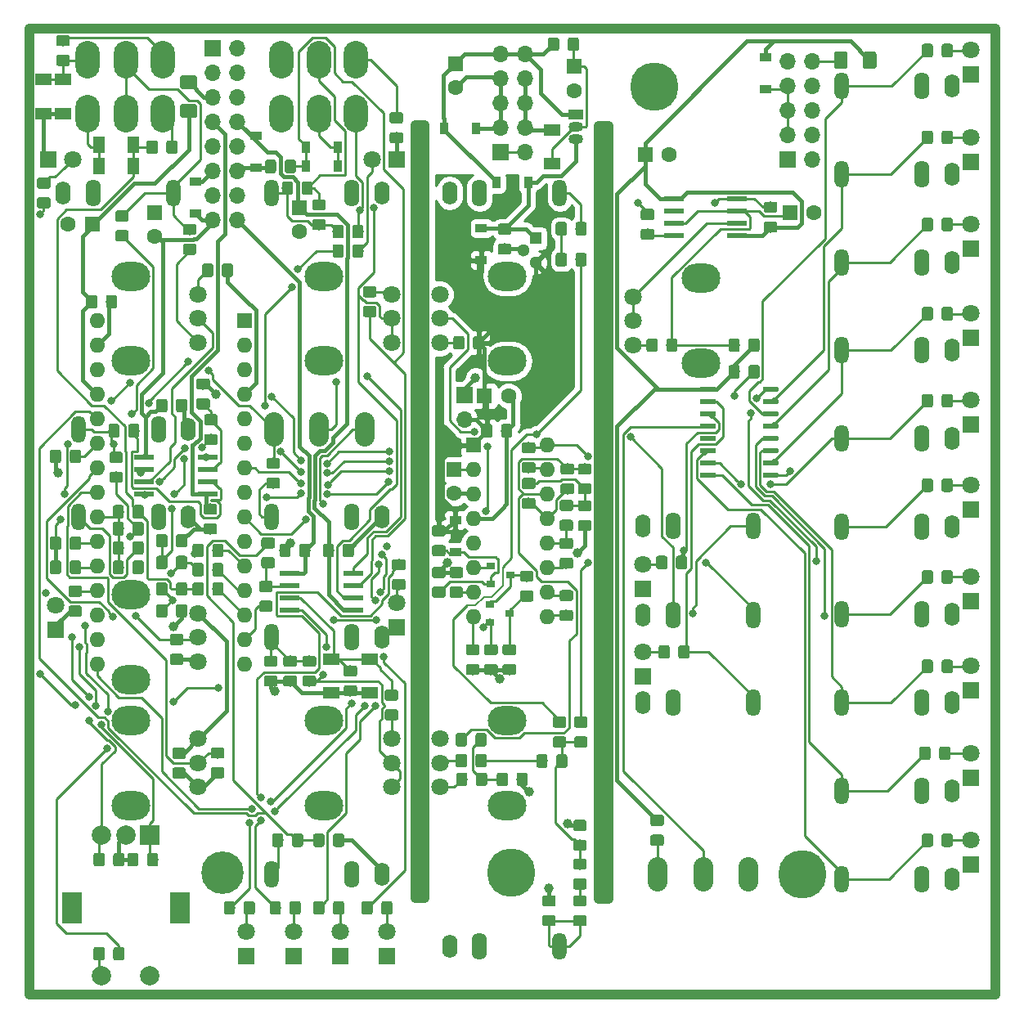
<source format=gbr>
%TF.GenerationSoftware,KiCad,Pcbnew,(5.0.2)-1*%
%TF.CreationDate,2019-02-28T19:15:16+01:00*%
%TF.ProjectId,Kicad-EffectsUnit1,4b696361-642d-4456-9666-65637473556e,Rev A*%
%TF.SameCoordinates,Original*%
%TF.FileFunction,Copper,L2,Bot*%
%TF.FilePolarity,Positive*%
%FSLAX46Y46*%
G04 Gerber Fmt 4.6, Leading zero omitted, Abs format (unit mm)*
G04 Created by KiCad (PCBNEW (5.0.2)-1) date 28/02/2019 19:15:16*
%MOMM*%
%LPD*%
G01*
G04 APERTURE LIST*
%ADD10C,1.000000*%
%ADD11O,1.600000X2.800000*%
%ADD12O,1.600000X2.400000*%
%ADD13O,1.500000X2.800000*%
%ADD14O,4.000000X3.000000*%
%ADD15C,1.800000*%
%ADD16O,2.032000X3.556000*%
%ADD17R,1.600000X1.600000*%
%ADD18O,1.600000X1.600000*%
%ADD19C,0.150000*%
%ADD20C,1.150000*%
%ADD21C,1.600000*%
%ADD22R,1.200000X0.900000*%
%ADD23R,1.800000X1.800000*%
%ADD24R,0.900000X1.200000*%
%ADD25R,1.700000X1.300000*%
%ADD26R,1.300000X1.700000*%
%ADD27C,1.425000*%
%ADD28C,0.800000*%
%ADD29C,5.000000*%
%ADD30C,4.400000*%
%ADD31C,0.700000*%
%ADD32R,1.700000X1.700000*%
%ADD33O,1.700000X1.700000*%
%ADD34O,2.500000X3.900000*%
%ADD35R,2.000000X0.550000*%
%ADD36O,1.500000X1.050000*%
%ADD37R,1.500000X1.050000*%
%ADD38R,0.900000X0.800000*%
%ADD39C,2.000000*%
%ADD40R,2.000000X3.200000*%
%ADD41R,2.000000X2.000000*%
%ADD42C,1.300000*%
%ADD43R,1.300000X1.300000*%
%ADD44C,0.550000*%
%ADD45C,1.000000*%
%ADD46C,0.250000*%
%ADD47C,0.400000*%
%ADD48C,0.200000*%
%ADD49C,0.254000*%
G04 APERTURE END LIST*
D10*
X159950000Y-60100000D02*
X159950000Y-140100000D01*
X158950000Y-140100000D02*
X158950000Y-60100000D01*
X158950000Y-60100000D02*
X159950000Y-60100000D01*
X158950000Y-140100000D02*
X159950000Y-140100000D01*
X139950000Y-140000000D02*
X140950000Y-140000000D01*
X139950000Y-60000000D02*
X140950000Y-60000000D01*
X139950000Y-140000000D02*
X139950000Y-60000000D01*
X140950000Y-60000000D02*
X140950000Y-140000000D01*
X200000000Y-50000000D02*
X100000000Y-50000000D01*
X200000000Y-150000000D02*
X200000000Y-50000000D01*
X100000000Y-150000000D02*
X200000000Y-150000000D01*
X100000000Y-50000000D02*
X100000000Y-150000000D01*
D11*
X133380000Y-100500000D03*
D12*
X136480000Y-100500000D03*
D13*
X125080000Y-100500000D03*
D11*
X106620000Y-67000000D03*
D12*
X103520000Y-67000000D03*
D13*
X114920000Y-67000000D03*
D11*
X133380000Y-113000000D03*
D12*
X136480000Y-113000000D03*
D13*
X125080000Y-113000000D03*
D11*
X133380000Y-137500000D03*
D12*
X136480000Y-137500000D03*
D13*
X125080000Y-137500000D03*
D11*
X113380000Y-100500000D03*
D12*
X116480000Y-100500000D03*
D13*
X105080000Y-100500000D03*
D11*
X113380000Y-91500000D03*
D12*
X116480000Y-91500000D03*
D13*
X105080000Y-91500000D03*
D11*
X133380000Y-67000000D03*
D12*
X136480000Y-67000000D03*
D13*
X125080000Y-67000000D03*
D11*
X146620000Y-145000000D03*
D12*
X143520000Y-145000000D03*
D13*
X154920000Y-145000000D03*
D11*
X146620000Y-67000000D03*
D12*
X143520000Y-67000000D03*
D13*
X154920000Y-67000000D03*
D14*
X110500000Y-75600000D03*
X110500000Y-84400000D03*
D15*
X117500000Y-77500000D03*
X117500000Y-80000000D03*
X117500000Y-82500000D03*
D14*
X149500000Y-130400000D03*
X149500000Y-121600000D03*
D15*
X142500000Y-128500000D03*
X142500000Y-126000000D03*
X142500000Y-123500000D03*
D14*
X130500000Y-75600000D03*
X130500000Y-84400000D03*
D15*
X137500000Y-77500000D03*
X137500000Y-80000000D03*
X137500000Y-82500000D03*
D14*
X130500000Y-121600000D03*
X130500000Y-130400000D03*
D15*
X137500000Y-123500000D03*
X137500000Y-126000000D03*
X137500000Y-128500000D03*
D14*
X110500000Y-121600000D03*
X110500000Y-130400000D03*
D15*
X117500000Y-123500000D03*
X117500000Y-126000000D03*
X117500000Y-128500000D03*
D14*
X110500000Y-108600000D03*
X110500000Y-117400000D03*
D15*
X117500000Y-110500000D03*
X117500000Y-113000000D03*
X117500000Y-115500000D03*
D16*
X134700000Y-91500000D03*
X130000000Y-91500000D03*
X125300000Y-91500000D03*
D17*
X122250000Y-80250000D03*
D18*
X107010000Y-113270000D03*
X122250000Y-82790000D03*
X107010000Y-110730000D03*
X122250000Y-85330000D03*
X107010000Y-108190000D03*
X122250000Y-87870000D03*
X107010000Y-105650000D03*
X122250000Y-90410000D03*
X107010000Y-103110000D03*
X122250000Y-92950000D03*
X107010000Y-100570000D03*
X122250000Y-95490000D03*
X107010000Y-98030000D03*
X122250000Y-98030000D03*
X107010000Y-95490000D03*
X122250000Y-100570000D03*
X107010000Y-92950000D03*
X122250000Y-103110000D03*
X107010000Y-90410000D03*
X122250000Y-105650000D03*
X107010000Y-87870000D03*
X122250000Y-108190000D03*
X107010000Y-85330000D03*
X122250000Y-110730000D03*
X107010000Y-82790000D03*
X122250000Y-113270000D03*
X107010000Y-80250000D03*
X122250000Y-115810000D03*
X107010000Y-115810000D03*
D19*
G36*
X115974505Y-124426204D02*
X115998773Y-124429804D01*
X116022572Y-124435765D01*
X116045671Y-124444030D01*
X116067850Y-124454520D01*
X116088893Y-124467132D01*
X116108599Y-124481747D01*
X116126777Y-124498223D01*
X116143253Y-124516401D01*
X116157868Y-124536107D01*
X116170480Y-124557150D01*
X116180970Y-124579329D01*
X116189235Y-124602428D01*
X116195196Y-124626227D01*
X116198796Y-124650495D01*
X116200000Y-124674999D01*
X116200000Y-125325001D01*
X116198796Y-125349505D01*
X116195196Y-125373773D01*
X116189235Y-125397572D01*
X116180970Y-125420671D01*
X116170480Y-125442850D01*
X116157868Y-125463893D01*
X116143253Y-125483599D01*
X116126777Y-125501777D01*
X116108599Y-125518253D01*
X116088893Y-125532868D01*
X116067850Y-125545480D01*
X116045671Y-125555970D01*
X116022572Y-125564235D01*
X115998773Y-125570196D01*
X115974505Y-125573796D01*
X115950001Y-125575000D01*
X115049999Y-125575000D01*
X115025495Y-125573796D01*
X115001227Y-125570196D01*
X114977428Y-125564235D01*
X114954329Y-125555970D01*
X114932150Y-125545480D01*
X114911107Y-125532868D01*
X114891401Y-125518253D01*
X114873223Y-125501777D01*
X114856747Y-125483599D01*
X114842132Y-125463893D01*
X114829520Y-125442850D01*
X114819030Y-125420671D01*
X114810765Y-125397572D01*
X114804804Y-125373773D01*
X114801204Y-125349505D01*
X114800000Y-125325001D01*
X114800000Y-124674999D01*
X114801204Y-124650495D01*
X114804804Y-124626227D01*
X114810765Y-124602428D01*
X114819030Y-124579329D01*
X114829520Y-124557150D01*
X114842132Y-124536107D01*
X114856747Y-124516401D01*
X114873223Y-124498223D01*
X114891401Y-124481747D01*
X114911107Y-124467132D01*
X114932150Y-124454520D01*
X114954329Y-124444030D01*
X114977428Y-124435765D01*
X115001227Y-124429804D01*
X115025495Y-124426204D01*
X115049999Y-124425000D01*
X115950001Y-124425000D01*
X115974505Y-124426204D01*
X115974505Y-124426204D01*
G37*
D20*
X115500000Y-125000000D03*
D19*
G36*
X115974505Y-126476204D02*
X115998773Y-126479804D01*
X116022572Y-126485765D01*
X116045671Y-126494030D01*
X116067850Y-126504520D01*
X116088893Y-126517132D01*
X116108599Y-126531747D01*
X116126777Y-126548223D01*
X116143253Y-126566401D01*
X116157868Y-126586107D01*
X116170480Y-126607150D01*
X116180970Y-126629329D01*
X116189235Y-126652428D01*
X116195196Y-126676227D01*
X116198796Y-126700495D01*
X116200000Y-126724999D01*
X116200000Y-127375001D01*
X116198796Y-127399505D01*
X116195196Y-127423773D01*
X116189235Y-127447572D01*
X116180970Y-127470671D01*
X116170480Y-127492850D01*
X116157868Y-127513893D01*
X116143253Y-127533599D01*
X116126777Y-127551777D01*
X116108599Y-127568253D01*
X116088893Y-127582868D01*
X116067850Y-127595480D01*
X116045671Y-127605970D01*
X116022572Y-127614235D01*
X115998773Y-127620196D01*
X115974505Y-127623796D01*
X115950001Y-127625000D01*
X115049999Y-127625000D01*
X115025495Y-127623796D01*
X115001227Y-127620196D01*
X114977428Y-127614235D01*
X114954329Y-127605970D01*
X114932150Y-127595480D01*
X114911107Y-127582868D01*
X114891401Y-127568253D01*
X114873223Y-127551777D01*
X114856747Y-127533599D01*
X114842132Y-127513893D01*
X114829520Y-127492850D01*
X114819030Y-127470671D01*
X114810765Y-127447572D01*
X114804804Y-127423773D01*
X114801204Y-127399505D01*
X114800000Y-127375001D01*
X114800000Y-126724999D01*
X114801204Y-126700495D01*
X114804804Y-126676227D01*
X114810765Y-126652428D01*
X114819030Y-126629329D01*
X114829520Y-126607150D01*
X114842132Y-126586107D01*
X114856747Y-126566401D01*
X114873223Y-126548223D01*
X114891401Y-126531747D01*
X114911107Y-126517132D01*
X114932150Y-126504520D01*
X114954329Y-126494030D01*
X114977428Y-126485765D01*
X115001227Y-126479804D01*
X115025495Y-126476204D01*
X115049999Y-126475000D01*
X115950001Y-126475000D01*
X115974505Y-126476204D01*
X115974505Y-126476204D01*
G37*
D20*
X115500000Y-127050000D03*
D21*
X104000000Y-70250000D03*
D17*
X106500000Y-70250000D03*
D21*
X128000000Y-71000000D03*
D17*
X128000000Y-68500000D03*
D19*
G36*
X133374505Y-103301204D02*
X133398773Y-103304804D01*
X133422572Y-103310765D01*
X133445671Y-103319030D01*
X133467850Y-103329520D01*
X133488893Y-103342132D01*
X133508599Y-103356747D01*
X133526777Y-103373223D01*
X133543253Y-103391401D01*
X133557868Y-103411107D01*
X133570480Y-103432150D01*
X133580970Y-103454329D01*
X133589235Y-103477428D01*
X133595196Y-103501227D01*
X133598796Y-103525495D01*
X133600000Y-103549999D01*
X133600000Y-104450001D01*
X133598796Y-104474505D01*
X133595196Y-104498773D01*
X133589235Y-104522572D01*
X133580970Y-104545671D01*
X133570480Y-104567850D01*
X133557868Y-104588893D01*
X133543253Y-104608599D01*
X133526777Y-104626777D01*
X133508599Y-104643253D01*
X133488893Y-104657868D01*
X133467850Y-104670480D01*
X133445671Y-104680970D01*
X133422572Y-104689235D01*
X133398773Y-104695196D01*
X133374505Y-104698796D01*
X133350001Y-104700000D01*
X132699999Y-104700000D01*
X132675495Y-104698796D01*
X132651227Y-104695196D01*
X132627428Y-104689235D01*
X132604329Y-104680970D01*
X132582150Y-104670480D01*
X132561107Y-104657868D01*
X132541401Y-104643253D01*
X132523223Y-104626777D01*
X132506747Y-104608599D01*
X132492132Y-104588893D01*
X132479520Y-104567850D01*
X132469030Y-104545671D01*
X132460765Y-104522572D01*
X132454804Y-104498773D01*
X132451204Y-104474505D01*
X132450000Y-104450001D01*
X132450000Y-103549999D01*
X132451204Y-103525495D01*
X132454804Y-103501227D01*
X132460765Y-103477428D01*
X132469030Y-103454329D01*
X132479520Y-103432150D01*
X132492132Y-103411107D01*
X132506747Y-103391401D01*
X132523223Y-103373223D01*
X132541401Y-103356747D01*
X132561107Y-103342132D01*
X132582150Y-103329520D01*
X132604329Y-103319030D01*
X132627428Y-103310765D01*
X132651227Y-103304804D01*
X132675495Y-103301204D01*
X132699999Y-103300000D01*
X133350001Y-103300000D01*
X133374505Y-103301204D01*
X133374505Y-103301204D01*
G37*
D20*
X133025000Y-104000000D03*
D19*
G36*
X131324505Y-103301204D02*
X131348773Y-103304804D01*
X131372572Y-103310765D01*
X131395671Y-103319030D01*
X131417850Y-103329520D01*
X131438893Y-103342132D01*
X131458599Y-103356747D01*
X131476777Y-103373223D01*
X131493253Y-103391401D01*
X131507868Y-103411107D01*
X131520480Y-103432150D01*
X131530970Y-103454329D01*
X131539235Y-103477428D01*
X131545196Y-103501227D01*
X131548796Y-103525495D01*
X131550000Y-103549999D01*
X131550000Y-104450001D01*
X131548796Y-104474505D01*
X131545196Y-104498773D01*
X131539235Y-104522572D01*
X131530970Y-104545671D01*
X131520480Y-104567850D01*
X131507868Y-104588893D01*
X131493253Y-104608599D01*
X131476777Y-104626777D01*
X131458599Y-104643253D01*
X131438893Y-104657868D01*
X131417850Y-104670480D01*
X131395671Y-104680970D01*
X131372572Y-104689235D01*
X131348773Y-104695196D01*
X131324505Y-104698796D01*
X131300001Y-104700000D01*
X130649999Y-104700000D01*
X130625495Y-104698796D01*
X130601227Y-104695196D01*
X130577428Y-104689235D01*
X130554329Y-104680970D01*
X130532150Y-104670480D01*
X130511107Y-104657868D01*
X130491401Y-104643253D01*
X130473223Y-104626777D01*
X130456747Y-104608599D01*
X130442132Y-104588893D01*
X130429520Y-104567850D01*
X130419030Y-104545671D01*
X130410765Y-104522572D01*
X130404804Y-104498773D01*
X130401204Y-104474505D01*
X130400000Y-104450001D01*
X130400000Y-103549999D01*
X130401204Y-103525495D01*
X130404804Y-103501227D01*
X130410765Y-103477428D01*
X130419030Y-103454329D01*
X130429520Y-103432150D01*
X130442132Y-103411107D01*
X130456747Y-103391401D01*
X130473223Y-103373223D01*
X130491401Y-103356747D01*
X130511107Y-103342132D01*
X130532150Y-103329520D01*
X130554329Y-103319030D01*
X130577428Y-103310765D01*
X130601227Y-103304804D01*
X130625495Y-103301204D01*
X130649999Y-103300000D01*
X131300001Y-103300000D01*
X131324505Y-103301204D01*
X131324505Y-103301204D01*
G37*
D20*
X130975000Y-104000000D03*
D19*
G36*
X119224505Y-99151204D02*
X119248773Y-99154804D01*
X119272572Y-99160765D01*
X119295671Y-99169030D01*
X119317850Y-99179520D01*
X119338893Y-99192132D01*
X119358599Y-99206747D01*
X119376777Y-99223223D01*
X119393253Y-99241401D01*
X119407868Y-99261107D01*
X119420480Y-99282150D01*
X119430970Y-99304329D01*
X119439235Y-99327428D01*
X119445196Y-99351227D01*
X119448796Y-99375495D01*
X119450000Y-99399999D01*
X119450000Y-100050001D01*
X119448796Y-100074505D01*
X119445196Y-100098773D01*
X119439235Y-100122572D01*
X119430970Y-100145671D01*
X119420480Y-100167850D01*
X119407868Y-100188893D01*
X119393253Y-100208599D01*
X119376777Y-100226777D01*
X119358599Y-100243253D01*
X119338893Y-100257868D01*
X119317850Y-100270480D01*
X119295671Y-100280970D01*
X119272572Y-100289235D01*
X119248773Y-100295196D01*
X119224505Y-100298796D01*
X119200001Y-100300000D01*
X118299999Y-100300000D01*
X118275495Y-100298796D01*
X118251227Y-100295196D01*
X118227428Y-100289235D01*
X118204329Y-100280970D01*
X118182150Y-100270480D01*
X118161107Y-100257868D01*
X118141401Y-100243253D01*
X118123223Y-100226777D01*
X118106747Y-100208599D01*
X118092132Y-100188893D01*
X118079520Y-100167850D01*
X118069030Y-100145671D01*
X118060765Y-100122572D01*
X118054804Y-100098773D01*
X118051204Y-100074505D01*
X118050000Y-100050001D01*
X118050000Y-99399999D01*
X118051204Y-99375495D01*
X118054804Y-99351227D01*
X118060765Y-99327428D01*
X118069030Y-99304329D01*
X118079520Y-99282150D01*
X118092132Y-99261107D01*
X118106747Y-99241401D01*
X118123223Y-99223223D01*
X118141401Y-99206747D01*
X118161107Y-99192132D01*
X118182150Y-99179520D01*
X118204329Y-99169030D01*
X118227428Y-99160765D01*
X118251227Y-99154804D01*
X118275495Y-99151204D01*
X118299999Y-99150000D01*
X119200001Y-99150000D01*
X119224505Y-99151204D01*
X119224505Y-99151204D01*
G37*
D20*
X118750000Y-99725000D03*
D19*
G36*
X119224505Y-101201204D02*
X119248773Y-101204804D01*
X119272572Y-101210765D01*
X119295671Y-101219030D01*
X119317850Y-101229520D01*
X119338893Y-101242132D01*
X119358599Y-101256747D01*
X119376777Y-101273223D01*
X119393253Y-101291401D01*
X119407868Y-101311107D01*
X119420480Y-101332150D01*
X119430970Y-101354329D01*
X119439235Y-101377428D01*
X119445196Y-101401227D01*
X119448796Y-101425495D01*
X119450000Y-101449999D01*
X119450000Y-102100001D01*
X119448796Y-102124505D01*
X119445196Y-102148773D01*
X119439235Y-102172572D01*
X119430970Y-102195671D01*
X119420480Y-102217850D01*
X119407868Y-102238893D01*
X119393253Y-102258599D01*
X119376777Y-102276777D01*
X119358599Y-102293253D01*
X119338893Y-102307868D01*
X119317850Y-102320480D01*
X119295671Y-102330970D01*
X119272572Y-102339235D01*
X119248773Y-102345196D01*
X119224505Y-102348796D01*
X119200001Y-102350000D01*
X118299999Y-102350000D01*
X118275495Y-102348796D01*
X118251227Y-102345196D01*
X118227428Y-102339235D01*
X118204329Y-102330970D01*
X118182150Y-102320480D01*
X118161107Y-102307868D01*
X118141401Y-102293253D01*
X118123223Y-102276777D01*
X118106747Y-102258599D01*
X118092132Y-102238893D01*
X118079520Y-102217850D01*
X118069030Y-102195671D01*
X118060765Y-102172572D01*
X118054804Y-102148773D01*
X118051204Y-102124505D01*
X118050000Y-102100001D01*
X118050000Y-101449999D01*
X118051204Y-101425495D01*
X118054804Y-101401227D01*
X118060765Y-101377428D01*
X118069030Y-101354329D01*
X118079520Y-101332150D01*
X118092132Y-101311107D01*
X118106747Y-101291401D01*
X118123223Y-101273223D01*
X118141401Y-101256747D01*
X118161107Y-101242132D01*
X118182150Y-101229520D01*
X118204329Y-101219030D01*
X118227428Y-101210765D01*
X118251227Y-101204804D01*
X118275495Y-101201204D01*
X118299999Y-101200000D01*
X119200001Y-101200000D01*
X119224505Y-101201204D01*
X119224505Y-101201204D01*
G37*
D20*
X118750000Y-101775000D03*
D17*
X113000000Y-69000000D03*
D21*
X113000000Y-71500000D03*
D19*
G36*
X128874505Y-103301204D02*
X128898773Y-103304804D01*
X128922572Y-103310765D01*
X128945671Y-103319030D01*
X128967850Y-103329520D01*
X128988893Y-103342132D01*
X129008599Y-103356747D01*
X129026777Y-103373223D01*
X129043253Y-103391401D01*
X129057868Y-103411107D01*
X129070480Y-103432150D01*
X129080970Y-103454329D01*
X129089235Y-103477428D01*
X129095196Y-103501227D01*
X129098796Y-103525495D01*
X129100000Y-103549999D01*
X129100000Y-104450001D01*
X129098796Y-104474505D01*
X129095196Y-104498773D01*
X129089235Y-104522572D01*
X129080970Y-104545671D01*
X129070480Y-104567850D01*
X129057868Y-104588893D01*
X129043253Y-104608599D01*
X129026777Y-104626777D01*
X129008599Y-104643253D01*
X128988893Y-104657868D01*
X128967850Y-104670480D01*
X128945671Y-104680970D01*
X128922572Y-104689235D01*
X128898773Y-104695196D01*
X128874505Y-104698796D01*
X128850001Y-104700000D01*
X128199999Y-104700000D01*
X128175495Y-104698796D01*
X128151227Y-104695196D01*
X128127428Y-104689235D01*
X128104329Y-104680970D01*
X128082150Y-104670480D01*
X128061107Y-104657868D01*
X128041401Y-104643253D01*
X128023223Y-104626777D01*
X128006747Y-104608599D01*
X127992132Y-104588893D01*
X127979520Y-104567850D01*
X127969030Y-104545671D01*
X127960765Y-104522572D01*
X127954804Y-104498773D01*
X127951204Y-104474505D01*
X127950000Y-104450001D01*
X127950000Y-103549999D01*
X127951204Y-103525495D01*
X127954804Y-103501227D01*
X127960765Y-103477428D01*
X127969030Y-103454329D01*
X127979520Y-103432150D01*
X127992132Y-103411107D01*
X128006747Y-103391401D01*
X128023223Y-103373223D01*
X128041401Y-103356747D01*
X128061107Y-103342132D01*
X128082150Y-103329520D01*
X128104329Y-103319030D01*
X128127428Y-103310765D01*
X128151227Y-103304804D01*
X128175495Y-103301204D01*
X128199999Y-103300000D01*
X128850001Y-103300000D01*
X128874505Y-103301204D01*
X128874505Y-103301204D01*
G37*
D20*
X128525000Y-104000000D03*
D19*
G36*
X126824505Y-103301204D02*
X126848773Y-103304804D01*
X126872572Y-103310765D01*
X126895671Y-103319030D01*
X126917850Y-103329520D01*
X126938893Y-103342132D01*
X126958599Y-103356747D01*
X126976777Y-103373223D01*
X126993253Y-103391401D01*
X127007868Y-103411107D01*
X127020480Y-103432150D01*
X127030970Y-103454329D01*
X127039235Y-103477428D01*
X127045196Y-103501227D01*
X127048796Y-103525495D01*
X127050000Y-103549999D01*
X127050000Y-104450001D01*
X127048796Y-104474505D01*
X127045196Y-104498773D01*
X127039235Y-104522572D01*
X127030970Y-104545671D01*
X127020480Y-104567850D01*
X127007868Y-104588893D01*
X126993253Y-104608599D01*
X126976777Y-104626777D01*
X126958599Y-104643253D01*
X126938893Y-104657868D01*
X126917850Y-104670480D01*
X126895671Y-104680970D01*
X126872572Y-104689235D01*
X126848773Y-104695196D01*
X126824505Y-104698796D01*
X126800001Y-104700000D01*
X126149999Y-104700000D01*
X126125495Y-104698796D01*
X126101227Y-104695196D01*
X126077428Y-104689235D01*
X126054329Y-104680970D01*
X126032150Y-104670480D01*
X126011107Y-104657868D01*
X125991401Y-104643253D01*
X125973223Y-104626777D01*
X125956747Y-104608599D01*
X125942132Y-104588893D01*
X125929520Y-104567850D01*
X125919030Y-104545671D01*
X125910765Y-104522572D01*
X125904804Y-104498773D01*
X125901204Y-104474505D01*
X125900000Y-104450001D01*
X125900000Y-103549999D01*
X125901204Y-103525495D01*
X125904804Y-103501227D01*
X125910765Y-103477428D01*
X125919030Y-103454329D01*
X125929520Y-103432150D01*
X125942132Y-103411107D01*
X125956747Y-103391401D01*
X125973223Y-103373223D01*
X125991401Y-103356747D01*
X126011107Y-103342132D01*
X126032150Y-103329520D01*
X126054329Y-103319030D01*
X126077428Y-103310765D01*
X126101227Y-103304804D01*
X126125495Y-103301204D01*
X126149999Y-103300000D01*
X126800001Y-103300000D01*
X126824505Y-103301204D01*
X126824505Y-103301204D01*
G37*
D20*
X126475000Y-104000000D03*
D19*
G36*
X114074505Y-88301204D02*
X114098773Y-88304804D01*
X114122572Y-88310765D01*
X114145671Y-88319030D01*
X114167850Y-88329520D01*
X114188893Y-88342132D01*
X114208599Y-88356747D01*
X114226777Y-88373223D01*
X114243253Y-88391401D01*
X114257868Y-88411107D01*
X114270480Y-88432150D01*
X114280970Y-88454329D01*
X114289235Y-88477428D01*
X114295196Y-88501227D01*
X114298796Y-88525495D01*
X114300000Y-88549999D01*
X114300000Y-89450001D01*
X114298796Y-89474505D01*
X114295196Y-89498773D01*
X114289235Y-89522572D01*
X114280970Y-89545671D01*
X114270480Y-89567850D01*
X114257868Y-89588893D01*
X114243253Y-89608599D01*
X114226777Y-89626777D01*
X114208599Y-89643253D01*
X114188893Y-89657868D01*
X114167850Y-89670480D01*
X114145671Y-89680970D01*
X114122572Y-89689235D01*
X114098773Y-89695196D01*
X114074505Y-89698796D01*
X114050001Y-89700000D01*
X113399999Y-89700000D01*
X113375495Y-89698796D01*
X113351227Y-89695196D01*
X113327428Y-89689235D01*
X113304329Y-89680970D01*
X113282150Y-89670480D01*
X113261107Y-89657868D01*
X113241401Y-89643253D01*
X113223223Y-89626777D01*
X113206747Y-89608599D01*
X113192132Y-89588893D01*
X113179520Y-89567850D01*
X113169030Y-89545671D01*
X113160765Y-89522572D01*
X113154804Y-89498773D01*
X113151204Y-89474505D01*
X113150000Y-89450001D01*
X113150000Y-88549999D01*
X113151204Y-88525495D01*
X113154804Y-88501227D01*
X113160765Y-88477428D01*
X113169030Y-88454329D01*
X113179520Y-88432150D01*
X113192132Y-88411107D01*
X113206747Y-88391401D01*
X113223223Y-88373223D01*
X113241401Y-88356747D01*
X113261107Y-88342132D01*
X113282150Y-88329520D01*
X113304329Y-88319030D01*
X113327428Y-88310765D01*
X113351227Y-88304804D01*
X113375495Y-88301204D01*
X113399999Y-88300000D01*
X114050001Y-88300000D01*
X114074505Y-88301204D01*
X114074505Y-88301204D01*
G37*
D20*
X113725000Y-89000000D03*
D19*
G36*
X116124505Y-88301204D02*
X116148773Y-88304804D01*
X116172572Y-88310765D01*
X116195671Y-88319030D01*
X116217850Y-88329520D01*
X116238893Y-88342132D01*
X116258599Y-88356747D01*
X116276777Y-88373223D01*
X116293253Y-88391401D01*
X116307868Y-88411107D01*
X116320480Y-88432150D01*
X116330970Y-88454329D01*
X116339235Y-88477428D01*
X116345196Y-88501227D01*
X116348796Y-88525495D01*
X116350000Y-88549999D01*
X116350000Y-89450001D01*
X116348796Y-89474505D01*
X116345196Y-89498773D01*
X116339235Y-89522572D01*
X116330970Y-89545671D01*
X116320480Y-89567850D01*
X116307868Y-89588893D01*
X116293253Y-89608599D01*
X116276777Y-89626777D01*
X116258599Y-89643253D01*
X116238893Y-89657868D01*
X116217850Y-89670480D01*
X116195671Y-89680970D01*
X116172572Y-89689235D01*
X116148773Y-89695196D01*
X116124505Y-89698796D01*
X116100001Y-89700000D01*
X115449999Y-89700000D01*
X115425495Y-89698796D01*
X115401227Y-89695196D01*
X115377428Y-89689235D01*
X115354329Y-89680970D01*
X115332150Y-89670480D01*
X115311107Y-89657868D01*
X115291401Y-89643253D01*
X115273223Y-89626777D01*
X115256747Y-89608599D01*
X115242132Y-89588893D01*
X115229520Y-89567850D01*
X115219030Y-89545671D01*
X115210765Y-89522572D01*
X115204804Y-89498773D01*
X115201204Y-89474505D01*
X115200000Y-89450001D01*
X115200000Y-88549999D01*
X115201204Y-88525495D01*
X115204804Y-88501227D01*
X115210765Y-88477428D01*
X115219030Y-88454329D01*
X115229520Y-88432150D01*
X115242132Y-88411107D01*
X115256747Y-88391401D01*
X115273223Y-88373223D01*
X115291401Y-88356747D01*
X115311107Y-88342132D01*
X115332150Y-88329520D01*
X115354329Y-88319030D01*
X115377428Y-88310765D01*
X115401227Y-88304804D01*
X115425495Y-88301204D01*
X115449999Y-88300000D01*
X116100001Y-88300000D01*
X116124505Y-88301204D01*
X116124505Y-88301204D01*
G37*
D20*
X115775000Y-89000000D03*
D19*
G36*
X105224505Y-107651204D02*
X105248773Y-107654804D01*
X105272572Y-107660765D01*
X105295671Y-107669030D01*
X105317850Y-107679520D01*
X105338893Y-107692132D01*
X105358599Y-107706747D01*
X105376777Y-107723223D01*
X105393253Y-107741401D01*
X105407868Y-107761107D01*
X105420480Y-107782150D01*
X105430970Y-107804329D01*
X105439235Y-107827428D01*
X105445196Y-107851227D01*
X105448796Y-107875495D01*
X105450000Y-107899999D01*
X105450000Y-108550001D01*
X105448796Y-108574505D01*
X105445196Y-108598773D01*
X105439235Y-108622572D01*
X105430970Y-108645671D01*
X105420480Y-108667850D01*
X105407868Y-108688893D01*
X105393253Y-108708599D01*
X105376777Y-108726777D01*
X105358599Y-108743253D01*
X105338893Y-108757868D01*
X105317850Y-108770480D01*
X105295671Y-108780970D01*
X105272572Y-108789235D01*
X105248773Y-108795196D01*
X105224505Y-108798796D01*
X105200001Y-108800000D01*
X104299999Y-108800000D01*
X104275495Y-108798796D01*
X104251227Y-108795196D01*
X104227428Y-108789235D01*
X104204329Y-108780970D01*
X104182150Y-108770480D01*
X104161107Y-108757868D01*
X104141401Y-108743253D01*
X104123223Y-108726777D01*
X104106747Y-108708599D01*
X104092132Y-108688893D01*
X104079520Y-108667850D01*
X104069030Y-108645671D01*
X104060765Y-108622572D01*
X104054804Y-108598773D01*
X104051204Y-108574505D01*
X104050000Y-108550001D01*
X104050000Y-107899999D01*
X104051204Y-107875495D01*
X104054804Y-107851227D01*
X104060765Y-107827428D01*
X104069030Y-107804329D01*
X104079520Y-107782150D01*
X104092132Y-107761107D01*
X104106747Y-107741401D01*
X104123223Y-107723223D01*
X104141401Y-107706747D01*
X104161107Y-107692132D01*
X104182150Y-107679520D01*
X104204329Y-107669030D01*
X104227428Y-107660765D01*
X104251227Y-107654804D01*
X104275495Y-107651204D01*
X104299999Y-107650000D01*
X105200001Y-107650000D01*
X105224505Y-107651204D01*
X105224505Y-107651204D01*
G37*
D20*
X104750000Y-108225000D03*
D19*
G36*
X105224505Y-109701204D02*
X105248773Y-109704804D01*
X105272572Y-109710765D01*
X105295671Y-109719030D01*
X105317850Y-109729520D01*
X105338893Y-109742132D01*
X105358599Y-109756747D01*
X105376777Y-109773223D01*
X105393253Y-109791401D01*
X105407868Y-109811107D01*
X105420480Y-109832150D01*
X105430970Y-109854329D01*
X105439235Y-109877428D01*
X105445196Y-109901227D01*
X105448796Y-109925495D01*
X105450000Y-109949999D01*
X105450000Y-110600001D01*
X105448796Y-110624505D01*
X105445196Y-110648773D01*
X105439235Y-110672572D01*
X105430970Y-110695671D01*
X105420480Y-110717850D01*
X105407868Y-110738893D01*
X105393253Y-110758599D01*
X105376777Y-110776777D01*
X105358599Y-110793253D01*
X105338893Y-110807868D01*
X105317850Y-110820480D01*
X105295671Y-110830970D01*
X105272572Y-110839235D01*
X105248773Y-110845196D01*
X105224505Y-110848796D01*
X105200001Y-110850000D01*
X104299999Y-110850000D01*
X104275495Y-110848796D01*
X104251227Y-110845196D01*
X104227428Y-110839235D01*
X104204329Y-110830970D01*
X104182150Y-110820480D01*
X104161107Y-110807868D01*
X104141401Y-110793253D01*
X104123223Y-110776777D01*
X104106747Y-110758599D01*
X104092132Y-110738893D01*
X104079520Y-110717850D01*
X104069030Y-110695671D01*
X104060765Y-110672572D01*
X104054804Y-110648773D01*
X104051204Y-110624505D01*
X104050000Y-110600001D01*
X104050000Y-109949999D01*
X104051204Y-109925495D01*
X104054804Y-109901227D01*
X104060765Y-109877428D01*
X104069030Y-109854329D01*
X104079520Y-109832150D01*
X104092132Y-109811107D01*
X104106747Y-109791401D01*
X104123223Y-109773223D01*
X104141401Y-109756747D01*
X104161107Y-109742132D01*
X104182150Y-109729520D01*
X104204329Y-109719030D01*
X104227428Y-109710765D01*
X104251227Y-109704804D01*
X104275495Y-109701204D01*
X104299999Y-109700000D01*
X105200001Y-109700000D01*
X105224505Y-109701204D01*
X105224505Y-109701204D01*
G37*
D20*
X104750000Y-110275000D03*
D19*
G36*
X111074505Y-135301204D02*
X111098773Y-135304804D01*
X111122572Y-135310765D01*
X111145671Y-135319030D01*
X111167850Y-135329520D01*
X111188893Y-135342132D01*
X111208599Y-135356747D01*
X111226777Y-135373223D01*
X111243253Y-135391401D01*
X111257868Y-135411107D01*
X111270480Y-135432150D01*
X111280970Y-135454329D01*
X111289235Y-135477428D01*
X111295196Y-135501227D01*
X111298796Y-135525495D01*
X111300000Y-135549999D01*
X111300000Y-136450001D01*
X111298796Y-136474505D01*
X111295196Y-136498773D01*
X111289235Y-136522572D01*
X111280970Y-136545671D01*
X111270480Y-136567850D01*
X111257868Y-136588893D01*
X111243253Y-136608599D01*
X111226777Y-136626777D01*
X111208599Y-136643253D01*
X111188893Y-136657868D01*
X111167850Y-136670480D01*
X111145671Y-136680970D01*
X111122572Y-136689235D01*
X111098773Y-136695196D01*
X111074505Y-136698796D01*
X111050001Y-136700000D01*
X110399999Y-136700000D01*
X110375495Y-136698796D01*
X110351227Y-136695196D01*
X110327428Y-136689235D01*
X110304329Y-136680970D01*
X110282150Y-136670480D01*
X110261107Y-136657868D01*
X110241401Y-136643253D01*
X110223223Y-136626777D01*
X110206747Y-136608599D01*
X110192132Y-136588893D01*
X110179520Y-136567850D01*
X110169030Y-136545671D01*
X110160765Y-136522572D01*
X110154804Y-136498773D01*
X110151204Y-136474505D01*
X110150000Y-136450001D01*
X110150000Y-135549999D01*
X110151204Y-135525495D01*
X110154804Y-135501227D01*
X110160765Y-135477428D01*
X110169030Y-135454329D01*
X110179520Y-135432150D01*
X110192132Y-135411107D01*
X110206747Y-135391401D01*
X110223223Y-135373223D01*
X110241401Y-135356747D01*
X110261107Y-135342132D01*
X110282150Y-135329520D01*
X110304329Y-135319030D01*
X110327428Y-135310765D01*
X110351227Y-135304804D01*
X110375495Y-135301204D01*
X110399999Y-135300000D01*
X111050001Y-135300000D01*
X111074505Y-135301204D01*
X111074505Y-135301204D01*
G37*
D20*
X110725000Y-136000000D03*
D19*
G36*
X113124505Y-135301204D02*
X113148773Y-135304804D01*
X113172572Y-135310765D01*
X113195671Y-135319030D01*
X113217850Y-135329520D01*
X113238893Y-135342132D01*
X113258599Y-135356747D01*
X113276777Y-135373223D01*
X113293253Y-135391401D01*
X113307868Y-135411107D01*
X113320480Y-135432150D01*
X113330970Y-135454329D01*
X113339235Y-135477428D01*
X113345196Y-135501227D01*
X113348796Y-135525495D01*
X113350000Y-135549999D01*
X113350000Y-136450001D01*
X113348796Y-136474505D01*
X113345196Y-136498773D01*
X113339235Y-136522572D01*
X113330970Y-136545671D01*
X113320480Y-136567850D01*
X113307868Y-136588893D01*
X113293253Y-136608599D01*
X113276777Y-136626777D01*
X113258599Y-136643253D01*
X113238893Y-136657868D01*
X113217850Y-136670480D01*
X113195671Y-136680970D01*
X113172572Y-136689235D01*
X113148773Y-136695196D01*
X113124505Y-136698796D01*
X113100001Y-136700000D01*
X112449999Y-136700000D01*
X112425495Y-136698796D01*
X112401227Y-136695196D01*
X112377428Y-136689235D01*
X112354329Y-136680970D01*
X112332150Y-136670480D01*
X112311107Y-136657868D01*
X112291401Y-136643253D01*
X112273223Y-136626777D01*
X112256747Y-136608599D01*
X112242132Y-136588893D01*
X112229520Y-136567850D01*
X112219030Y-136545671D01*
X112210765Y-136522572D01*
X112204804Y-136498773D01*
X112201204Y-136474505D01*
X112200000Y-136450001D01*
X112200000Y-135549999D01*
X112201204Y-135525495D01*
X112204804Y-135501227D01*
X112210765Y-135477428D01*
X112219030Y-135454329D01*
X112229520Y-135432150D01*
X112242132Y-135411107D01*
X112256747Y-135391401D01*
X112273223Y-135373223D01*
X112291401Y-135356747D01*
X112311107Y-135342132D01*
X112332150Y-135329520D01*
X112354329Y-135319030D01*
X112377428Y-135310765D01*
X112401227Y-135304804D01*
X112425495Y-135301204D01*
X112449999Y-135300000D01*
X113100001Y-135300000D01*
X113124505Y-135301204D01*
X113124505Y-135301204D01*
G37*
D20*
X112775000Y-136000000D03*
D19*
G36*
X107574505Y-135301204D02*
X107598773Y-135304804D01*
X107622572Y-135310765D01*
X107645671Y-135319030D01*
X107667850Y-135329520D01*
X107688893Y-135342132D01*
X107708599Y-135356747D01*
X107726777Y-135373223D01*
X107743253Y-135391401D01*
X107757868Y-135411107D01*
X107770480Y-135432150D01*
X107780970Y-135454329D01*
X107789235Y-135477428D01*
X107795196Y-135501227D01*
X107798796Y-135525495D01*
X107800000Y-135549999D01*
X107800000Y-136450001D01*
X107798796Y-136474505D01*
X107795196Y-136498773D01*
X107789235Y-136522572D01*
X107780970Y-136545671D01*
X107770480Y-136567850D01*
X107757868Y-136588893D01*
X107743253Y-136608599D01*
X107726777Y-136626777D01*
X107708599Y-136643253D01*
X107688893Y-136657868D01*
X107667850Y-136670480D01*
X107645671Y-136680970D01*
X107622572Y-136689235D01*
X107598773Y-136695196D01*
X107574505Y-136698796D01*
X107550001Y-136700000D01*
X106899999Y-136700000D01*
X106875495Y-136698796D01*
X106851227Y-136695196D01*
X106827428Y-136689235D01*
X106804329Y-136680970D01*
X106782150Y-136670480D01*
X106761107Y-136657868D01*
X106741401Y-136643253D01*
X106723223Y-136626777D01*
X106706747Y-136608599D01*
X106692132Y-136588893D01*
X106679520Y-136567850D01*
X106669030Y-136545671D01*
X106660765Y-136522572D01*
X106654804Y-136498773D01*
X106651204Y-136474505D01*
X106650000Y-136450001D01*
X106650000Y-135549999D01*
X106651204Y-135525495D01*
X106654804Y-135501227D01*
X106660765Y-135477428D01*
X106669030Y-135454329D01*
X106679520Y-135432150D01*
X106692132Y-135411107D01*
X106706747Y-135391401D01*
X106723223Y-135373223D01*
X106741401Y-135356747D01*
X106761107Y-135342132D01*
X106782150Y-135329520D01*
X106804329Y-135319030D01*
X106827428Y-135310765D01*
X106851227Y-135304804D01*
X106875495Y-135301204D01*
X106899999Y-135300000D01*
X107550001Y-135300000D01*
X107574505Y-135301204D01*
X107574505Y-135301204D01*
G37*
D20*
X107225000Y-136000000D03*
D19*
G36*
X109624505Y-135301204D02*
X109648773Y-135304804D01*
X109672572Y-135310765D01*
X109695671Y-135319030D01*
X109717850Y-135329520D01*
X109738893Y-135342132D01*
X109758599Y-135356747D01*
X109776777Y-135373223D01*
X109793253Y-135391401D01*
X109807868Y-135411107D01*
X109820480Y-135432150D01*
X109830970Y-135454329D01*
X109839235Y-135477428D01*
X109845196Y-135501227D01*
X109848796Y-135525495D01*
X109850000Y-135549999D01*
X109850000Y-136450001D01*
X109848796Y-136474505D01*
X109845196Y-136498773D01*
X109839235Y-136522572D01*
X109830970Y-136545671D01*
X109820480Y-136567850D01*
X109807868Y-136588893D01*
X109793253Y-136608599D01*
X109776777Y-136626777D01*
X109758599Y-136643253D01*
X109738893Y-136657868D01*
X109717850Y-136670480D01*
X109695671Y-136680970D01*
X109672572Y-136689235D01*
X109648773Y-136695196D01*
X109624505Y-136698796D01*
X109600001Y-136700000D01*
X108949999Y-136700000D01*
X108925495Y-136698796D01*
X108901227Y-136695196D01*
X108877428Y-136689235D01*
X108854329Y-136680970D01*
X108832150Y-136670480D01*
X108811107Y-136657868D01*
X108791401Y-136643253D01*
X108773223Y-136626777D01*
X108756747Y-136608599D01*
X108742132Y-136588893D01*
X108729520Y-136567850D01*
X108719030Y-136545671D01*
X108710765Y-136522572D01*
X108704804Y-136498773D01*
X108701204Y-136474505D01*
X108700000Y-136450001D01*
X108700000Y-135549999D01*
X108701204Y-135525495D01*
X108704804Y-135501227D01*
X108710765Y-135477428D01*
X108719030Y-135454329D01*
X108729520Y-135432150D01*
X108742132Y-135411107D01*
X108756747Y-135391401D01*
X108773223Y-135373223D01*
X108791401Y-135356747D01*
X108811107Y-135342132D01*
X108832150Y-135329520D01*
X108854329Y-135319030D01*
X108877428Y-135310765D01*
X108901227Y-135304804D01*
X108925495Y-135301204D01*
X108949999Y-135300000D01*
X109600001Y-135300000D01*
X109624505Y-135301204D01*
X109624505Y-135301204D01*
G37*
D20*
X109275000Y-136000000D03*
D19*
G36*
X113074505Y-61551204D02*
X113098773Y-61554804D01*
X113122572Y-61560765D01*
X113145671Y-61569030D01*
X113167850Y-61579520D01*
X113188893Y-61592132D01*
X113208599Y-61606747D01*
X113226777Y-61623223D01*
X113243253Y-61641401D01*
X113257868Y-61661107D01*
X113270480Y-61682150D01*
X113280970Y-61704329D01*
X113289235Y-61727428D01*
X113295196Y-61751227D01*
X113298796Y-61775495D01*
X113300000Y-61799999D01*
X113300000Y-62700001D01*
X113298796Y-62724505D01*
X113295196Y-62748773D01*
X113289235Y-62772572D01*
X113280970Y-62795671D01*
X113270480Y-62817850D01*
X113257868Y-62838893D01*
X113243253Y-62858599D01*
X113226777Y-62876777D01*
X113208599Y-62893253D01*
X113188893Y-62907868D01*
X113167850Y-62920480D01*
X113145671Y-62930970D01*
X113122572Y-62939235D01*
X113098773Y-62945196D01*
X113074505Y-62948796D01*
X113050001Y-62950000D01*
X112399999Y-62950000D01*
X112375495Y-62948796D01*
X112351227Y-62945196D01*
X112327428Y-62939235D01*
X112304329Y-62930970D01*
X112282150Y-62920480D01*
X112261107Y-62907868D01*
X112241401Y-62893253D01*
X112223223Y-62876777D01*
X112206747Y-62858599D01*
X112192132Y-62838893D01*
X112179520Y-62817850D01*
X112169030Y-62795671D01*
X112160765Y-62772572D01*
X112154804Y-62748773D01*
X112151204Y-62724505D01*
X112150000Y-62700001D01*
X112150000Y-61799999D01*
X112151204Y-61775495D01*
X112154804Y-61751227D01*
X112160765Y-61727428D01*
X112169030Y-61704329D01*
X112179520Y-61682150D01*
X112192132Y-61661107D01*
X112206747Y-61641401D01*
X112223223Y-61623223D01*
X112241401Y-61606747D01*
X112261107Y-61592132D01*
X112282150Y-61579520D01*
X112304329Y-61569030D01*
X112327428Y-61560765D01*
X112351227Y-61554804D01*
X112375495Y-61551204D01*
X112399999Y-61550000D01*
X113050001Y-61550000D01*
X113074505Y-61551204D01*
X113074505Y-61551204D01*
G37*
D20*
X112725000Y-62250000D03*
D19*
G36*
X115124505Y-61551204D02*
X115148773Y-61554804D01*
X115172572Y-61560765D01*
X115195671Y-61569030D01*
X115217850Y-61579520D01*
X115238893Y-61592132D01*
X115258599Y-61606747D01*
X115276777Y-61623223D01*
X115293253Y-61641401D01*
X115307868Y-61661107D01*
X115320480Y-61682150D01*
X115330970Y-61704329D01*
X115339235Y-61727428D01*
X115345196Y-61751227D01*
X115348796Y-61775495D01*
X115350000Y-61799999D01*
X115350000Y-62700001D01*
X115348796Y-62724505D01*
X115345196Y-62748773D01*
X115339235Y-62772572D01*
X115330970Y-62795671D01*
X115320480Y-62817850D01*
X115307868Y-62838893D01*
X115293253Y-62858599D01*
X115276777Y-62876777D01*
X115258599Y-62893253D01*
X115238893Y-62907868D01*
X115217850Y-62920480D01*
X115195671Y-62930970D01*
X115172572Y-62939235D01*
X115148773Y-62945196D01*
X115124505Y-62948796D01*
X115100001Y-62950000D01*
X114449999Y-62950000D01*
X114425495Y-62948796D01*
X114401227Y-62945196D01*
X114377428Y-62939235D01*
X114354329Y-62930970D01*
X114332150Y-62920480D01*
X114311107Y-62907868D01*
X114291401Y-62893253D01*
X114273223Y-62876777D01*
X114256747Y-62858599D01*
X114242132Y-62838893D01*
X114229520Y-62817850D01*
X114219030Y-62795671D01*
X114210765Y-62772572D01*
X114204804Y-62748773D01*
X114201204Y-62724505D01*
X114200000Y-62700001D01*
X114200000Y-61799999D01*
X114201204Y-61775495D01*
X114204804Y-61751227D01*
X114210765Y-61727428D01*
X114219030Y-61704329D01*
X114229520Y-61682150D01*
X114242132Y-61661107D01*
X114256747Y-61641401D01*
X114273223Y-61623223D01*
X114291401Y-61606747D01*
X114311107Y-61592132D01*
X114332150Y-61579520D01*
X114354329Y-61569030D01*
X114377428Y-61560765D01*
X114401227Y-61554804D01*
X114425495Y-61551204D01*
X114449999Y-61550000D01*
X115100001Y-61550000D01*
X115124505Y-61551204D01*
X115124505Y-61551204D01*
G37*
D20*
X114775000Y-62250000D03*
D19*
G36*
X106824505Y-77551204D02*
X106848773Y-77554804D01*
X106872572Y-77560765D01*
X106895671Y-77569030D01*
X106917850Y-77579520D01*
X106938893Y-77592132D01*
X106958599Y-77606747D01*
X106976777Y-77623223D01*
X106993253Y-77641401D01*
X107007868Y-77661107D01*
X107020480Y-77682150D01*
X107030970Y-77704329D01*
X107039235Y-77727428D01*
X107045196Y-77751227D01*
X107048796Y-77775495D01*
X107050000Y-77799999D01*
X107050000Y-78700001D01*
X107048796Y-78724505D01*
X107045196Y-78748773D01*
X107039235Y-78772572D01*
X107030970Y-78795671D01*
X107020480Y-78817850D01*
X107007868Y-78838893D01*
X106993253Y-78858599D01*
X106976777Y-78876777D01*
X106958599Y-78893253D01*
X106938893Y-78907868D01*
X106917850Y-78920480D01*
X106895671Y-78930970D01*
X106872572Y-78939235D01*
X106848773Y-78945196D01*
X106824505Y-78948796D01*
X106800001Y-78950000D01*
X106149999Y-78950000D01*
X106125495Y-78948796D01*
X106101227Y-78945196D01*
X106077428Y-78939235D01*
X106054329Y-78930970D01*
X106032150Y-78920480D01*
X106011107Y-78907868D01*
X105991401Y-78893253D01*
X105973223Y-78876777D01*
X105956747Y-78858599D01*
X105942132Y-78838893D01*
X105929520Y-78817850D01*
X105919030Y-78795671D01*
X105910765Y-78772572D01*
X105904804Y-78748773D01*
X105901204Y-78724505D01*
X105900000Y-78700001D01*
X105900000Y-77799999D01*
X105901204Y-77775495D01*
X105904804Y-77751227D01*
X105910765Y-77727428D01*
X105919030Y-77704329D01*
X105929520Y-77682150D01*
X105942132Y-77661107D01*
X105956747Y-77641401D01*
X105973223Y-77623223D01*
X105991401Y-77606747D01*
X106011107Y-77592132D01*
X106032150Y-77579520D01*
X106054329Y-77569030D01*
X106077428Y-77560765D01*
X106101227Y-77554804D01*
X106125495Y-77551204D01*
X106149999Y-77550000D01*
X106800001Y-77550000D01*
X106824505Y-77551204D01*
X106824505Y-77551204D01*
G37*
D20*
X106475000Y-78250000D03*
D19*
G36*
X108874505Y-77551204D02*
X108898773Y-77554804D01*
X108922572Y-77560765D01*
X108945671Y-77569030D01*
X108967850Y-77579520D01*
X108988893Y-77592132D01*
X109008599Y-77606747D01*
X109026777Y-77623223D01*
X109043253Y-77641401D01*
X109057868Y-77661107D01*
X109070480Y-77682150D01*
X109080970Y-77704329D01*
X109089235Y-77727428D01*
X109095196Y-77751227D01*
X109098796Y-77775495D01*
X109100000Y-77799999D01*
X109100000Y-78700001D01*
X109098796Y-78724505D01*
X109095196Y-78748773D01*
X109089235Y-78772572D01*
X109080970Y-78795671D01*
X109070480Y-78817850D01*
X109057868Y-78838893D01*
X109043253Y-78858599D01*
X109026777Y-78876777D01*
X109008599Y-78893253D01*
X108988893Y-78907868D01*
X108967850Y-78920480D01*
X108945671Y-78930970D01*
X108922572Y-78939235D01*
X108898773Y-78945196D01*
X108874505Y-78948796D01*
X108850001Y-78950000D01*
X108199999Y-78950000D01*
X108175495Y-78948796D01*
X108151227Y-78945196D01*
X108127428Y-78939235D01*
X108104329Y-78930970D01*
X108082150Y-78920480D01*
X108061107Y-78907868D01*
X108041401Y-78893253D01*
X108023223Y-78876777D01*
X108006747Y-78858599D01*
X107992132Y-78838893D01*
X107979520Y-78817850D01*
X107969030Y-78795671D01*
X107960765Y-78772572D01*
X107954804Y-78748773D01*
X107951204Y-78724505D01*
X107950000Y-78700001D01*
X107950000Y-77799999D01*
X107951204Y-77775495D01*
X107954804Y-77751227D01*
X107960765Y-77727428D01*
X107969030Y-77704329D01*
X107979520Y-77682150D01*
X107992132Y-77661107D01*
X108006747Y-77641401D01*
X108023223Y-77623223D01*
X108041401Y-77606747D01*
X108061107Y-77592132D01*
X108082150Y-77579520D01*
X108104329Y-77569030D01*
X108127428Y-77560765D01*
X108151227Y-77554804D01*
X108175495Y-77551204D01*
X108199999Y-77550000D01*
X108850001Y-77550000D01*
X108874505Y-77551204D01*
X108874505Y-77551204D01*
G37*
D20*
X108525000Y-78250000D03*
D19*
G36*
X116124505Y-109551204D02*
X116148773Y-109554804D01*
X116172572Y-109560765D01*
X116195671Y-109569030D01*
X116217850Y-109579520D01*
X116238893Y-109592132D01*
X116258599Y-109606747D01*
X116276777Y-109623223D01*
X116293253Y-109641401D01*
X116307868Y-109661107D01*
X116320480Y-109682150D01*
X116330970Y-109704329D01*
X116339235Y-109727428D01*
X116345196Y-109751227D01*
X116348796Y-109775495D01*
X116350000Y-109799999D01*
X116350000Y-110700001D01*
X116348796Y-110724505D01*
X116345196Y-110748773D01*
X116339235Y-110772572D01*
X116330970Y-110795671D01*
X116320480Y-110817850D01*
X116307868Y-110838893D01*
X116293253Y-110858599D01*
X116276777Y-110876777D01*
X116258599Y-110893253D01*
X116238893Y-110907868D01*
X116217850Y-110920480D01*
X116195671Y-110930970D01*
X116172572Y-110939235D01*
X116148773Y-110945196D01*
X116124505Y-110948796D01*
X116100001Y-110950000D01*
X115449999Y-110950000D01*
X115425495Y-110948796D01*
X115401227Y-110945196D01*
X115377428Y-110939235D01*
X115354329Y-110930970D01*
X115332150Y-110920480D01*
X115311107Y-110907868D01*
X115291401Y-110893253D01*
X115273223Y-110876777D01*
X115256747Y-110858599D01*
X115242132Y-110838893D01*
X115229520Y-110817850D01*
X115219030Y-110795671D01*
X115210765Y-110772572D01*
X115204804Y-110748773D01*
X115201204Y-110724505D01*
X115200000Y-110700001D01*
X115200000Y-109799999D01*
X115201204Y-109775495D01*
X115204804Y-109751227D01*
X115210765Y-109727428D01*
X115219030Y-109704329D01*
X115229520Y-109682150D01*
X115242132Y-109661107D01*
X115256747Y-109641401D01*
X115273223Y-109623223D01*
X115291401Y-109606747D01*
X115311107Y-109592132D01*
X115332150Y-109579520D01*
X115354329Y-109569030D01*
X115377428Y-109560765D01*
X115401227Y-109554804D01*
X115425495Y-109551204D01*
X115449999Y-109550000D01*
X116100001Y-109550000D01*
X116124505Y-109551204D01*
X116124505Y-109551204D01*
G37*
D20*
X115775000Y-110250000D03*
D19*
G36*
X114074505Y-109551204D02*
X114098773Y-109554804D01*
X114122572Y-109560765D01*
X114145671Y-109569030D01*
X114167850Y-109579520D01*
X114188893Y-109592132D01*
X114208599Y-109606747D01*
X114226777Y-109623223D01*
X114243253Y-109641401D01*
X114257868Y-109661107D01*
X114270480Y-109682150D01*
X114280970Y-109704329D01*
X114289235Y-109727428D01*
X114295196Y-109751227D01*
X114298796Y-109775495D01*
X114300000Y-109799999D01*
X114300000Y-110700001D01*
X114298796Y-110724505D01*
X114295196Y-110748773D01*
X114289235Y-110772572D01*
X114280970Y-110795671D01*
X114270480Y-110817850D01*
X114257868Y-110838893D01*
X114243253Y-110858599D01*
X114226777Y-110876777D01*
X114208599Y-110893253D01*
X114188893Y-110907868D01*
X114167850Y-110920480D01*
X114145671Y-110930970D01*
X114122572Y-110939235D01*
X114098773Y-110945196D01*
X114074505Y-110948796D01*
X114050001Y-110950000D01*
X113399999Y-110950000D01*
X113375495Y-110948796D01*
X113351227Y-110945196D01*
X113327428Y-110939235D01*
X113304329Y-110930970D01*
X113282150Y-110920480D01*
X113261107Y-110907868D01*
X113241401Y-110893253D01*
X113223223Y-110876777D01*
X113206747Y-110858599D01*
X113192132Y-110838893D01*
X113179520Y-110817850D01*
X113169030Y-110795671D01*
X113160765Y-110772572D01*
X113154804Y-110748773D01*
X113151204Y-110724505D01*
X113150000Y-110700001D01*
X113150000Y-109799999D01*
X113151204Y-109775495D01*
X113154804Y-109751227D01*
X113160765Y-109727428D01*
X113169030Y-109704329D01*
X113179520Y-109682150D01*
X113192132Y-109661107D01*
X113206747Y-109641401D01*
X113223223Y-109623223D01*
X113241401Y-109606747D01*
X113261107Y-109592132D01*
X113282150Y-109579520D01*
X113304329Y-109569030D01*
X113327428Y-109560765D01*
X113351227Y-109554804D01*
X113375495Y-109551204D01*
X113399999Y-109550000D01*
X114050001Y-109550000D01*
X114074505Y-109551204D01*
X114074505Y-109551204D01*
G37*
D20*
X113725000Y-110250000D03*
D19*
G36*
X109474505Y-95851204D02*
X109498773Y-95854804D01*
X109522572Y-95860765D01*
X109545671Y-95869030D01*
X109567850Y-95879520D01*
X109588893Y-95892132D01*
X109608599Y-95906747D01*
X109626777Y-95923223D01*
X109643253Y-95941401D01*
X109657868Y-95961107D01*
X109670480Y-95982150D01*
X109680970Y-96004329D01*
X109689235Y-96027428D01*
X109695196Y-96051227D01*
X109698796Y-96075495D01*
X109700000Y-96099999D01*
X109700000Y-96750001D01*
X109698796Y-96774505D01*
X109695196Y-96798773D01*
X109689235Y-96822572D01*
X109680970Y-96845671D01*
X109670480Y-96867850D01*
X109657868Y-96888893D01*
X109643253Y-96908599D01*
X109626777Y-96926777D01*
X109608599Y-96943253D01*
X109588893Y-96957868D01*
X109567850Y-96970480D01*
X109545671Y-96980970D01*
X109522572Y-96989235D01*
X109498773Y-96995196D01*
X109474505Y-96998796D01*
X109450001Y-97000000D01*
X108549999Y-97000000D01*
X108525495Y-96998796D01*
X108501227Y-96995196D01*
X108477428Y-96989235D01*
X108454329Y-96980970D01*
X108432150Y-96970480D01*
X108411107Y-96957868D01*
X108391401Y-96943253D01*
X108373223Y-96926777D01*
X108356747Y-96908599D01*
X108342132Y-96888893D01*
X108329520Y-96867850D01*
X108319030Y-96845671D01*
X108310765Y-96822572D01*
X108304804Y-96798773D01*
X108301204Y-96774505D01*
X108300000Y-96750001D01*
X108300000Y-96099999D01*
X108301204Y-96075495D01*
X108304804Y-96051227D01*
X108310765Y-96027428D01*
X108319030Y-96004329D01*
X108329520Y-95982150D01*
X108342132Y-95961107D01*
X108356747Y-95941401D01*
X108373223Y-95923223D01*
X108391401Y-95906747D01*
X108411107Y-95892132D01*
X108432150Y-95879520D01*
X108454329Y-95869030D01*
X108477428Y-95860765D01*
X108501227Y-95854804D01*
X108525495Y-95851204D01*
X108549999Y-95850000D01*
X109450001Y-95850000D01*
X109474505Y-95851204D01*
X109474505Y-95851204D01*
G37*
D20*
X109000000Y-96425000D03*
D19*
G36*
X109474505Y-93801204D02*
X109498773Y-93804804D01*
X109522572Y-93810765D01*
X109545671Y-93819030D01*
X109567850Y-93829520D01*
X109588893Y-93842132D01*
X109608599Y-93856747D01*
X109626777Y-93873223D01*
X109643253Y-93891401D01*
X109657868Y-93911107D01*
X109670480Y-93932150D01*
X109680970Y-93954329D01*
X109689235Y-93977428D01*
X109695196Y-94001227D01*
X109698796Y-94025495D01*
X109700000Y-94049999D01*
X109700000Y-94700001D01*
X109698796Y-94724505D01*
X109695196Y-94748773D01*
X109689235Y-94772572D01*
X109680970Y-94795671D01*
X109670480Y-94817850D01*
X109657868Y-94838893D01*
X109643253Y-94858599D01*
X109626777Y-94876777D01*
X109608599Y-94893253D01*
X109588893Y-94907868D01*
X109567850Y-94920480D01*
X109545671Y-94930970D01*
X109522572Y-94939235D01*
X109498773Y-94945196D01*
X109474505Y-94948796D01*
X109450001Y-94950000D01*
X108549999Y-94950000D01*
X108525495Y-94948796D01*
X108501227Y-94945196D01*
X108477428Y-94939235D01*
X108454329Y-94930970D01*
X108432150Y-94920480D01*
X108411107Y-94907868D01*
X108391401Y-94893253D01*
X108373223Y-94876777D01*
X108356747Y-94858599D01*
X108342132Y-94838893D01*
X108329520Y-94817850D01*
X108319030Y-94795671D01*
X108310765Y-94772572D01*
X108304804Y-94748773D01*
X108301204Y-94724505D01*
X108300000Y-94700001D01*
X108300000Y-94049999D01*
X108301204Y-94025495D01*
X108304804Y-94001227D01*
X108310765Y-93977428D01*
X108319030Y-93954329D01*
X108329520Y-93932150D01*
X108342132Y-93911107D01*
X108356747Y-93891401D01*
X108373223Y-93873223D01*
X108391401Y-93856747D01*
X108411107Y-93842132D01*
X108432150Y-93829520D01*
X108454329Y-93819030D01*
X108477428Y-93810765D01*
X108501227Y-93804804D01*
X108525495Y-93801204D01*
X108549999Y-93800000D01*
X109450001Y-93800000D01*
X109474505Y-93801204D01*
X109474505Y-93801204D01*
G37*
D20*
X109000000Y-94375000D03*
D19*
G36*
X114074505Y-102301204D02*
X114098773Y-102304804D01*
X114122572Y-102310765D01*
X114145671Y-102319030D01*
X114167850Y-102329520D01*
X114188893Y-102342132D01*
X114208599Y-102356747D01*
X114226777Y-102373223D01*
X114243253Y-102391401D01*
X114257868Y-102411107D01*
X114270480Y-102432150D01*
X114280970Y-102454329D01*
X114289235Y-102477428D01*
X114295196Y-102501227D01*
X114298796Y-102525495D01*
X114300000Y-102549999D01*
X114300000Y-103450001D01*
X114298796Y-103474505D01*
X114295196Y-103498773D01*
X114289235Y-103522572D01*
X114280970Y-103545671D01*
X114270480Y-103567850D01*
X114257868Y-103588893D01*
X114243253Y-103608599D01*
X114226777Y-103626777D01*
X114208599Y-103643253D01*
X114188893Y-103657868D01*
X114167850Y-103670480D01*
X114145671Y-103680970D01*
X114122572Y-103689235D01*
X114098773Y-103695196D01*
X114074505Y-103698796D01*
X114050001Y-103700000D01*
X113399999Y-103700000D01*
X113375495Y-103698796D01*
X113351227Y-103695196D01*
X113327428Y-103689235D01*
X113304329Y-103680970D01*
X113282150Y-103670480D01*
X113261107Y-103657868D01*
X113241401Y-103643253D01*
X113223223Y-103626777D01*
X113206747Y-103608599D01*
X113192132Y-103588893D01*
X113179520Y-103567850D01*
X113169030Y-103545671D01*
X113160765Y-103522572D01*
X113154804Y-103498773D01*
X113151204Y-103474505D01*
X113150000Y-103450001D01*
X113150000Y-102549999D01*
X113151204Y-102525495D01*
X113154804Y-102501227D01*
X113160765Y-102477428D01*
X113169030Y-102454329D01*
X113179520Y-102432150D01*
X113192132Y-102411107D01*
X113206747Y-102391401D01*
X113223223Y-102373223D01*
X113241401Y-102356747D01*
X113261107Y-102342132D01*
X113282150Y-102329520D01*
X113304329Y-102319030D01*
X113327428Y-102310765D01*
X113351227Y-102304804D01*
X113375495Y-102301204D01*
X113399999Y-102300000D01*
X114050001Y-102300000D01*
X114074505Y-102301204D01*
X114074505Y-102301204D01*
G37*
D20*
X113725000Y-103000000D03*
D19*
G36*
X116124505Y-102301204D02*
X116148773Y-102304804D01*
X116172572Y-102310765D01*
X116195671Y-102319030D01*
X116217850Y-102329520D01*
X116238893Y-102342132D01*
X116258599Y-102356747D01*
X116276777Y-102373223D01*
X116293253Y-102391401D01*
X116307868Y-102411107D01*
X116320480Y-102432150D01*
X116330970Y-102454329D01*
X116339235Y-102477428D01*
X116345196Y-102501227D01*
X116348796Y-102525495D01*
X116350000Y-102549999D01*
X116350000Y-103450001D01*
X116348796Y-103474505D01*
X116345196Y-103498773D01*
X116339235Y-103522572D01*
X116330970Y-103545671D01*
X116320480Y-103567850D01*
X116307868Y-103588893D01*
X116293253Y-103608599D01*
X116276777Y-103626777D01*
X116258599Y-103643253D01*
X116238893Y-103657868D01*
X116217850Y-103670480D01*
X116195671Y-103680970D01*
X116172572Y-103689235D01*
X116148773Y-103695196D01*
X116124505Y-103698796D01*
X116100001Y-103700000D01*
X115449999Y-103700000D01*
X115425495Y-103698796D01*
X115401227Y-103695196D01*
X115377428Y-103689235D01*
X115354329Y-103680970D01*
X115332150Y-103670480D01*
X115311107Y-103657868D01*
X115291401Y-103643253D01*
X115273223Y-103626777D01*
X115256747Y-103608599D01*
X115242132Y-103588893D01*
X115229520Y-103567850D01*
X115219030Y-103545671D01*
X115210765Y-103522572D01*
X115204804Y-103498773D01*
X115201204Y-103474505D01*
X115200000Y-103450001D01*
X115200000Y-102549999D01*
X115201204Y-102525495D01*
X115204804Y-102501227D01*
X115210765Y-102477428D01*
X115219030Y-102454329D01*
X115229520Y-102432150D01*
X115242132Y-102411107D01*
X115256747Y-102391401D01*
X115273223Y-102373223D01*
X115291401Y-102356747D01*
X115311107Y-102342132D01*
X115332150Y-102329520D01*
X115354329Y-102319030D01*
X115377428Y-102310765D01*
X115401227Y-102304804D01*
X115425495Y-102301204D01*
X115449999Y-102300000D01*
X116100001Y-102300000D01*
X116124505Y-102301204D01*
X116124505Y-102301204D01*
G37*
D20*
X115775000Y-103000000D03*
D22*
X123500000Y-64400000D03*
X123500000Y-61100000D03*
X117250000Y-65850000D03*
X117250000Y-69150000D03*
D23*
X122500000Y-146000000D03*
D15*
X122500000Y-143460000D03*
X127333333Y-143460000D03*
D23*
X127333333Y-146000000D03*
D15*
X132166666Y-143460000D03*
D23*
X132166666Y-146000000D03*
D24*
X131900000Y-62250000D03*
X128600000Y-62250000D03*
D23*
X137000000Y-146000000D03*
D15*
X137000000Y-143460000D03*
D24*
X131900000Y-64250000D03*
X128600000Y-64250000D03*
D23*
X102000000Y-63500000D03*
D15*
X104540000Y-63500000D03*
D23*
X138000000Y-112000000D03*
D15*
X138000000Y-109460000D03*
D23*
X138000000Y-63500000D03*
D15*
X135460000Y-63500000D03*
X102700000Y-109710000D03*
D23*
X102700000Y-112250000D03*
D25*
X131250000Y-115250000D03*
X131250000Y-118750000D03*
X135250000Y-115250000D03*
X135250000Y-118750000D03*
D19*
G36*
X127474505Y-116951204D02*
X127498773Y-116954804D01*
X127522572Y-116960765D01*
X127545671Y-116969030D01*
X127567850Y-116979520D01*
X127588893Y-116992132D01*
X127608599Y-117006747D01*
X127626777Y-117023223D01*
X127643253Y-117041401D01*
X127657868Y-117061107D01*
X127670480Y-117082150D01*
X127680970Y-117104329D01*
X127689235Y-117127428D01*
X127695196Y-117151227D01*
X127698796Y-117175495D01*
X127700000Y-117199999D01*
X127700000Y-117850001D01*
X127698796Y-117874505D01*
X127695196Y-117898773D01*
X127689235Y-117922572D01*
X127680970Y-117945671D01*
X127670480Y-117967850D01*
X127657868Y-117988893D01*
X127643253Y-118008599D01*
X127626777Y-118026777D01*
X127608599Y-118043253D01*
X127588893Y-118057868D01*
X127567850Y-118070480D01*
X127545671Y-118080970D01*
X127522572Y-118089235D01*
X127498773Y-118095196D01*
X127474505Y-118098796D01*
X127450001Y-118100000D01*
X126549999Y-118100000D01*
X126525495Y-118098796D01*
X126501227Y-118095196D01*
X126477428Y-118089235D01*
X126454329Y-118080970D01*
X126432150Y-118070480D01*
X126411107Y-118057868D01*
X126391401Y-118043253D01*
X126373223Y-118026777D01*
X126356747Y-118008599D01*
X126342132Y-117988893D01*
X126329520Y-117967850D01*
X126319030Y-117945671D01*
X126310765Y-117922572D01*
X126304804Y-117898773D01*
X126301204Y-117874505D01*
X126300000Y-117850001D01*
X126300000Y-117199999D01*
X126301204Y-117175495D01*
X126304804Y-117151227D01*
X126310765Y-117127428D01*
X126319030Y-117104329D01*
X126329520Y-117082150D01*
X126342132Y-117061107D01*
X126356747Y-117041401D01*
X126373223Y-117023223D01*
X126391401Y-117006747D01*
X126411107Y-116992132D01*
X126432150Y-116979520D01*
X126454329Y-116969030D01*
X126477428Y-116960765D01*
X126501227Y-116954804D01*
X126525495Y-116951204D01*
X126549999Y-116950000D01*
X127450001Y-116950000D01*
X127474505Y-116951204D01*
X127474505Y-116951204D01*
G37*
D20*
X127000000Y-117525000D03*
D19*
G36*
X127474505Y-114901204D02*
X127498773Y-114904804D01*
X127522572Y-114910765D01*
X127545671Y-114919030D01*
X127567850Y-114929520D01*
X127588893Y-114942132D01*
X127608599Y-114956747D01*
X127626777Y-114973223D01*
X127643253Y-114991401D01*
X127657868Y-115011107D01*
X127670480Y-115032150D01*
X127680970Y-115054329D01*
X127689235Y-115077428D01*
X127695196Y-115101227D01*
X127698796Y-115125495D01*
X127700000Y-115149999D01*
X127700000Y-115800001D01*
X127698796Y-115824505D01*
X127695196Y-115848773D01*
X127689235Y-115872572D01*
X127680970Y-115895671D01*
X127670480Y-115917850D01*
X127657868Y-115938893D01*
X127643253Y-115958599D01*
X127626777Y-115976777D01*
X127608599Y-115993253D01*
X127588893Y-116007868D01*
X127567850Y-116020480D01*
X127545671Y-116030970D01*
X127522572Y-116039235D01*
X127498773Y-116045196D01*
X127474505Y-116048796D01*
X127450001Y-116050000D01*
X126549999Y-116050000D01*
X126525495Y-116048796D01*
X126501227Y-116045196D01*
X126477428Y-116039235D01*
X126454329Y-116030970D01*
X126432150Y-116020480D01*
X126411107Y-116007868D01*
X126391401Y-115993253D01*
X126373223Y-115976777D01*
X126356747Y-115958599D01*
X126342132Y-115938893D01*
X126329520Y-115917850D01*
X126319030Y-115895671D01*
X126310765Y-115872572D01*
X126304804Y-115848773D01*
X126301204Y-115824505D01*
X126300000Y-115800001D01*
X126300000Y-115149999D01*
X126301204Y-115125495D01*
X126304804Y-115101227D01*
X126310765Y-115077428D01*
X126319030Y-115054329D01*
X126329520Y-115032150D01*
X126342132Y-115011107D01*
X126356747Y-114991401D01*
X126373223Y-114973223D01*
X126391401Y-114956747D01*
X126411107Y-114942132D01*
X126432150Y-114929520D01*
X126454329Y-114919030D01*
X126477428Y-114910765D01*
X126501227Y-114904804D01*
X126525495Y-114901204D01*
X126549999Y-114900000D01*
X127450001Y-114900000D01*
X127474505Y-114901204D01*
X127474505Y-114901204D01*
G37*
D20*
X127000000Y-115475000D03*
D26*
X110750000Y-62000000D03*
X107250000Y-62000000D03*
X110750000Y-64250000D03*
X107250000Y-64250000D03*
D25*
X103500000Y-55250000D03*
X103500000Y-58750000D03*
X101500000Y-55250000D03*
X101500000Y-58750000D03*
D19*
G36*
X117149504Y-57788704D02*
X117173773Y-57792304D01*
X117197571Y-57798265D01*
X117220671Y-57806530D01*
X117242849Y-57817020D01*
X117263893Y-57829633D01*
X117283598Y-57844247D01*
X117301777Y-57860723D01*
X117318253Y-57878902D01*
X117332867Y-57898607D01*
X117345480Y-57919651D01*
X117355970Y-57941829D01*
X117364235Y-57964929D01*
X117370196Y-57988727D01*
X117373796Y-58012996D01*
X117375000Y-58037500D01*
X117375000Y-58962500D01*
X117373796Y-58987004D01*
X117370196Y-59011273D01*
X117364235Y-59035071D01*
X117355970Y-59058171D01*
X117345480Y-59080349D01*
X117332867Y-59101393D01*
X117318253Y-59121098D01*
X117301777Y-59139277D01*
X117283598Y-59155753D01*
X117263893Y-59170367D01*
X117242849Y-59182980D01*
X117220671Y-59193470D01*
X117197571Y-59201735D01*
X117173773Y-59207696D01*
X117149504Y-59211296D01*
X117125000Y-59212500D01*
X115875000Y-59212500D01*
X115850496Y-59211296D01*
X115826227Y-59207696D01*
X115802429Y-59201735D01*
X115779329Y-59193470D01*
X115757151Y-59182980D01*
X115736107Y-59170367D01*
X115716402Y-59155753D01*
X115698223Y-59139277D01*
X115681747Y-59121098D01*
X115667133Y-59101393D01*
X115654520Y-59080349D01*
X115644030Y-59058171D01*
X115635765Y-59035071D01*
X115629804Y-59011273D01*
X115626204Y-58987004D01*
X115625000Y-58962500D01*
X115625000Y-58037500D01*
X115626204Y-58012996D01*
X115629804Y-57988727D01*
X115635765Y-57964929D01*
X115644030Y-57941829D01*
X115654520Y-57919651D01*
X115667133Y-57898607D01*
X115681747Y-57878902D01*
X115698223Y-57860723D01*
X115716402Y-57844247D01*
X115736107Y-57829633D01*
X115757151Y-57817020D01*
X115779329Y-57806530D01*
X115802429Y-57798265D01*
X115826227Y-57792304D01*
X115850496Y-57788704D01*
X115875000Y-57787500D01*
X117125000Y-57787500D01*
X117149504Y-57788704D01*
X117149504Y-57788704D01*
G37*
D27*
X116500000Y-58500000D03*
D19*
G36*
X117149504Y-54813704D02*
X117173773Y-54817304D01*
X117197571Y-54823265D01*
X117220671Y-54831530D01*
X117242849Y-54842020D01*
X117263893Y-54854633D01*
X117283598Y-54869247D01*
X117301777Y-54885723D01*
X117318253Y-54903902D01*
X117332867Y-54923607D01*
X117345480Y-54944651D01*
X117355970Y-54966829D01*
X117364235Y-54989929D01*
X117370196Y-55013727D01*
X117373796Y-55037996D01*
X117375000Y-55062500D01*
X117375000Y-55987500D01*
X117373796Y-56012004D01*
X117370196Y-56036273D01*
X117364235Y-56060071D01*
X117355970Y-56083171D01*
X117345480Y-56105349D01*
X117332867Y-56126393D01*
X117318253Y-56146098D01*
X117301777Y-56164277D01*
X117283598Y-56180753D01*
X117263893Y-56195367D01*
X117242849Y-56207980D01*
X117220671Y-56218470D01*
X117197571Y-56226735D01*
X117173773Y-56232696D01*
X117149504Y-56236296D01*
X117125000Y-56237500D01*
X115875000Y-56237500D01*
X115850496Y-56236296D01*
X115826227Y-56232696D01*
X115802429Y-56226735D01*
X115779329Y-56218470D01*
X115757151Y-56207980D01*
X115736107Y-56195367D01*
X115716402Y-56180753D01*
X115698223Y-56164277D01*
X115681747Y-56146098D01*
X115667133Y-56126393D01*
X115654520Y-56105349D01*
X115644030Y-56083171D01*
X115635765Y-56060071D01*
X115629804Y-56036273D01*
X115626204Y-56012004D01*
X115625000Y-55987500D01*
X115625000Y-55062500D01*
X115626204Y-55037996D01*
X115629804Y-55013727D01*
X115635765Y-54989929D01*
X115644030Y-54966829D01*
X115654520Y-54944651D01*
X115667133Y-54923607D01*
X115681747Y-54903902D01*
X115698223Y-54885723D01*
X115716402Y-54869247D01*
X115736107Y-54854633D01*
X115757151Y-54842020D01*
X115779329Y-54831530D01*
X115802429Y-54823265D01*
X115826227Y-54817304D01*
X115850496Y-54813704D01*
X115875000Y-54812500D01*
X117125000Y-54812500D01*
X117149504Y-54813704D01*
X117149504Y-54813704D01*
G37*
D27*
X116500000Y-55525000D03*
D28*
X166075825Y-57325825D03*
X164750000Y-57875000D03*
X163424175Y-57325825D03*
X162875000Y-56000000D03*
X163424175Y-54674175D03*
X164750000Y-54125000D03*
X166075825Y-54674175D03*
X166625000Y-56000000D03*
D29*
X164750000Y-56000000D03*
X180000000Y-137500000D03*
D28*
X181875000Y-137500000D03*
X181325825Y-136174175D03*
X180000000Y-135625000D03*
X178674175Y-136174175D03*
X178125000Y-137500000D03*
X178674175Y-138825825D03*
X180000000Y-139375000D03*
X181325825Y-138825825D03*
D29*
X149900000Y-137400000D03*
D28*
X151775000Y-137400000D03*
X151225825Y-138725825D03*
X149900000Y-139275000D03*
X148574175Y-138725825D03*
X148025000Y-137400000D03*
X148574175Y-136074175D03*
X149900000Y-135525000D03*
X151225825Y-136074175D03*
D30*
X120000000Y-137400000D03*
D31*
X121650000Y-137400000D03*
X121166726Y-138566726D03*
X120000000Y-139050000D03*
X118833274Y-138566726D03*
X118350000Y-137400000D03*
X118833274Y-136233274D03*
X120000000Y-135750000D03*
X121166726Y-136233274D03*
D32*
X119000000Y-52000000D03*
D33*
X121540000Y-52000000D03*
X119000000Y-54540000D03*
X121540000Y-54540000D03*
X119000000Y-57080000D03*
X121540000Y-57080000D03*
X119000000Y-59620000D03*
X121540000Y-59620000D03*
X119000000Y-62160000D03*
X121540000Y-62160000D03*
X119000000Y-64700000D03*
X121540000Y-64700000D03*
X119000000Y-67240000D03*
X121540000Y-67240000D03*
X119000000Y-69780000D03*
X121540000Y-69780000D03*
D19*
G36*
X128124505Y-133301204D02*
X128148773Y-133304804D01*
X128172572Y-133310765D01*
X128195671Y-133319030D01*
X128217850Y-133329520D01*
X128238893Y-133342132D01*
X128258599Y-133356747D01*
X128276777Y-133373223D01*
X128293253Y-133391401D01*
X128307868Y-133411107D01*
X128320480Y-133432150D01*
X128330970Y-133454329D01*
X128339235Y-133477428D01*
X128345196Y-133501227D01*
X128348796Y-133525495D01*
X128350000Y-133549999D01*
X128350000Y-134450001D01*
X128348796Y-134474505D01*
X128345196Y-134498773D01*
X128339235Y-134522572D01*
X128330970Y-134545671D01*
X128320480Y-134567850D01*
X128307868Y-134588893D01*
X128293253Y-134608599D01*
X128276777Y-134626777D01*
X128258599Y-134643253D01*
X128238893Y-134657868D01*
X128217850Y-134670480D01*
X128195671Y-134680970D01*
X128172572Y-134689235D01*
X128148773Y-134695196D01*
X128124505Y-134698796D01*
X128100001Y-134700000D01*
X127449999Y-134700000D01*
X127425495Y-134698796D01*
X127401227Y-134695196D01*
X127377428Y-134689235D01*
X127354329Y-134680970D01*
X127332150Y-134670480D01*
X127311107Y-134657868D01*
X127291401Y-134643253D01*
X127273223Y-134626777D01*
X127256747Y-134608599D01*
X127242132Y-134588893D01*
X127229520Y-134567850D01*
X127219030Y-134545671D01*
X127210765Y-134522572D01*
X127204804Y-134498773D01*
X127201204Y-134474505D01*
X127200000Y-134450001D01*
X127200000Y-133549999D01*
X127201204Y-133525495D01*
X127204804Y-133501227D01*
X127210765Y-133477428D01*
X127219030Y-133454329D01*
X127229520Y-133432150D01*
X127242132Y-133411107D01*
X127256747Y-133391401D01*
X127273223Y-133373223D01*
X127291401Y-133356747D01*
X127311107Y-133342132D01*
X127332150Y-133329520D01*
X127354329Y-133319030D01*
X127377428Y-133310765D01*
X127401227Y-133304804D01*
X127425495Y-133301204D01*
X127449999Y-133300000D01*
X128100001Y-133300000D01*
X128124505Y-133301204D01*
X128124505Y-133301204D01*
G37*
D20*
X127775000Y-134000000D03*
D19*
G36*
X126074505Y-133301204D02*
X126098773Y-133304804D01*
X126122572Y-133310765D01*
X126145671Y-133319030D01*
X126167850Y-133329520D01*
X126188893Y-133342132D01*
X126208599Y-133356747D01*
X126226777Y-133373223D01*
X126243253Y-133391401D01*
X126257868Y-133411107D01*
X126270480Y-133432150D01*
X126280970Y-133454329D01*
X126289235Y-133477428D01*
X126295196Y-133501227D01*
X126298796Y-133525495D01*
X126300000Y-133549999D01*
X126300000Y-134450001D01*
X126298796Y-134474505D01*
X126295196Y-134498773D01*
X126289235Y-134522572D01*
X126280970Y-134545671D01*
X126270480Y-134567850D01*
X126257868Y-134588893D01*
X126243253Y-134608599D01*
X126226777Y-134626777D01*
X126208599Y-134643253D01*
X126188893Y-134657868D01*
X126167850Y-134670480D01*
X126145671Y-134680970D01*
X126122572Y-134689235D01*
X126098773Y-134695196D01*
X126074505Y-134698796D01*
X126050001Y-134700000D01*
X125399999Y-134700000D01*
X125375495Y-134698796D01*
X125351227Y-134695196D01*
X125327428Y-134689235D01*
X125304329Y-134680970D01*
X125282150Y-134670480D01*
X125261107Y-134657868D01*
X125241401Y-134643253D01*
X125223223Y-134626777D01*
X125206747Y-134608599D01*
X125192132Y-134588893D01*
X125179520Y-134567850D01*
X125169030Y-134545671D01*
X125160765Y-134522572D01*
X125154804Y-134498773D01*
X125151204Y-134474505D01*
X125150000Y-134450001D01*
X125150000Y-133549999D01*
X125151204Y-133525495D01*
X125154804Y-133501227D01*
X125160765Y-133477428D01*
X125169030Y-133454329D01*
X125179520Y-133432150D01*
X125192132Y-133411107D01*
X125206747Y-133391401D01*
X125223223Y-133373223D01*
X125241401Y-133356747D01*
X125261107Y-133342132D01*
X125282150Y-133329520D01*
X125304329Y-133319030D01*
X125327428Y-133310765D01*
X125351227Y-133304804D01*
X125375495Y-133301204D01*
X125399999Y-133300000D01*
X126050001Y-133300000D01*
X126074505Y-133301204D01*
X126074505Y-133301204D01*
G37*
D20*
X125725000Y-134000000D03*
D19*
G36*
X130324505Y-133301204D02*
X130348773Y-133304804D01*
X130372572Y-133310765D01*
X130395671Y-133319030D01*
X130417850Y-133329520D01*
X130438893Y-133342132D01*
X130458599Y-133356747D01*
X130476777Y-133373223D01*
X130493253Y-133391401D01*
X130507868Y-133411107D01*
X130520480Y-133432150D01*
X130530970Y-133454329D01*
X130539235Y-133477428D01*
X130545196Y-133501227D01*
X130548796Y-133525495D01*
X130550000Y-133549999D01*
X130550000Y-134450001D01*
X130548796Y-134474505D01*
X130545196Y-134498773D01*
X130539235Y-134522572D01*
X130530970Y-134545671D01*
X130520480Y-134567850D01*
X130507868Y-134588893D01*
X130493253Y-134608599D01*
X130476777Y-134626777D01*
X130458599Y-134643253D01*
X130438893Y-134657868D01*
X130417850Y-134670480D01*
X130395671Y-134680970D01*
X130372572Y-134689235D01*
X130348773Y-134695196D01*
X130324505Y-134698796D01*
X130300001Y-134700000D01*
X129649999Y-134700000D01*
X129625495Y-134698796D01*
X129601227Y-134695196D01*
X129577428Y-134689235D01*
X129554329Y-134680970D01*
X129532150Y-134670480D01*
X129511107Y-134657868D01*
X129491401Y-134643253D01*
X129473223Y-134626777D01*
X129456747Y-134608599D01*
X129442132Y-134588893D01*
X129429520Y-134567850D01*
X129419030Y-134545671D01*
X129410765Y-134522572D01*
X129404804Y-134498773D01*
X129401204Y-134474505D01*
X129400000Y-134450001D01*
X129400000Y-133549999D01*
X129401204Y-133525495D01*
X129404804Y-133501227D01*
X129410765Y-133477428D01*
X129419030Y-133454329D01*
X129429520Y-133432150D01*
X129442132Y-133411107D01*
X129456747Y-133391401D01*
X129473223Y-133373223D01*
X129491401Y-133356747D01*
X129511107Y-133342132D01*
X129532150Y-133329520D01*
X129554329Y-133319030D01*
X129577428Y-133310765D01*
X129601227Y-133304804D01*
X129625495Y-133301204D01*
X129649999Y-133300000D01*
X130300001Y-133300000D01*
X130324505Y-133301204D01*
X130324505Y-133301204D01*
G37*
D20*
X129975000Y-134000000D03*
D19*
G36*
X132374505Y-133301204D02*
X132398773Y-133304804D01*
X132422572Y-133310765D01*
X132445671Y-133319030D01*
X132467850Y-133329520D01*
X132488893Y-133342132D01*
X132508599Y-133356747D01*
X132526777Y-133373223D01*
X132543253Y-133391401D01*
X132557868Y-133411107D01*
X132570480Y-133432150D01*
X132580970Y-133454329D01*
X132589235Y-133477428D01*
X132595196Y-133501227D01*
X132598796Y-133525495D01*
X132600000Y-133549999D01*
X132600000Y-134450001D01*
X132598796Y-134474505D01*
X132595196Y-134498773D01*
X132589235Y-134522572D01*
X132580970Y-134545671D01*
X132570480Y-134567850D01*
X132557868Y-134588893D01*
X132543253Y-134608599D01*
X132526777Y-134626777D01*
X132508599Y-134643253D01*
X132488893Y-134657868D01*
X132467850Y-134670480D01*
X132445671Y-134680970D01*
X132422572Y-134689235D01*
X132398773Y-134695196D01*
X132374505Y-134698796D01*
X132350001Y-134700000D01*
X131699999Y-134700000D01*
X131675495Y-134698796D01*
X131651227Y-134695196D01*
X131627428Y-134689235D01*
X131604329Y-134680970D01*
X131582150Y-134670480D01*
X131561107Y-134657868D01*
X131541401Y-134643253D01*
X131523223Y-134626777D01*
X131506747Y-134608599D01*
X131492132Y-134588893D01*
X131479520Y-134567850D01*
X131469030Y-134545671D01*
X131460765Y-134522572D01*
X131454804Y-134498773D01*
X131451204Y-134474505D01*
X131450000Y-134450001D01*
X131450000Y-133549999D01*
X131451204Y-133525495D01*
X131454804Y-133501227D01*
X131460765Y-133477428D01*
X131469030Y-133454329D01*
X131479520Y-133432150D01*
X131492132Y-133411107D01*
X131506747Y-133391401D01*
X131523223Y-133373223D01*
X131541401Y-133356747D01*
X131561107Y-133342132D01*
X131582150Y-133329520D01*
X131604329Y-133319030D01*
X131627428Y-133310765D01*
X131651227Y-133304804D01*
X131675495Y-133301204D01*
X131699999Y-133300000D01*
X132350001Y-133300000D01*
X132374505Y-133301204D01*
X132374505Y-133301204D01*
G37*
D20*
X132025000Y-134000000D03*
D19*
G36*
X125724505Y-96451204D02*
X125748773Y-96454804D01*
X125772572Y-96460765D01*
X125795671Y-96469030D01*
X125817850Y-96479520D01*
X125838893Y-96492132D01*
X125858599Y-96506747D01*
X125876777Y-96523223D01*
X125893253Y-96541401D01*
X125907868Y-96561107D01*
X125920480Y-96582150D01*
X125930970Y-96604329D01*
X125939235Y-96627428D01*
X125945196Y-96651227D01*
X125948796Y-96675495D01*
X125950000Y-96699999D01*
X125950000Y-97350001D01*
X125948796Y-97374505D01*
X125945196Y-97398773D01*
X125939235Y-97422572D01*
X125930970Y-97445671D01*
X125920480Y-97467850D01*
X125907868Y-97488893D01*
X125893253Y-97508599D01*
X125876777Y-97526777D01*
X125858599Y-97543253D01*
X125838893Y-97557868D01*
X125817850Y-97570480D01*
X125795671Y-97580970D01*
X125772572Y-97589235D01*
X125748773Y-97595196D01*
X125724505Y-97598796D01*
X125700001Y-97600000D01*
X124799999Y-97600000D01*
X124775495Y-97598796D01*
X124751227Y-97595196D01*
X124727428Y-97589235D01*
X124704329Y-97580970D01*
X124682150Y-97570480D01*
X124661107Y-97557868D01*
X124641401Y-97543253D01*
X124623223Y-97526777D01*
X124606747Y-97508599D01*
X124592132Y-97488893D01*
X124579520Y-97467850D01*
X124569030Y-97445671D01*
X124560765Y-97422572D01*
X124554804Y-97398773D01*
X124551204Y-97374505D01*
X124550000Y-97350001D01*
X124550000Y-96699999D01*
X124551204Y-96675495D01*
X124554804Y-96651227D01*
X124560765Y-96627428D01*
X124569030Y-96604329D01*
X124579520Y-96582150D01*
X124592132Y-96561107D01*
X124606747Y-96541401D01*
X124623223Y-96523223D01*
X124641401Y-96506747D01*
X124661107Y-96492132D01*
X124682150Y-96479520D01*
X124704329Y-96469030D01*
X124727428Y-96460765D01*
X124751227Y-96454804D01*
X124775495Y-96451204D01*
X124799999Y-96450000D01*
X125700001Y-96450000D01*
X125724505Y-96451204D01*
X125724505Y-96451204D01*
G37*
D20*
X125250000Y-97025000D03*
D19*
G36*
X125724505Y-94401204D02*
X125748773Y-94404804D01*
X125772572Y-94410765D01*
X125795671Y-94419030D01*
X125817850Y-94429520D01*
X125838893Y-94442132D01*
X125858599Y-94456747D01*
X125876777Y-94473223D01*
X125893253Y-94491401D01*
X125907868Y-94511107D01*
X125920480Y-94532150D01*
X125930970Y-94554329D01*
X125939235Y-94577428D01*
X125945196Y-94601227D01*
X125948796Y-94625495D01*
X125950000Y-94649999D01*
X125950000Y-95300001D01*
X125948796Y-95324505D01*
X125945196Y-95348773D01*
X125939235Y-95372572D01*
X125930970Y-95395671D01*
X125920480Y-95417850D01*
X125907868Y-95438893D01*
X125893253Y-95458599D01*
X125876777Y-95476777D01*
X125858599Y-95493253D01*
X125838893Y-95507868D01*
X125817850Y-95520480D01*
X125795671Y-95530970D01*
X125772572Y-95539235D01*
X125748773Y-95545196D01*
X125724505Y-95548796D01*
X125700001Y-95550000D01*
X124799999Y-95550000D01*
X124775495Y-95548796D01*
X124751227Y-95545196D01*
X124727428Y-95539235D01*
X124704329Y-95530970D01*
X124682150Y-95520480D01*
X124661107Y-95507868D01*
X124641401Y-95493253D01*
X124623223Y-95476777D01*
X124606747Y-95458599D01*
X124592132Y-95438893D01*
X124579520Y-95417850D01*
X124569030Y-95395671D01*
X124560765Y-95372572D01*
X124554804Y-95348773D01*
X124551204Y-95324505D01*
X124550000Y-95300001D01*
X124550000Y-94649999D01*
X124551204Y-94625495D01*
X124554804Y-94601227D01*
X124560765Y-94577428D01*
X124569030Y-94554329D01*
X124579520Y-94532150D01*
X124592132Y-94511107D01*
X124606747Y-94491401D01*
X124623223Y-94473223D01*
X124641401Y-94456747D01*
X124661107Y-94442132D01*
X124682150Y-94429520D01*
X124704329Y-94419030D01*
X124727428Y-94410765D01*
X124751227Y-94404804D01*
X124775495Y-94401204D01*
X124799999Y-94400000D01*
X125700001Y-94400000D01*
X125724505Y-94401204D01*
X125724505Y-94401204D01*
G37*
D20*
X125250000Y-94975000D03*
D19*
G36*
X103074505Y-93551204D02*
X103098773Y-93554804D01*
X103122572Y-93560765D01*
X103145671Y-93569030D01*
X103167850Y-93579520D01*
X103188893Y-93592132D01*
X103208599Y-93606747D01*
X103226777Y-93623223D01*
X103243253Y-93641401D01*
X103257868Y-93661107D01*
X103270480Y-93682150D01*
X103280970Y-93704329D01*
X103289235Y-93727428D01*
X103295196Y-93751227D01*
X103298796Y-93775495D01*
X103300000Y-93799999D01*
X103300000Y-94700001D01*
X103298796Y-94724505D01*
X103295196Y-94748773D01*
X103289235Y-94772572D01*
X103280970Y-94795671D01*
X103270480Y-94817850D01*
X103257868Y-94838893D01*
X103243253Y-94858599D01*
X103226777Y-94876777D01*
X103208599Y-94893253D01*
X103188893Y-94907868D01*
X103167850Y-94920480D01*
X103145671Y-94930970D01*
X103122572Y-94939235D01*
X103098773Y-94945196D01*
X103074505Y-94948796D01*
X103050001Y-94950000D01*
X102399999Y-94950000D01*
X102375495Y-94948796D01*
X102351227Y-94945196D01*
X102327428Y-94939235D01*
X102304329Y-94930970D01*
X102282150Y-94920480D01*
X102261107Y-94907868D01*
X102241401Y-94893253D01*
X102223223Y-94876777D01*
X102206747Y-94858599D01*
X102192132Y-94838893D01*
X102179520Y-94817850D01*
X102169030Y-94795671D01*
X102160765Y-94772572D01*
X102154804Y-94748773D01*
X102151204Y-94724505D01*
X102150000Y-94700001D01*
X102150000Y-93799999D01*
X102151204Y-93775495D01*
X102154804Y-93751227D01*
X102160765Y-93727428D01*
X102169030Y-93704329D01*
X102179520Y-93682150D01*
X102192132Y-93661107D01*
X102206747Y-93641401D01*
X102223223Y-93623223D01*
X102241401Y-93606747D01*
X102261107Y-93592132D01*
X102282150Y-93579520D01*
X102304329Y-93569030D01*
X102327428Y-93560765D01*
X102351227Y-93554804D01*
X102375495Y-93551204D01*
X102399999Y-93550000D01*
X103050001Y-93550000D01*
X103074505Y-93551204D01*
X103074505Y-93551204D01*
G37*
D20*
X102725000Y-94250000D03*
D19*
G36*
X105124505Y-93551204D02*
X105148773Y-93554804D01*
X105172572Y-93560765D01*
X105195671Y-93569030D01*
X105217850Y-93579520D01*
X105238893Y-93592132D01*
X105258599Y-93606747D01*
X105276777Y-93623223D01*
X105293253Y-93641401D01*
X105307868Y-93661107D01*
X105320480Y-93682150D01*
X105330970Y-93704329D01*
X105339235Y-93727428D01*
X105345196Y-93751227D01*
X105348796Y-93775495D01*
X105350000Y-93799999D01*
X105350000Y-94700001D01*
X105348796Y-94724505D01*
X105345196Y-94748773D01*
X105339235Y-94772572D01*
X105330970Y-94795671D01*
X105320480Y-94817850D01*
X105307868Y-94838893D01*
X105293253Y-94858599D01*
X105276777Y-94876777D01*
X105258599Y-94893253D01*
X105238893Y-94907868D01*
X105217850Y-94920480D01*
X105195671Y-94930970D01*
X105172572Y-94939235D01*
X105148773Y-94945196D01*
X105124505Y-94948796D01*
X105100001Y-94950000D01*
X104449999Y-94950000D01*
X104425495Y-94948796D01*
X104401227Y-94945196D01*
X104377428Y-94939235D01*
X104354329Y-94930970D01*
X104332150Y-94920480D01*
X104311107Y-94907868D01*
X104291401Y-94893253D01*
X104273223Y-94876777D01*
X104256747Y-94858599D01*
X104242132Y-94838893D01*
X104229520Y-94817850D01*
X104219030Y-94795671D01*
X104210765Y-94772572D01*
X104204804Y-94748773D01*
X104201204Y-94724505D01*
X104200000Y-94700001D01*
X104200000Y-93799999D01*
X104201204Y-93775495D01*
X104204804Y-93751227D01*
X104210765Y-93727428D01*
X104219030Y-93704329D01*
X104229520Y-93682150D01*
X104242132Y-93661107D01*
X104256747Y-93641401D01*
X104273223Y-93623223D01*
X104291401Y-93606747D01*
X104311107Y-93592132D01*
X104332150Y-93579520D01*
X104354329Y-93569030D01*
X104377428Y-93560765D01*
X104401227Y-93554804D01*
X104425495Y-93551204D01*
X104449999Y-93550000D01*
X105100001Y-93550000D01*
X105124505Y-93551204D01*
X105124505Y-93551204D01*
G37*
D20*
X104775000Y-94250000D03*
D19*
G36*
X121074505Y-140301204D02*
X121098773Y-140304804D01*
X121122572Y-140310765D01*
X121145671Y-140319030D01*
X121167850Y-140329520D01*
X121188893Y-140342132D01*
X121208599Y-140356747D01*
X121226777Y-140373223D01*
X121243253Y-140391401D01*
X121257868Y-140411107D01*
X121270480Y-140432150D01*
X121280970Y-140454329D01*
X121289235Y-140477428D01*
X121295196Y-140501227D01*
X121298796Y-140525495D01*
X121300000Y-140549999D01*
X121300000Y-141450001D01*
X121298796Y-141474505D01*
X121295196Y-141498773D01*
X121289235Y-141522572D01*
X121280970Y-141545671D01*
X121270480Y-141567850D01*
X121257868Y-141588893D01*
X121243253Y-141608599D01*
X121226777Y-141626777D01*
X121208599Y-141643253D01*
X121188893Y-141657868D01*
X121167850Y-141670480D01*
X121145671Y-141680970D01*
X121122572Y-141689235D01*
X121098773Y-141695196D01*
X121074505Y-141698796D01*
X121050001Y-141700000D01*
X120399999Y-141700000D01*
X120375495Y-141698796D01*
X120351227Y-141695196D01*
X120327428Y-141689235D01*
X120304329Y-141680970D01*
X120282150Y-141670480D01*
X120261107Y-141657868D01*
X120241401Y-141643253D01*
X120223223Y-141626777D01*
X120206747Y-141608599D01*
X120192132Y-141588893D01*
X120179520Y-141567850D01*
X120169030Y-141545671D01*
X120160765Y-141522572D01*
X120154804Y-141498773D01*
X120151204Y-141474505D01*
X120150000Y-141450001D01*
X120150000Y-140549999D01*
X120151204Y-140525495D01*
X120154804Y-140501227D01*
X120160765Y-140477428D01*
X120169030Y-140454329D01*
X120179520Y-140432150D01*
X120192132Y-140411107D01*
X120206747Y-140391401D01*
X120223223Y-140373223D01*
X120241401Y-140356747D01*
X120261107Y-140342132D01*
X120282150Y-140329520D01*
X120304329Y-140319030D01*
X120327428Y-140310765D01*
X120351227Y-140304804D01*
X120375495Y-140301204D01*
X120399999Y-140300000D01*
X121050001Y-140300000D01*
X121074505Y-140301204D01*
X121074505Y-140301204D01*
G37*
D20*
X120725000Y-141000000D03*
D19*
G36*
X123124505Y-140301204D02*
X123148773Y-140304804D01*
X123172572Y-140310765D01*
X123195671Y-140319030D01*
X123217850Y-140329520D01*
X123238893Y-140342132D01*
X123258599Y-140356747D01*
X123276777Y-140373223D01*
X123293253Y-140391401D01*
X123307868Y-140411107D01*
X123320480Y-140432150D01*
X123330970Y-140454329D01*
X123339235Y-140477428D01*
X123345196Y-140501227D01*
X123348796Y-140525495D01*
X123350000Y-140549999D01*
X123350000Y-141450001D01*
X123348796Y-141474505D01*
X123345196Y-141498773D01*
X123339235Y-141522572D01*
X123330970Y-141545671D01*
X123320480Y-141567850D01*
X123307868Y-141588893D01*
X123293253Y-141608599D01*
X123276777Y-141626777D01*
X123258599Y-141643253D01*
X123238893Y-141657868D01*
X123217850Y-141670480D01*
X123195671Y-141680970D01*
X123172572Y-141689235D01*
X123148773Y-141695196D01*
X123124505Y-141698796D01*
X123100001Y-141700000D01*
X122449999Y-141700000D01*
X122425495Y-141698796D01*
X122401227Y-141695196D01*
X122377428Y-141689235D01*
X122354329Y-141680970D01*
X122332150Y-141670480D01*
X122311107Y-141657868D01*
X122291401Y-141643253D01*
X122273223Y-141626777D01*
X122256747Y-141608599D01*
X122242132Y-141588893D01*
X122229520Y-141567850D01*
X122219030Y-141545671D01*
X122210765Y-141522572D01*
X122204804Y-141498773D01*
X122201204Y-141474505D01*
X122200000Y-141450001D01*
X122200000Y-140549999D01*
X122201204Y-140525495D01*
X122204804Y-140501227D01*
X122210765Y-140477428D01*
X122219030Y-140454329D01*
X122229520Y-140432150D01*
X122242132Y-140411107D01*
X122256747Y-140391401D01*
X122273223Y-140373223D01*
X122291401Y-140356747D01*
X122311107Y-140342132D01*
X122332150Y-140329520D01*
X122354329Y-140319030D01*
X122377428Y-140310765D01*
X122401227Y-140304804D01*
X122425495Y-140301204D01*
X122449999Y-140300000D01*
X123100001Y-140300000D01*
X123124505Y-140301204D01*
X123124505Y-140301204D01*
G37*
D20*
X122775000Y-141000000D03*
D19*
G36*
X111624505Y-103051204D02*
X111648773Y-103054804D01*
X111672572Y-103060765D01*
X111695671Y-103069030D01*
X111717850Y-103079520D01*
X111738893Y-103092132D01*
X111758599Y-103106747D01*
X111776777Y-103123223D01*
X111793253Y-103141401D01*
X111807868Y-103161107D01*
X111820480Y-103182150D01*
X111830970Y-103204329D01*
X111839235Y-103227428D01*
X111845196Y-103251227D01*
X111848796Y-103275495D01*
X111850000Y-103299999D01*
X111850000Y-104200001D01*
X111848796Y-104224505D01*
X111845196Y-104248773D01*
X111839235Y-104272572D01*
X111830970Y-104295671D01*
X111820480Y-104317850D01*
X111807868Y-104338893D01*
X111793253Y-104358599D01*
X111776777Y-104376777D01*
X111758599Y-104393253D01*
X111738893Y-104407868D01*
X111717850Y-104420480D01*
X111695671Y-104430970D01*
X111672572Y-104439235D01*
X111648773Y-104445196D01*
X111624505Y-104448796D01*
X111600001Y-104450000D01*
X110949999Y-104450000D01*
X110925495Y-104448796D01*
X110901227Y-104445196D01*
X110877428Y-104439235D01*
X110854329Y-104430970D01*
X110832150Y-104420480D01*
X110811107Y-104407868D01*
X110791401Y-104393253D01*
X110773223Y-104376777D01*
X110756747Y-104358599D01*
X110742132Y-104338893D01*
X110729520Y-104317850D01*
X110719030Y-104295671D01*
X110710765Y-104272572D01*
X110704804Y-104248773D01*
X110701204Y-104224505D01*
X110700000Y-104200001D01*
X110700000Y-103299999D01*
X110701204Y-103275495D01*
X110704804Y-103251227D01*
X110710765Y-103227428D01*
X110719030Y-103204329D01*
X110729520Y-103182150D01*
X110742132Y-103161107D01*
X110756747Y-103141401D01*
X110773223Y-103123223D01*
X110791401Y-103106747D01*
X110811107Y-103092132D01*
X110832150Y-103079520D01*
X110854329Y-103069030D01*
X110877428Y-103060765D01*
X110901227Y-103054804D01*
X110925495Y-103051204D01*
X110949999Y-103050000D01*
X111600001Y-103050000D01*
X111624505Y-103051204D01*
X111624505Y-103051204D01*
G37*
D20*
X111275000Y-103750000D03*
D19*
G36*
X109574505Y-103051204D02*
X109598773Y-103054804D01*
X109622572Y-103060765D01*
X109645671Y-103069030D01*
X109667850Y-103079520D01*
X109688893Y-103092132D01*
X109708599Y-103106747D01*
X109726777Y-103123223D01*
X109743253Y-103141401D01*
X109757868Y-103161107D01*
X109770480Y-103182150D01*
X109780970Y-103204329D01*
X109789235Y-103227428D01*
X109795196Y-103251227D01*
X109798796Y-103275495D01*
X109800000Y-103299999D01*
X109800000Y-104200001D01*
X109798796Y-104224505D01*
X109795196Y-104248773D01*
X109789235Y-104272572D01*
X109780970Y-104295671D01*
X109770480Y-104317850D01*
X109757868Y-104338893D01*
X109743253Y-104358599D01*
X109726777Y-104376777D01*
X109708599Y-104393253D01*
X109688893Y-104407868D01*
X109667850Y-104420480D01*
X109645671Y-104430970D01*
X109622572Y-104439235D01*
X109598773Y-104445196D01*
X109574505Y-104448796D01*
X109550001Y-104450000D01*
X108899999Y-104450000D01*
X108875495Y-104448796D01*
X108851227Y-104445196D01*
X108827428Y-104439235D01*
X108804329Y-104430970D01*
X108782150Y-104420480D01*
X108761107Y-104407868D01*
X108741401Y-104393253D01*
X108723223Y-104376777D01*
X108706747Y-104358599D01*
X108692132Y-104338893D01*
X108679520Y-104317850D01*
X108669030Y-104295671D01*
X108660765Y-104272572D01*
X108654804Y-104248773D01*
X108651204Y-104224505D01*
X108650000Y-104200001D01*
X108650000Y-103299999D01*
X108651204Y-103275495D01*
X108654804Y-103251227D01*
X108660765Y-103227428D01*
X108669030Y-103204329D01*
X108679520Y-103182150D01*
X108692132Y-103161107D01*
X108706747Y-103141401D01*
X108723223Y-103123223D01*
X108741401Y-103106747D01*
X108761107Y-103092132D01*
X108782150Y-103079520D01*
X108804329Y-103069030D01*
X108827428Y-103060765D01*
X108851227Y-103054804D01*
X108875495Y-103051204D01*
X108899999Y-103050000D01*
X109550001Y-103050000D01*
X109574505Y-103051204D01*
X109574505Y-103051204D01*
G37*
D20*
X109225000Y-103750000D03*
D19*
G36*
X111624505Y-105051204D02*
X111648773Y-105054804D01*
X111672572Y-105060765D01*
X111695671Y-105069030D01*
X111717850Y-105079520D01*
X111738893Y-105092132D01*
X111758599Y-105106747D01*
X111776777Y-105123223D01*
X111793253Y-105141401D01*
X111807868Y-105161107D01*
X111820480Y-105182150D01*
X111830970Y-105204329D01*
X111839235Y-105227428D01*
X111845196Y-105251227D01*
X111848796Y-105275495D01*
X111850000Y-105299999D01*
X111850000Y-106200001D01*
X111848796Y-106224505D01*
X111845196Y-106248773D01*
X111839235Y-106272572D01*
X111830970Y-106295671D01*
X111820480Y-106317850D01*
X111807868Y-106338893D01*
X111793253Y-106358599D01*
X111776777Y-106376777D01*
X111758599Y-106393253D01*
X111738893Y-106407868D01*
X111717850Y-106420480D01*
X111695671Y-106430970D01*
X111672572Y-106439235D01*
X111648773Y-106445196D01*
X111624505Y-106448796D01*
X111600001Y-106450000D01*
X110949999Y-106450000D01*
X110925495Y-106448796D01*
X110901227Y-106445196D01*
X110877428Y-106439235D01*
X110854329Y-106430970D01*
X110832150Y-106420480D01*
X110811107Y-106407868D01*
X110791401Y-106393253D01*
X110773223Y-106376777D01*
X110756747Y-106358599D01*
X110742132Y-106338893D01*
X110729520Y-106317850D01*
X110719030Y-106295671D01*
X110710765Y-106272572D01*
X110704804Y-106248773D01*
X110701204Y-106224505D01*
X110700000Y-106200001D01*
X110700000Y-105299999D01*
X110701204Y-105275495D01*
X110704804Y-105251227D01*
X110710765Y-105227428D01*
X110719030Y-105204329D01*
X110729520Y-105182150D01*
X110742132Y-105161107D01*
X110756747Y-105141401D01*
X110773223Y-105123223D01*
X110791401Y-105106747D01*
X110811107Y-105092132D01*
X110832150Y-105079520D01*
X110854329Y-105069030D01*
X110877428Y-105060765D01*
X110901227Y-105054804D01*
X110925495Y-105051204D01*
X110949999Y-105050000D01*
X111600001Y-105050000D01*
X111624505Y-105051204D01*
X111624505Y-105051204D01*
G37*
D20*
X111275000Y-105750000D03*
D19*
G36*
X109574505Y-105051204D02*
X109598773Y-105054804D01*
X109622572Y-105060765D01*
X109645671Y-105069030D01*
X109667850Y-105079520D01*
X109688893Y-105092132D01*
X109708599Y-105106747D01*
X109726777Y-105123223D01*
X109743253Y-105141401D01*
X109757868Y-105161107D01*
X109770480Y-105182150D01*
X109780970Y-105204329D01*
X109789235Y-105227428D01*
X109795196Y-105251227D01*
X109798796Y-105275495D01*
X109800000Y-105299999D01*
X109800000Y-106200001D01*
X109798796Y-106224505D01*
X109795196Y-106248773D01*
X109789235Y-106272572D01*
X109780970Y-106295671D01*
X109770480Y-106317850D01*
X109757868Y-106338893D01*
X109743253Y-106358599D01*
X109726777Y-106376777D01*
X109708599Y-106393253D01*
X109688893Y-106407868D01*
X109667850Y-106420480D01*
X109645671Y-106430970D01*
X109622572Y-106439235D01*
X109598773Y-106445196D01*
X109574505Y-106448796D01*
X109550001Y-106450000D01*
X108899999Y-106450000D01*
X108875495Y-106448796D01*
X108851227Y-106445196D01*
X108827428Y-106439235D01*
X108804329Y-106430970D01*
X108782150Y-106420480D01*
X108761107Y-106407868D01*
X108741401Y-106393253D01*
X108723223Y-106376777D01*
X108706747Y-106358599D01*
X108692132Y-106338893D01*
X108679520Y-106317850D01*
X108669030Y-106295671D01*
X108660765Y-106272572D01*
X108654804Y-106248773D01*
X108651204Y-106224505D01*
X108650000Y-106200001D01*
X108650000Y-105299999D01*
X108651204Y-105275495D01*
X108654804Y-105251227D01*
X108660765Y-105227428D01*
X108669030Y-105204329D01*
X108679520Y-105182150D01*
X108692132Y-105161107D01*
X108706747Y-105141401D01*
X108723223Y-105123223D01*
X108741401Y-105106747D01*
X108761107Y-105092132D01*
X108782150Y-105079520D01*
X108804329Y-105069030D01*
X108827428Y-105060765D01*
X108851227Y-105054804D01*
X108875495Y-105051204D01*
X108899999Y-105050000D01*
X109550001Y-105050000D01*
X109574505Y-105051204D01*
X109574505Y-105051204D01*
G37*
D20*
X109225000Y-105750000D03*
D19*
G36*
X127874505Y-140301204D02*
X127898773Y-140304804D01*
X127922572Y-140310765D01*
X127945671Y-140319030D01*
X127967850Y-140329520D01*
X127988893Y-140342132D01*
X128008599Y-140356747D01*
X128026777Y-140373223D01*
X128043253Y-140391401D01*
X128057868Y-140411107D01*
X128070480Y-140432150D01*
X128080970Y-140454329D01*
X128089235Y-140477428D01*
X128095196Y-140501227D01*
X128098796Y-140525495D01*
X128100000Y-140549999D01*
X128100000Y-141450001D01*
X128098796Y-141474505D01*
X128095196Y-141498773D01*
X128089235Y-141522572D01*
X128080970Y-141545671D01*
X128070480Y-141567850D01*
X128057868Y-141588893D01*
X128043253Y-141608599D01*
X128026777Y-141626777D01*
X128008599Y-141643253D01*
X127988893Y-141657868D01*
X127967850Y-141670480D01*
X127945671Y-141680970D01*
X127922572Y-141689235D01*
X127898773Y-141695196D01*
X127874505Y-141698796D01*
X127850001Y-141700000D01*
X127199999Y-141700000D01*
X127175495Y-141698796D01*
X127151227Y-141695196D01*
X127127428Y-141689235D01*
X127104329Y-141680970D01*
X127082150Y-141670480D01*
X127061107Y-141657868D01*
X127041401Y-141643253D01*
X127023223Y-141626777D01*
X127006747Y-141608599D01*
X126992132Y-141588893D01*
X126979520Y-141567850D01*
X126969030Y-141545671D01*
X126960765Y-141522572D01*
X126954804Y-141498773D01*
X126951204Y-141474505D01*
X126950000Y-141450001D01*
X126950000Y-140549999D01*
X126951204Y-140525495D01*
X126954804Y-140501227D01*
X126960765Y-140477428D01*
X126969030Y-140454329D01*
X126979520Y-140432150D01*
X126992132Y-140411107D01*
X127006747Y-140391401D01*
X127023223Y-140373223D01*
X127041401Y-140356747D01*
X127061107Y-140342132D01*
X127082150Y-140329520D01*
X127104329Y-140319030D01*
X127127428Y-140310765D01*
X127151227Y-140304804D01*
X127175495Y-140301204D01*
X127199999Y-140300000D01*
X127850001Y-140300000D01*
X127874505Y-140301204D01*
X127874505Y-140301204D01*
G37*
D20*
X127525000Y-141000000D03*
D19*
G36*
X125824505Y-140301204D02*
X125848773Y-140304804D01*
X125872572Y-140310765D01*
X125895671Y-140319030D01*
X125917850Y-140329520D01*
X125938893Y-140342132D01*
X125958599Y-140356747D01*
X125976777Y-140373223D01*
X125993253Y-140391401D01*
X126007868Y-140411107D01*
X126020480Y-140432150D01*
X126030970Y-140454329D01*
X126039235Y-140477428D01*
X126045196Y-140501227D01*
X126048796Y-140525495D01*
X126050000Y-140549999D01*
X126050000Y-141450001D01*
X126048796Y-141474505D01*
X126045196Y-141498773D01*
X126039235Y-141522572D01*
X126030970Y-141545671D01*
X126020480Y-141567850D01*
X126007868Y-141588893D01*
X125993253Y-141608599D01*
X125976777Y-141626777D01*
X125958599Y-141643253D01*
X125938893Y-141657868D01*
X125917850Y-141670480D01*
X125895671Y-141680970D01*
X125872572Y-141689235D01*
X125848773Y-141695196D01*
X125824505Y-141698796D01*
X125800001Y-141700000D01*
X125149999Y-141700000D01*
X125125495Y-141698796D01*
X125101227Y-141695196D01*
X125077428Y-141689235D01*
X125054329Y-141680970D01*
X125032150Y-141670480D01*
X125011107Y-141657868D01*
X124991401Y-141643253D01*
X124973223Y-141626777D01*
X124956747Y-141608599D01*
X124942132Y-141588893D01*
X124929520Y-141567850D01*
X124919030Y-141545671D01*
X124910765Y-141522572D01*
X124904804Y-141498773D01*
X124901204Y-141474505D01*
X124900000Y-141450001D01*
X124900000Y-140549999D01*
X124901204Y-140525495D01*
X124904804Y-140501227D01*
X124910765Y-140477428D01*
X124919030Y-140454329D01*
X124929520Y-140432150D01*
X124942132Y-140411107D01*
X124956747Y-140391401D01*
X124973223Y-140373223D01*
X124991401Y-140356747D01*
X125011107Y-140342132D01*
X125032150Y-140329520D01*
X125054329Y-140319030D01*
X125077428Y-140310765D01*
X125101227Y-140304804D01*
X125125495Y-140301204D01*
X125149999Y-140300000D01*
X125800001Y-140300000D01*
X125824505Y-140301204D01*
X125824505Y-140301204D01*
G37*
D20*
X125475000Y-141000000D03*
D19*
G36*
X132374505Y-140301204D02*
X132398773Y-140304804D01*
X132422572Y-140310765D01*
X132445671Y-140319030D01*
X132467850Y-140329520D01*
X132488893Y-140342132D01*
X132508599Y-140356747D01*
X132526777Y-140373223D01*
X132543253Y-140391401D01*
X132557868Y-140411107D01*
X132570480Y-140432150D01*
X132580970Y-140454329D01*
X132589235Y-140477428D01*
X132595196Y-140501227D01*
X132598796Y-140525495D01*
X132600000Y-140549999D01*
X132600000Y-141450001D01*
X132598796Y-141474505D01*
X132595196Y-141498773D01*
X132589235Y-141522572D01*
X132580970Y-141545671D01*
X132570480Y-141567850D01*
X132557868Y-141588893D01*
X132543253Y-141608599D01*
X132526777Y-141626777D01*
X132508599Y-141643253D01*
X132488893Y-141657868D01*
X132467850Y-141670480D01*
X132445671Y-141680970D01*
X132422572Y-141689235D01*
X132398773Y-141695196D01*
X132374505Y-141698796D01*
X132350001Y-141700000D01*
X131699999Y-141700000D01*
X131675495Y-141698796D01*
X131651227Y-141695196D01*
X131627428Y-141689235D01*
X131604329Y-141680970D01*
X131582150Y-141670480D01*
X131561107Y-141657868D01*
X131541401Y-141643253D01*
X131523223Y-141626777D01*
X131506747Y-141608599D01*
X131492132Y-141588893D01*
X131479520Y-141567850D01*
X131469030Y-141545671D01*
X131460765Y-141522572D01*
X131454804Y-141498773D01*
X131451204Y-141474505D01*
X131450000Y-141450001D01*
X131450000Y-140549999D01*
X131451204Y-140525495D01*
X131454804Y-140501227D01*
X131460765Y-140477428D01*
X131469030Y-140454329D01*
X131479520Y-140432150D01*
X131492132Y-140411107D01*
X131506747Y-140391401D01*
X131523223Y-140373223D01*
X131541401Y-140356747D01*
X131561107Y-140342132D01*
X131582150Y-140329520D01*
X131604329Y-140319030D01*
X131627428Y-140310765D01*
X131651227Y-140304804D01*
X131675495Y-140301204D01*
X131699999Y-140300000D01*
X132350001Y-140300000D01*
X132374505Y-140301204D01*
X132374505Y-140301204D01*
G37*
D20*
X132025000Y-141000000D03*
D19*
G36*
X130324505Y-140301204D02*
X130348773Y-140304804D01*
X130372572Y-140310765D01*
X130395671Y-140319030D01*
X130417850Y-140329520D01*
X130438893Y-140342132D01*
X130458599Y-140356747D01*
X130476777Y-140373223D01*
X130493253Y-140391401D01*
X130507868Y-140411107D01*
X130520480Y-140432150D01*
X130530970Y-140454329D01*
X130539235Y-140477428D01*
X130545196Y-140501227D01*
X130548796Y-140525495D01*
X130550000Y-140549999D01*
X130550000Y-141450001D01*
X130548796Y-141474505D01*
X130545196Y-141498773D01*
X130539235Y-141522572D01*
X130530970Y-141545671D01*
X130520480Y-141567850D01*
X130507868Y-141588893D01*
X130493253Y-141608599D01*
X130476777Y-141626777D01*
X130458599Y-141643253D01*
X130438893Y-141657868D01*
X130417850Y-141670480D01*
X130395671Y-141680970D01*
X130372572Y-141689235D01*
X130348773Y-141695196D01*
X130324505Y-141698796D01*
X130300001Y-141700000D01*
X129649999Y-141700000D01*
X129625495Y-141698796D01*
X129601227Y-141695196D01*
X129577428Y-141689235D01*
X129554329Y-141680970D01*
X129532150Y-141670480D01*
X129511107Y-141657868D01*
X129491401Y-141643253D01*
X129473223Y-141626777D01*
X129456747Y-141608599D01*
X129442132Y-141588893D01*
X129429520Y-141567850D01*
X129419030Y-141545671D01*
X129410765Y-141522572D01*
X129404804Y-141498773D01*
X129401204Y-141474505D01*
X129400000Y-141450001D01*
X129400000Y-140549999D01*
X129401204Y-140525495D01*
X129404804Y-140501227D01*
X129410765Y-140477428D01*
X129419030Y-140454329D01*
X129429520Y-140432150D01*
X129442132Y-140411107D01*
X129456747Y-140391401D01*
X129473223Y-140373223D01*
X129491401Y-140356747D01*
X129511107Y-140342132D01*
X129532150Y-140329520D01*
X129554329Y-140319030D01*
X129577428Y-140310765D01*
X129601227Y-140304804D01*
X129625495Y-140301204D01*
X129649999Y-140300000D01*
X130300001Y-140300000D01*
X130324505Y-140301204D01*
X130324505Y-140301204D01*
G37*
D20*
X129975000Y-141000000D03*
D19*
G36*
X125324505Y-63551204D02*
X125348773Y-63554804D01*
X125372572Y-63560765D01*
X125395671Y-63569030D01*
X125417850Y-63579520D01*
X125438893Y-63592132D01*
X125458599Y-63606747D01*
X125476777Y-63623223D01*
X125493253Y-63641401D01*
X125507868Y-63661107D01*
X125520480Y-63682150D01*
X125530970Y-63704329D01*
X125539235Y-63727428D01*
X125545196Y-63751227D01*
X125548796Y-63775495D01*
X125550000Y-63799999D01*
X125550000Y-64700001D01*
X125548796Y-64724505D01*
X125545196Y-64748773D01*
X125539235Y-64772572D01*
X125530970Y-64795671D01*
X125520480Y-64817850D01*
X125507868Y-64838893D01*
X125493253Y-64858599D01*
X125476777Y-64876777D01*
X125458599Y-64893253D01*
X125438893Y-64907868D01*
X125417850Y-64920480D01*
X125395671Y-64930970D01*
X125372572Y-64939235D01*
X125348773Y-64945196D01*
X125324505Y-64948796D01*
X125300001Y-64950000D01*
X124649999Y-64950000D01*
X124625495Y-64948796D01*
X124601227Y-64945196D01*
X124577428Y-64939235D01*
X124554329Y-64930970D01*
X124532150Y-64920480D01*
X124511107Y-64907868D01*
X124491401Y-64893253D01*
X124473223Y-64876777D01*
X124456747Y-64858599D01*
X124442132Y-64838893D01*
X124429520Y-64817850D01*
X124419030Y-64795671D01*
X124410765Y-64772572D01*
X124404804Y-64748773D01*
X124401204Y-64724505D01*
X124400000Y-64700001D01*
X124400000Y-63799999D01*
X124401204Y-63775495D01*
X124404804Y-63751227D01*
X124410765Y-63727428D01*
X124419030Y-63704329D01*
X124429520Y-63682150D01*
X124442132Y-63661107D01*
X124456747Y-63641401D01*
X124473223Y-63623223D01*
X124491401Y-63606747D01*
X124511107Y-63592132D01*
X124532150Y-63579520D01*
X124554329Y-63569030D01*
X124577428Y-63560765D01*
X124601227Y-63554804D01*
X124625495Y-63551204D01*
X124649999Y-63550000D01*
X125300001Y-63550000D01*
X125324505Y-63551204D01*
X125324505Y-63551204D01*
G37*
D20*
X124975000Y-64250000D03*
D19*
G36*
X127374505Y-63551204D02*
X127398773Y-63554804D01*
X127422572Y-63560765D01*
X127445671Y-63569030D01*
X127467850Y-63579520D01*
X127488893Y-63592132D01*
X127508599Y-63606747D01*
X127526777Y-63623223D01*
X127543253Y-63641401D01*
X127557868Y-63661107D01*
X127570480Y-63682150D01*
X127580970Y-63704329D01*
X127589235Y-63727428D01*
X127595196Y-63751227D01*
X127598796Y-63775495D01*
X127600000Y-63799999D01*
X127600000Y-64700001D01*
X127598796Y-64724505D01*
X127595196Y-64748773D01*
X127589235Y-64772572D01*
X127580970Y-64795671D01*
X127570480Y-64817850D01*
X127557868Y-64838893D01*
X127543253Y-64858599D01*
X127526777Y-64876777D01*
X127508599Y-64893253D01*
X127488893Y-64907868D01*
X127467850Y-64920480D01*
X127445671Y-64930970D01*
X127422572Y-64939235D01*
X127398773Y-64945196D01*
X127374505Y-64948796D01*
X127350001Y-64950000D01*
X126699999Y-64950000D01*
X126675495Y-64948796D01*
X126651227Y-64945196D01*
X126627428Y-64939235D01*
X126604329Y-64930970D01*
X126582150Y-64920480D01*
X126561107Y-64907868D01*
X126541401Y-64893253D01*
X126523223Y-64876777D01*
X126506747Y-64858599D01*
X126492132Y-64838893D01*
X126479520Y-64817850D01*
X126469030Y-64795671D01*
X126460765Y-64772572D01*
X126454804Y-64748773D01*
X126451204Y-64724505D01*
X126450000Y-64700001D01*
X126450000Y-63799999D01*
X126451204Y-63775495D01*
X126454804Y-63751227D01*
X126460765Y-63727428D01*
X126469030Y-63704329D01*
X126479520Y-63682150D01*
X126492132Y-63661107D01*
X126506747Y-63641401D01*
X126523223Y-63623223D01*
X126541401Y-63606747D01*
X126561107Y-63592132D01*
X126582150Y-63579520D01*
X126604329Y-63569030D01*
X126627428Y-63560765D01*
X126651227Y-63554804D01*
X126675495Y-63551204D01*
X126699999Y-63550000D01*
X127350001Y-63550000D01*
X127374505Y-63551204D01*
X127374505Y-63551204D01*
G37*
D20*
X127025000Y-64250000D03*
D19*
G36*
X135724505Y-78701204D02*
X135748773Y-78704804D01*
X135772572Y-78710765D01*
X135795671Y-78719030D01*
X135817850Y-78729520D01*
X135838893Y-78742132D01*
X135858599Y-78756747D01*
X135876777Y-78773223D01*
X135893253Y-78791401D01*
X135907868Y-78811107D01*
X135920480Y-78832150D01*
X135930970Y-78854329D01*
X135939235Y-78877428D01*
X135945196Y-78901227D01*
X135948796Y-78925495D01*
X135950000Y-78949999D01*
X135950000Y-79600001D01*
X135948796Y-79624505D01*
X135945196Y-79648773D01*
X135939235Y-79672572D01*
X135930970Y-79695671D01*
X135920480Y-79717850D01*
X135907868Y-79738893D01*
X135893253Y-79758599D01*
X135876777Y-79776777D01*
X135858599Y-79793253D01*
X135838893Y-79807868D01*
X135817850Y-79820480D01*
X135795671Y-79830970D01*
X135772572Y-79839235D01*
X135748773Y-79845196D01*
X135724505Y-79848796D01*
X135700001Y-79850000D01*
X134799999Y-79850000D01*
X134775495Y-79848796D01*
X134751227Y-79845196D01*
X134727428Y-79839235D01*
X134704329Y-79830970D01*
X134682150Y-79820480D01*
X134661107Y-79807868D01*
X134641401Y-79793253D01*
X134623223Y-79776777D01*
X134606747Y-79758599D01*
X134592132Y-79738893D01*
X134579520Y-79717850D01*
X134569030Y-79695671D01*
X134560765Y-79672572D01*
X134554804Y-79648773D01*
X134551204Y-79624505D01*
X134550000Y-79600001D01*
X134550000Y-78949999D01*
X134551204Y-78925495D01*
X134554804Y-78901227D01*
X134560765Y-78877428D01*
X134569030Y-78854329D01*
X134579520Y-78832150D01*
X134592132Y-78811107D01*
X134606747Y-78791401D01*
X134623223Y-78773223D01*
X134641401Y-78756747D01*
X134661107Y-78742132D01*
X134682150Y-78729520D01*
X134704329Y-78719030D01*
X134727428Y-78710765D01*
X134751227Y-78704804D01*
X134775495Y-78701204D01*
X134799999Y-78700000D01*
X135700001Y-78700000D01*
X135724505Y-78701204D01*
X135724505Y-78701204D01*
G37*
D20*
X135250000Y-79275000D03*
D19*
G36*
X135724505Y-76651204D02*
X135748773Y-76654804D01*
X135772572Y-76660765D01*
X135795671Y-76669030D01*
X135817850Y-76679520D01*
X135838893Y-76692132D01*
X135858599Y-76706747D01*
X135876777Y-76723223D01*
X135893253Y-76741401D01*
X135907868Y-76761107D01*
X135920480Y-76782150D01*
X135930970Y-76804329D01*
X135939235Y-76827428D01*
X135945196Y-76851227D01*
X135948796Y-76875495D01*
X135950000Y-76899999D01*
X135950000Y-77550001D01*
X135948796Y-77574505D01*
X135945196Y-77598773D01*
X135939235Y-77622572D01*
X135930970Y-77645671D01*
X135920480Y-77667850D01*
X135907868Y-77688893D01*
X135893253Y-77708599D01*
X135876777Y-77726777D01*
X135858599Y-77743253D01*
X135838893Y-77757868D01*
X135817850Y-77770480D01*
X135795671Y-77780970D01*
X135772572Y-77789235D01*
X135748773Y-77795196D01*
X135724505Y-77798796D01*
X135700001Y-77800000D01*
X134799999Y-77800000D01*
X134775495Y-77798796D01*
X134751227Y-77795196D01*
X134727428Y-77789235D01*
X134704329Y-77780970D01*
X134682150Y-77770480D01*
X134661107Y-77757868D01*
X134641401Y-77743253D01*
X134623223Y-77726777D01*
X134606747Y-77708599D01*
X134592132Y-77688893D01*
X134579520Y-77667850D01*
X134569030Y-77645671D01*
X134560765Y-77622572D01*
X134554804Y-77598773D01*
X134551204Y-77574505D01*
X134550000Y-77550001D01*
X134550000Y-76899999D01*
X134551204Y-76875495D01*
X134554804Y-76851227D01*
X134560765Y-76827428D01*
X134569030Y-76804329D01*
X134579520Y-76782150D01*
X134592132Y-76761107D01*
X134606747Y-76741401D01*
X134623223Y-76723223D01*
X134641401Y-76706747D01*
X134661107Y-76692132D01*
X134682150Y-76679520D01*
X134704329Y-76669030D01*
X134727428Y-76660765D01*
X134751227Y-76654804D01*
X134775495Y-76651204D01*
X134799999Y-76650000D01*
X135700001Y-76650000D01*
X135724505Y-76651204D01*
X135724505Y-76651204D01*
G37*
D20*
X135250000Y-77225000D03*
D19*
G36*
X135324505Y-140301204D02*
X135348773Y-140304804D01*
X135372572Y-140310765D01*
X135395671Y-140319030D01*
X135417850Y-140329520D01*
X135438893Y-140342132D01*
X135458599Y-140356747D01*
X135476777Y-140373223D01*
X135493253Y-140391401D01*
X135507868Y-140411107D01*
X135520480Y-140432150D01*
X135530970Y-140454329D01*
X135539235Y-140477428D01*
X135545196Y-140501227D01*
X135548796Y-140525495D01*
X135550000Y-140549999D01*
X135550000Y-141450001D01*
X135548796Y-141474505D01*
X135545196Y-141498773D01*
X135539235Y-141522572D01*
X135530970Y-141545671D01*
X135520480Y-141567850D01*
X135507868Y-141588893D01*
X135493253Y-141608599D01*
X135476777Y-141626777D01*
X135458599Y-141643253D01*
X135438893Y-141657868D01*
X135417850Y-141670480D01*
X135395671Y-141680970D01*
X135372572Y-141689235D01*
X135348773Y-141695196D01*
X135324505Y-141698796D01*
X135300001Y-141700000D01*
X134649999Y-141700000D01*
X134625495Y-141698796D01*
X134601227Y-141695196D01*
X134577428Y-141689235D01*
X134554329Y-141680970D01*
X134532150Y-141670480D01*
X134511107Y-141657868D01*
X134491401Y-141643253D01*
X134473223Y-141626777D01*
X134456747Y-141608599D01*
X134442132Y-141588893D01*
X134429520Y-141567850D01*
X134419030Y-141545671D01*
X134410765Y-141522572D01*
X134404804Y-141498773D01*
X134401204Y-141474505D01*
X134400000Y-141450001D01*
X134400000Y-140549999D01*
X134401204Y-140525495D01*
X134404804Y-140501227D01*
X134410765Y-140477428D01*
X134419030Y-140454329D01*
X134429520Y-140432150D01*
X134442132Y-140411107D01*
X134456747Y-140391401D01*
X134473223Y-140373223D01*
X134491401Y-140356747D01*
X134511107Y-140342132D01*
X134532150Y-140329520D01*
X134554329Y-140319030D01*
X134577428Y-140310765D01*
X134601227Y-140304804D01*
X134625495Y-140301204D01*
X134649999Y-140300000D01*
X135300001Y-140300000D01*
X135324505Y-140301204D01*
X135324505Y-140301204D01*
G37*
D20*
X134975000Y-141000000D03*
D19*
G36*
X137374505Y-140301204D02*
X137398773Y-140304804D01*
X137422572Y-140310765D01*
X137445671Y-140319030D01*
X137467850Y-140329520D01*
X137488893Y-140342132D01*
X137508599Y-140356747D01*
X137526777Y-140373223D01*
X137543253Y-140391401D01*
X137557868Y-140411107D01*
X137570480Y-140432150D01*
X137580970Y-140454329D01*
X137589235Y-140477428D01*
X137595196Y-140501227D01*
X137598796Y-140525495D01*
X137600000Y-140549999D01*
X137600000Y-141450001D01*
X137598796Y-141474505D01*
X137595196Y-141498773D01*
X137589235Y-141522572D01*
X137580970Y-141545671D01*
X137570480Y-141567850D01*
X137557868Y-141588893D01*
X137543253Y-141608599D01*
X137526777Y-141626777D01*
X137508599Y-141643253D01*
X137488893Y-141657868D01*
X137467850Y-141670480D01*
X137445671Y-141680970D01*
X137422572Y-141689235D01*
X137398773Y-141695196D01*
X137374505Y-141698796D01*
X137350001Y-141700000D01*
X136699999Y-141700000D01*
X136675495Y-141698796D01*
X136651227Y-141695196D01*
X136627428Y-141689235D01*
X136604329Y-141680970D01*
X136582150Y-141670480D01*
X136561107Y-141657868D01*
X136541401Y-141643253D01*
X136523223Y-141626777D01*
X136506747Y-141608599D01*
X136492132Y-141588893D01*
X136479520Y-141567850D01*
X136469030Y-141545671D01*
X136460765Y-141522572D01*
X136454804Y-141498773D01*
X136451204Y-141474505D01*
X136450000Y-141450001D01*
X136450000Y-140549999D01*
X136451204Y-140525495D01*
X136454804Y-140501227D01*
X136460765Y-140477428D01*
X136469030Y-140454329D01*
X136479520Y-140432150D01*
X136492132Y-140411107D01*
X136506747Y-140391401D01*
X136523223Y-140373223D01*
X136541401Y-140356747D01*
X136561107Y-140342132D01*
X136582150Y-140329520D01*
X136604329Y-140319030D01*
X136627428Y-140310765D01*
X136651227Y-140304804D01*
X136675495Y-140301204D01*
X136699999Y-140300000D01*
X137350001Y-140300000D01*
X137374505Y-140301204D01*
X137374505Y-140301204D01*
G37*
D20*
X137025000Y-141000000D03*
D19*
G36*
X101974505Y-67451204D02*
X101998773Y-67454804D01*
X102022572Y-67460765D01*
X102045671Y-67469030D01*
X102067850Y-67479520D01*
X102088893Y-67492132D01*
X102108599Y-67506747D01*
X102126777Y-67523223D01*
X102143253Y-67541401D01*
X102157868Y-67561107D01*
X102170480Y-67582150D01*
X102180970Y-67604329D01*
X102189235Y-67627428D01*
X102195196Y-67651227D01*
X102198796Y-67675495D01*
X102200000Y-67699999D01*
X102200000Y-68350001D01*
X102198796Y-68374505D01*
X102195196Y-68398773D01*
X102189235Y-68422572D01*
X102180970Y-68445671D01*
X102170480Y-68467850D01*
X102157868Y-68488893D01*
X102143253Y-68508599D01*
X102126777Y-68526777D01*
X102108599Y-68543253D01*
X102088893Y-68557868D01*
X102067850Y-68570480D01*
X102045671Y-68580970D01*
X102022572Y-68589235D01*
X101998773Y-68595196D01*
X101974505Y-68598796D01*
X101950001Y-68600000D01*
X101049999Y-68600000D01*
X101025495Y-68598796D01*
X101001227Y-68595196D01*
X100977428Y-68589235D01*
X100954329Y-68580970D01*
X100932150Y-68570480D01*
X100911107Y-68557868D01*
X100891401Y-68543253D01*
X100873223Y-68526777D01*
X100856747Y-68508599D01*
X100842132Y-68488893D01*
X100829520Y-68467850D01*
X100819030Y-68445671D01*
X100810765Y-68422572D01*
X100804804Y-68398773D01*
X100801204Y-68374505D01*
X100800000Y-68350001D01*
X100800000Y-67699999D01*
X100801204Y-67675495D01*
X100804804Y-67651227D01*
X100810765Y-67627428D01*
X100819030Y-67604329D01*
X100829520Y-67582150D01*
X100842132Y-67561107D01*
X100856747Y-67541401D01*
X100873223Y-67523223D01*
X100891401Y-67506747D01*
X100911107Y-67492132D01*
X100932150Y-67479520D01*
X100954329Y-67469030D01*
X100977428Y-67460765D01*
X101001227Y-67454804D01*
X101025495Y-67451204D01*
X101049999Y-67450000D01*
X101950001Y-67450000D01*
X101974505Y-67451204D01*
X101974505Y-67451204D01*
G37*
D20*
X101500000Y-68025000D03*
D19*
G36*
X101974505Y-65401204D02*
X101998773Y-65404804D01*
X102022572Y-65410765D01*
X102045671Y-65419030D01*
X102067850Y-65429520D01*
X102088893Y-65442132D01*
X102108599Y-65456747D01*
X102126777Y-65473223D01*
X102143253Y-65491401D01*
X102157868Y-65511107D01*
X102170480Y-65532150D01*
X102180970Y-65554329D01*
X102189235Y-65577428D01*
X102195196Y-65601227D01*
X102198796Y-65625495D01*
X102200000Y-65649999D01*
X102200000Y-66300001D01*
X102198796Y-66324505D01*
X102195196Y-66348773D01*
X102189235Y-66372572D01*
X102180970Y-66395671D01*
X102170480Y-66417850D01*
X102157868Y-66438893D01*
X102143253Y-66458599D01*
X102126777Y-66476777D01*
X102108599Y-66493253D01*
X102088893Y-66507868D01*
X102067850Y-66520480D01*
X102045671Y-66530970D01*
X102022572Y-66539235D01*
X101998773Y-66545196D01*
X101974505Y-66548796D01*
X101950001Y-66550000D01*
X101049999Y-66550000D01*
X101025495Y-66548796D01*
X101001227Y-66545196D01*
X100977428Y-66539235D01*
X100954329Y-66530970D01*
X100932150Y-66520480D01*
X100911107Y-66507868D01*
X100891401Y-66493253D01*
X100873223Y-66476777D01*
X100856747Y-66458599D01*
X100842132Y-66438893D01*
X100829520Y-66417850D01*
X100819030Y-66395671D01*
X100810765Y-66372572D01*
X100804804Y-66348773D01*
X100801204Y-66324505D01*
X100800000Y-66300001D01*
X100800000Y-65649999D01*
X100801204Y-65625495D01*
X100804804Y-65601227D01*
X100810765Y-65577428D01*
X100819030Y-65554329D01*
X100829520Y-65532150D01*
X100842132Y-65511107D01*
X100856747Y-65491401D01*
X100873223Y-65473223D01*
X100891401Y-65456747D01*
X100911107Y-65442132D01*
X100932150Y-65429520D01*
X100954329Y-65419030D01*
X100977428Y-65410765D01*
X101001227Y-65404804D01*
X101025495Y-65401204D01*
X101049999Y-65400000D01*
X101950001Y-65400000D01*
X101974505Y-65401204D01*
X101974505Y-65401204D01*
G37*
D20*
X101500000Y-65975000D03*
D19*
G36*
X134374505Y-70301204D02*
X134398773Y-70304804D01*
X134422572Y-70310765D01*
X134445671Y-70319030D01*
X134467850Y-70329520D01*
X134488893Y-70342132D01*
X134508599Y-70356747D01*
X134526777Y-70373223D01*
X134543253Y-70391401D01*
X134557868Y-70411107D01*
X134570480Y-70432150D01*
X134580970Y-70454329D01*
X134589235Y-70477428D01*
X134595196Y-70501227D01*
X134598796Y-70525495D01*
X134600000Y-70549999D01*
X134600000Y-71450001D01*
X134598796Y-71474505D01*
X134595196Y-71498773D01*
X134589235Y-71522572D01*
X134580970Y-71545671D01*
X134570480Y-71567850D01*
X134557868Y-71588893D01*
X134543253Y-71608599D01*
X134526777Y-71626777D01*
X134508599Y-71643253D01*
X134488893Y-71657868D01*
X134467850Y-71670480D01*
X134445671Y-71680970D01*
X134422572Y-71689235D01*
X134398773Y-71695196D01*
X134374505Y-71698796D01*
X134350001Y-71700000D01*
X133699999Y-71700000D01*
X133675495Y-71698796D01*
X133651227Y-71695196D01*
X133627428Y-71689235D01*
X133604329Y-71680970D01*
X133582150Y-71670480D01*
X133561107Y-71657868D01*
X133541401Y-71643253D01*
X133523223Y-71626777D01*
X133506747Y-71608599D01*
X133492132Y-71588893D01*
X133479520Y-71567850D01*
X133469030Y-71545671D01*
X133460765Y-71522572D01*
X133454804Y-71498773D01*
X133451204Y-71474505D01*
X133450000Y-71450001D01*
X133450000Y-70549999D01*
X133451204Y-70525495D01*
X133454804Y-70501227D01*
X133460765Y-70477428D01*
X133469030Y-70454329D01*
X133479520Y-70432150D01*
X133492132Y-70411107D01*
X133506747Y-70391401D01*
X133523223Y-70373223D01*
X133541401Y-70356747D01*
X133561107Y-70342132D01*
X133582150Y-70329520D01*
X133604329Y-70319030D01*
X133627428Y-70310765D01*
X133651227Y-70304804D01*
X133675495Y-70301204D01*
X133699999Y-70300000D01*
X134350001Y-70300000D01*
X134374505Y-70301204D01*
X134374505Y-70301204D01*
G37*
D20*
X134025000Y-71000000D03*
D19*
G36*
X132324505Y-70301204D02*
X132348773Y-70304804D01*
X132372572Y-70310765D01*
X132395671Y-70319030D01*
X132417850Y-70329520D01*
X132438893Y-70342132D01*
X132458599Y-70356747D01*
X132476777Y-70373223D01*
X132493253Y-70391401D01*
X132507868Y-70411107D01*
X132520480Y-70432150D01*
X132530970Y-70454329D01*
X132539235Y-70477428D01*
X132545196Y-70501227D01*
X132548796Y-70525495D01*
X132550000Y-70549999D01*
X132550000Y-71450001D01*
X132548796Y-71474505D01*
X132545196Y-71498773D01*
X132539235Y-71522572D01*
X132530970Y-71545671D01*
X132520480Y-71567850D01*
X132507868Y-71588893D01*
X132493253Y-71608599D01*
X132476777Y-71626777D01*
X132458599Y-71643253D01*
X132438893Y-71657868D01*
X132417850Y-71670480D01*
X132395671Y-71680970D01*
X132372572Y-71689235D01*
X132348773Y-71695196D01*
X132324505Y-71698796D01*
X132300001Y-71700000D01*
X131649999Y-71700000D01*
X131625495Y-71698796D01*
X131601227Y-71695196D01*
X131577428Y-71689235D01*
X131554329Y-71680970D01*
X131532150Y-71670480D01*
X131511107Y-71657868D01*
X131491401Y-71643253D01*
X131473223Y-71626777D01*
X131456747Y-71608599D01*
X131442132Y-71588893D01*
X131429520Y-71567850D01*
X131419030Y-71545671D01*
X131410765Y-71522572D01*
X131404804Y-71498773D01*
X131401204Y-71474505D01*
X131400000Y-71450001D01*
X131400000Y-70549999D01*
X131401204Y-70525495D01*
X131404804Y-70501227D01*
X131410765Y-70477428D01*
X131419030Y-70454329D01*
X131429520Y-70432150D01*
X131442132Y-70411107D01*
X131456747Y-70391401D01*
X131473223Y-70373223D01*
X131491401Y-70356747D01*
X131511107Y-70342132D01*
X131532150Y-70329520D01*
X131554329Y-70319030D01*
X131577428Y-70310765D01*
X131601227Y-70304804D01*
X131625495Y-70301204D01*
X131649999Y-70300000D01*
X132300001Y-70300000D01*
X132324505Y-70301204D01*
X132324505Y-70301204D01*
G37*
D20*
X131975000Y-71000000D03*
D19*
G36*
X138724505Y-106951204D02*
X138748773Y-106954804D01*
X138772572Y-106960765D01*
X138795671Y-106969030D01*
X138817850Y-106979520D01*
X138838893Y-106992132D01*
X138858599Y-107006747D01*
X138876777Y-107023223D01*
X138893253Y-107041401D01*
X138907868Y-107061107D01*
X138920480Y-107082150D01*
X138930970Y-107104329D01*
X138939235Y-107127428D01*
X138945196Y-107151227D01*
X138948796Y-107175495D01*
X138950000Y-107199999D01*
X138950000Y-107850001D01*
X138948796Y-107874505D01*
X138945196Y-107898773D01*
X138939235Y-107922572D01*
X138930970Y-107945671D01*
X138920480Y-107967850D01*
X138907868Y-107988893D01*
X138893253Y-108008599D01*
X138876777Y-108026777D01*
X138858599Y-108043253D01*
X138838893Y-108057868D01*
X138817850Y-108070480D01*
X138795671Y-108080970D01*
X138772572Y-108089235D01*
X138748773Y-108095196D01*
X138724505Y-108098796D01*
X138700001Y-108100000D01*
X137799999Y-108100000D01*
X137775495Y-108098796D01*
X137751227Y-108095196D01*
X137727428Y-108089235D01*
X137704329Y-108080970D01*
X137682150Y-108070480D01*
X137661107Y-108057868D01*
X137641401Y-108043253D01*
X137623223Y-108026777D01*
X137606747Y-108008599D01*
X137592132Y-107988893D01*
X137579520Y-107967850D01*
X137569030Y-107945671D01*
X137560765Y-107922572D01*
X137554804Y-107898773D01*
X137551204Y-107874505D01*
X137550000Y-107850001D01*
X137550000Y-107199999D01*
X137551204Y-107175495D01*
X137554804Y-107151227D01*
X137560765Y-107127428D01*
X137569030Y-107104329D01*
X137579520Y-107082150D01*
X137592132Y-107061107D01*
X137606747Y-107041401D01*
X137623223Y-107023223D01*
X137641401Y-107006747D01*
X137661107Y-106992132D01*
X137682150Y-106979520D01*
X137704329Y-106969030D01*
X137727428Y-106960765D01*
X137751227Y-106954804D01*
X137775495Y-106951204D01*
X137799999Y-106950000D01*
X138700001Y-106950000D01*
X138724505Y-106951204D01*
X138724505Y-106951204D01*
G37*
D20*
X138250000Y-107525000D03*
D19*
G36*
X138724505Y-104901204D02*
X138748773Y-104904804D01*
X138772572Y-104910765D01*
X138795671Y-104919030D01*
X138817850Y-104929520D01*
X138838893Y-104942132D01*
X138858599Y-104956747D01*
X138876777Y-104973223D01*
X138893253Y-104991401D01*
X138907868Y-105011107D01*
X138920480Y-105032150D01*
X138930970Y-105054329D01*
X138939235Y-105077428D01*
X138945196Y-105101227D01*
X138948796Y-105125495D01*
X138950000Y-105149999D01*
X138950000Y-105800001D01*
X138948796Y-105824505D01*
X138945196Y-105848773D01*
X138939235Y-105872572D01*
X138930970Y-105895671D01*
X138920480Y-105917850D01*
X138907868Y-105938893D01*
X138893253Y-105958599D01*
X138876777Y-105976777D01*
X138858599Y-105993253D01*
X138838893Y-106007868D01*
X138817850Y-106020480D01*
X138795671Y-106030970D01*
X138772572Y-106039235D01*
X138748773Y-106045196D01*
X138724505Y-106048796D01*
X138700001Y-106050000D01*
X137799999Y-106050000D01*
X137775495Y-106048796D01*
X137751227Y-106045196D01*
X137727428Y-106039235D01*
X137704329Y-106030970D01*
X137682150Y-106020480D01*
X137661107Y-106007868D01*
X137641401Y-105993253D01*
X137623223Y-105976777D01*
X137606747Y-105958599D01*
X137592132Y-105938893D01*
X137579520Y-105917850D01*
X137569030Y-105895671D01*
X137560765Y-105872572D01*
X137554804Y-105848773D01*
X137551204Y-105824505D01*
X137550000Y-105800001D01*
X137550000Y-105149999D01*
X137551204Y-105125495D01*
X137554804Y-105101227D01*
X137560765Y-105077428D01*
X137569030Y-105054329D01*
X137579520Y-105032150D01*
X137592132Y-105011107D01*
X137606747Y-104991401D01*
X137623223Y-104973223D01*
X137641401Y-104956747D01*
X137661107Y-104942132D01*
X137682150Y-104929520D01*
X137704329Y-104919030D01*
X137727428Y-104910765D01*
X137751227Y-104904804D01*
X137775495Y-104901204D01*
X137799999Y-104900000D01*
X138700001Y-104900000D01*
X138724505Y-104901204D01*
X138724505Y-104901204D01*
G37*
D20*
X138250000Y-105475000D03*
D19*
G36*
X138474505Y-58651204D02*
X138498773Y-58654804D01*
X138522572Y-58660765D01*
X138545671Y-58669030D01*
X138567850Y-58679520D01*
X138588893Y-58692132D01*
X138608599Y-58706747D01*
X138626777Y-58723223D01*
X138643253Y-58741401D01*
X138657868Y-58761107D01*
X138670480Y-58782150D01*
X138680970Y-58804329D01*
X138689235Y-58827428D01*
X138695196Y-58851227D01*
X138698796Y-58875495D01*
X138700000Y-58899999D01*
X138700000Y-59550001D01*
X138698796Y-59574505D01*
X138695196Y-59598773D01*
X138689235Y-59622572D01*
X138680970Y-59645671D01*
X138670480Y-59667850D01*
X138657868Y-59688893D01*
X138643253Y-59708599D01*
X138626777Y-59726777D01*
X138608599Y-59743253D01*
X138588893Y-59757868D01*
X138567850Y-59770480D01*
X138545671Y-59780970D01*
X138522572Y-59789235D01*
X138498773Y-59795196D01*
X138474505Y-59798796D01*
X138450001Y-59800000D01*
X137549999Y-59800000D01*
X137525495Y-59798796D01*
X137501227Y-59795196D01*
X137477428Y-59789235D01*
X137454329Y-59780970D01*
X137432150Y-59770480D01*
X137411107Y-59757868D01*
X137391401Y-59743253D01*
X137373223Y-59726777D01*
X137356747Y-59708599D01*
X137342132Y-59688893D01*
X137329520Y-59667850D01*
X137319030Y-59645671D01*
X137310765Y-59622572D01*
X137304804Y-59598773D01*
X137301204Y-59574505D01*
X137300000Y-59550001D01*
X137300000Y-58899999D01*
X137301204Y-58875495D01*
X137304804Y-58851227D01*
X137310765Y-58827428D01*
X137319030Y-58804329D01*
X137329520Y-58782150D01*
X137342132Y-58761107D01*
X137356747Y-58741401D01*
X137373223Y-58723223D01*
X137391401Y-58706747D01*
X137411107Y-58692132D01*
X137432150Y-58679520D01*
X137454329Y-58669030D01*
X137477428Y-58660765D01*
X137501227Y-58654804D01*
X137525495Y-58651204D01*
X137549999Y-58650000D01*
X138450001Y-58650000D01*
X138474505Y-58651204D01*
X138474505Y-58651204D01*
G37*
D20*
X138000000Y-59225000D03*
D19*
G36*
X138474505Y-60701204D02*
X138498773Y-60704804D01*
X138522572Y-60710765D01*
X138545671Y-60719030D01*
X138567850Y-60729520D01*
X138588893Y-60742132D01*
X138608599Y-60756747D01*
X138626777Y-60773223D01*
X138643253Y-60791401D01*
X138657868Y-60811107D01*
X138670480Y-60832150D01*
X138680970Y-60854329D01*
X138689235Y-60877428D01*
X138695196Y-60901227D01*
X138698796Y-60925495D01*
X138700000Y-60949999D01*
X138700000Y-61600001D01*
X138698796Y-61624505D01*
X138695196Y-61648773D01*
X138689235Y-61672572D01*
X138680970Y-61695671D01*
X138670480Y-61717850D01*
X138657868Y-61738893D01*
X138643253Y-61758599D01*
X138626777Y-61776777D01*
X138608599Y-61793253D01*
X138588893Y-61807868D01*
X138567850Y-61820480D01*
X138545671Y-61830970D01*
X138522572Y-61839235D01*
X138498773Y-61845196D01*
X138474505Y-61848796D01*
X138450001Y-61850000D01*
X137549999Y-61850000D01*
X137525495Y-61848796D01*
X137501227Y-61845196D01*
X137477428Y-61839235D01*
X137454329Y-61830970D01*
X137432150Y-61820480D01*
X137411107Y-61807868D01*
X137391401Y-61793253D01*
X137373223Y-61776777D01*
X137356747Y-61758599D01*
X137342132Y-61738893D01*
X137329520Y-61717850D01*
X137319030Y-61695671D01*
X137310765Y-61672572D01*
X137304804Y-61648773D01*
X137301204Y-61624505D01*
X137300000Y-61600001D01*
X137300000Y-60949999D01*
X137301204Y-60925495D01*
X137304804Y-60901227D01*
X137310765Y-60877428D01*
X137319030Y-60854329D01*
X137329520Y-60832150D01*
X137342132Y-60811107D01*
X137356747Y-60791401D01*
X137373223Y-60773223D01*
X137391401Y-60756747D01*
X137411107Y-60742132D01*
X137432150Y-60729520D01*
X137454329Y-60719030D01*
X137477428Y-60710765D01*
X137501227Y-60704804D01*
X137525495Y-60701204D01*
X137549999Y-60700000D01*
X138450001Y-60700000D01*
X138474505Y-60701204D01*
X138474505Y-60701204D01*
G37*
D20*
X138000000Y-61275000D03*
D19*
G36*
X134374505Y-72301204D02*
X134398773Y-72304804D01*
X134422572Y-72310765D01*
X134445671Y-72319030D01*
X134467850Y-72329520D01*
X134488893Y-72342132D01*
X134508599Y-72356747D01*
X134526777Y-72373223D01*
X134543253Y-72391401D01*
X134557868Y-72411107D01*
X134570480Y-72432150D01*
X134580970Y-72454329D01*
X134589235Y-72477428D01*
X134595196Y-72501227D01*
X134598796Y-72525495D01*
X134600000Y-72549999D01*
X134600000Y-73450001D01*
X134598796Y-73474505D01*
X134595196Y-73498773D01*
X134589235Y-73522572D01*
X134580970Y-73545671D01*
X134570480Y-73567850D01*
X134557868Y-73588893D01*
X134543253Y-73608599D01*
X134526777Y-73626777D01*
X134508599Y-73643253D01*
X134488893Y-73657868D01*
X134467850Y-73670480D01*
X134445671Y-73680970D01*
X134422572Y-73689235D01*
X134398773Y-73695196D01*
X134374505Y-73698796D01*
X134350001Y-73700000D01*
X133699999Y-73700000D01*
X133675495Y-73698796D01*
X133651227Y-73695196D01*
X133627428Y-73689235D01*
X133604329Y-73680970D01*
X133582150Y-73670480D01*
X133561107Y-73657868D01*
X133541401Y-73643253D01*
X133523223Y-73626777D01*
X133506747Y-73608599D01*
X133492132Y-73588893D01*
X133479520Y-73567850D01*
X133469030Y-73545671D01*
X133460765Y-73522572D01*
X133454804Y-73498773D01*
X133451204Y-73474505D01*
X133450000Y-73450001D01*
X133450000Y-72549999D01*
X133451204Y-72525495D01*
X133454804Y-72501227D01*
X133460765Y-72477428D01*
X133469030Y-72454329D01*
X133479520Y-72432150D01*
X133492132Y-72411107D01*
X133506747Y-72391401D01*
X133523223Y-72373223D01*
X133541401Y-72356747D01*
X133561107Y-72342132D01*
X133582150Y-72329520D01*
X133604329Y-72319030D01*
X133627428Y-72310765D01*
X133651227Y-72304804D01*
X133675495Y-72301204D01*
X133699999Y-72300000D01*
X134350001Y-72300000D01*
X134374505Y-72301204D01*
X134374505Y-72301204D01*
G37*
D20*
X134025000Y-73000000D03*
D19*
G36*
X132324505Y-72301204D02*
X132348773Y-72304804D01*
X132372572Y-72310765D01*
X132395671Y-72319030D01*
X132417850Y-72329520D01*
X132438893Y-72342132D01*
X132458599Y-72356747D01*
X132476777Y-72373223D01*
X132493253Y-72391401D01*
X132507868Y-72411107D01*
X132520480Y-72432150D01*
X132530970Y-72454329D01*
X132539235Y-72477428D01*
X132545196Y-72501227D01*
X132548796Y-72525495D01*
X132550000Y-72549999D01*
X132550000Y-73450001D01*
X132548796Y-73474505D01*
X132545196Y-73498773D01*
X132539235Y-73522572D01*
X132530970Y-73545671D01*
X132520480Y-73567850D01*
X132507868Y-73588893D01*
X132493253Y-73608599D01*
X132476777Y-73626777D01*
X132458599Y-73643253D01*
X132438893Y-73657868D01*
X132417850Y-73670480D01*
X132395671Y-73680970D01*
X132372572Y-73689235D01*
X132348773Y-73695196D01*
X132324505Y-73698796D01*
X132300001Y-73700000D01*
X131649999Y-73700000D01*
X131625495Y-73698796D01*
X131601227Y-73695196D01*
X131577428Y-73689235D01*
X131554329Y-73680970D01*
X131532150Y-73670480D01*
X131511107Y-73657868D01*
X131491401Y-73643253D01*
X131473223Y-73626777D01*
X131456747Y-73608599D01*
X131442132Y-73588893D01*
X131429520Y-73567850D01*
X131419030Y-73545671D01*
X131410765Y-73522572D01*
X131404804Y-73498773D01*
X131401204Y-73474505D01*
X131400000Y-73450001D01*
X131400000Y-72549999D01*
X131401204Y-72525495D01*
X131404804Y-72501227D01*
X131410765Y-72477428D01*
X131419030Y-72454329D01*
X131429520Y-72432150D01*
X131442132Y-72411107D01*
X131456747Y-72391401D01*
X131473223Y-72373223D01*
X131491401Y-72356747D01*
X131511107Y-72342132D01*
X131532150Y-72329520D01*
X131554329Y-72319030D01*
X131577428Y-72310765D01*
X131601227Y-72304804D01*
X131625495Y-72301204D01*
X131649999Y-72300000D01*
X132300001Y-72300000D01*
X132324505Y-72301204D01*
X132324505Y-72301204D01*
G37*
D20*
X131975000Y-73000000D03*
D19*
G36*
X133724505Y-117951204D02*
X133748773Y-117954804D01*
X133772572Y-117960765D01*
X133795671Y-117969030D01*
X133817850Y-117979520D01*
X133838893Y-117992132D01*
X133858599Y-118006747D01*
X133876777Y-118023223D01*
X133893253Y-118041401D01*
X133907868Y-118061107D01*
X133920480Y-118082150D01*
X133930970Y-118104329D01*
X133939235Y-118127428D01*
X133945196Y-118151227D01*
X133948796Y-118175495D01*
X133950000Y-118199999D01*
X133950000Y-118850001D01*
X133948796Y-118874505D01*
X133945196Y-118898773D01*
X133939235Y-118922572D01*
X133930970Y-118945671D01*
X133920480Y-118967850D01*
X133907868Y-118988893D01*
X133893253Y-119008599D01*
X133876777Y-119026777D01*
X133858599Y-119043253D01*
X133838893Y-119057868D01*
X133817850Y-119070480D01*
X133795671Y-119080970D01*
X133772572Y-119089235D01*
X133748773Y-119095196D01*
X133724505Y-119098796D01*
X133700001Y-119100000D01*
X132799999Y-119100000D01*
X132775495Y-119098796D01*
X132751227Y-119095196D01*
X132727428Y-119089235D01*
X132704329Y-119080970D01*
X132682150Y-119070480D01*
X132661107Y-119057868D01*
X132641401Y-119043253D01*
X132623223Y-119026777D01*
X132606747Y-119008599D01*
X132592132Y-118988893D01*
X132579520Y-118967850D01*
X132569030Y-118945671D01*
X132560765Y-118922572D01*
X132554804Y-118898773D01*
X132551204Y-118874505D01*
X132550000Y-118850001D01*
X132550000Y-118199999D01*
X132551204Y-118175495D01*
X132554804Y-118151227D01*
X132560765Y-118127428D01*
X132569030Y-118104329D01*
X132579520Y-118082150D01*
X132592132Y-118061107D01*
X132606747Y-118041401D01*
X132623223Y-118023223D01*
X132641401Y-118006747D01*
X132661107Y-117992132D01*
X132682150Y-117979520D01*
X132704329Y-117969030D01*
X132727428Y-117960765D01*
X132751227Y-117954804D01*
X132775495Y-117951204D01*
X132799999Y-117950000D01*
X133700001Y-117950000D01*
X133724505Y-117951204D01*
X133724505Y-117951204D01*
G37*
D20*
X133250000Y-118525000D03*
D19*
G36*
X133724505Y-115901204D02*
X133748773Y-115904804D01*
X133772572Y-115910765D01*
X133795671Y-115919030D01*
X133817850Y-115929520D01*
X133838893Y-115942132D01*
X133858599Y-115956747D01*
X133876777Y-115973223D01*
X133893253Y-115991401D01*
X133907868Y-116011107D01*
X133920480Y-116032150D01*
X133930970Y-116054329D01*
X133939235Y-116077428D01*
X133945196Y-116101227D01*
X133948796Y-116125495D01*
X133950000Y-116149999D01*
X133950000Y-116800001D01*
X133948796Y-116824505D01*
X133945196Y-116848773D01*
X133939235Y-116872572D01*
X133930970Y-116895671D01*
X133920480Y-116917850D01*
X133907868Y-116938893D01*
X133893253Y-116958599D01*
X133876777Y-116976777D01*
X133858599Y-116993253D01*
X133838893Y-117007868D01*
X133817850Y-117020480D01*
X133795671Y-117030970D01*
X133772572Y-117039235D01*
X133748773Y-117045196D01*
X133724505Y-117048796D01*
X133700001Y-117050000D01*
X132799999Y-117050000D01*
X132775495Y-117048796D01*
X132751227Y-117045196D01*
X132727428Y-117039235D01*
X132704329Y-117030970D01*
X132682150Y-117020480D01*
X132661107Y-117007868D01*
X132641401Y-116993253D01*
X132623223Y-116976777D01*
X132606747Y-116958599D01*
X132592132Y-116938893D01*
X132579520Y-116917850D01*
X132569030Y-116895671D01*
X132560765Y-116872572D01*
X132554804Y-116848773D01*
X132551204Y-116824505D01*
X132550000Y-116800001D01*
X132550000Y-116149999D01*
X132551204Y-116125495D01*
X132554804Y-116101227D01*
X132560765Y-116077428D01*
X132569030Y-116054329D01*
X132579520Y-116032150D01*
X132592132Y-116011107D01*
X132606747Y-115991401D01*
X132623223Y-115973223D01*
X132641401Y-115956747D01*
X132661107Y-115942132D01*
X132682150Y-115929520D01*
X132704329Y-115919030D01*
X132727428Y-115910765D01*
X132751227Y-115904804D01*
X132775495Y-115901204D01*
X132799999Y-115900000D01*
X133700001Y-115900000D01*
X133724505Y-115901204D01*
X133724505Y-115901204D01*
G37*
D20*
X133250000Y-116475000D03*
D19*
G36*
X137974505Y-120451204D02*
X137998773Y-120454804D01*
X138022572Y-120460765D01*
X138045671Y-120469030D01*
X138067850Y-120479520D01*
X138088893Y-120492132D01*
X138108599Y-120506747D01*
X138126777Y-120523223D01*
X138143253Y-120541401D01*
X138157868Y-120561107D01*
X138170480Y-120582150D01*
X138180970Y-120604329D01*
X138189235Y-120627428D01*
X138195196Y-120651227D01*
X138198796Y-120675495D01*
X138200000Y-120699999D01*
X138200000Y-121350001D01*
X138198796Y-121374505D01*
X138195196Y-121398773D01*
X138189235Y-121422572D01*
X138180970Y-121445671D01*
X138170480Y-121467850D01*
X138157868Y-121488893D01*
X138143253Y-121508599D01*
X138126777Y-121526777D01*
X138108599Y-121543253D01*
X138088893Y-121557868D01*
X138067850Y-121570480D01*
X138045671Y-121580970D01*
X138022572Y-121589235D01*
X137998773Y-121595196D01*
X137974505Y-121598796D01*
X137950001Y-121600000D01*
X137049999Y-121600000D01*
X137025495Y-121598796D01*
X137001227Y-121595196D01*
X136977428Y-121589235D01*
X136954329Y-121580970D01*
X136932150Y-121570480D01*
X136911107Y-121557868D01*
X136891401Y-121543253D01*
X136873223Y-121526777D01*
X136856747Y-121508599D01*
X136842132Y-121488893D01*
X136829520Y-121467850D01*
X136819030Y-121445671D01*
X136810765Y-121422572D01*
X136804804Y-121398773D01*
X136801204Y-121374505D01*
X136800000Y-121350001D01*
X136800000Y-120699999D01*
X136801204Y-120675495D01*
X136804804Y-120651227D01*
X136810765Y-120627428D01*
X136819030Y-120604329D01*
X136829520Y-120582150D01*
X136842132Y-120561107D01*
X136856747Y-120541401D01*
X136873223Y-120523223D01*
X136891401Y-120506747D01*
X136911107Y-120492132D01*
X136932150Y-120479520D01*
X136954329Y-120469030D01*
X136977428Y-120460765D01*
X137001227Y-120454804D01*
X137025495Y-120451204D01*
X137049999Y-120450000D01*
X137950001Y-120450000D01*
X137974505Y-120451204D01*
X137974505Y-120451204D01*
G37*
D20*
X137500000Y-121025000D03*
D19*
G36*
X137974505Y-118401204D02*
X137998773Y-118404804D01*
X138022572Y-118410765D01*
X138045671Y-118419030D01*
X138067850Y-118429520D01*
X138088893Y-118442132D01*
X138108599Y-118456747D01*
X138126777Y-118473223D01*
X138143253Y-118491401D01*
X138157868Y-118511107D01*
X138170480Y-118532150D01*
X138180970Y-118554329D01*
X138189235Y-118577428D01*
X138195196Y-118601227D01*
X138198796Y-118625495D01*
X138200000Y-118649999D01*
X138200000Y-119300001D01*
X138198796Y-119324505D01*
X138195196Y-119348773D01*
X138189235Y-119372572D01*
X138180970Y-119395671D01*
X138170480Y-119417850D01*
X138157868Y-119438893D01*
X138143253Y-119458599D01*
X138126777Y-119476777D01*
X138108599Y-119493253D01*
X138088893Y-119507868D01*
X138067850Y-119520480D01*
X138045671Y-119530970D01*
X138022572Y-119539235D01*
X137998773Y-119545196D01*
X137974505Y-119548796D01*
X137950001Y-119550000D01*
X137049999Y-119550000D01*
X137025495Y-119548796D01*
X137001227Y-119545196D01*
X136977428Y-119539235D01*
X136954329Y-119530970D01*
X136932150Y-119520480D01*
X136911107Y-119507868D01*
X136891401Y-119493253D01*
X136873223Y-119476777D01*
X136856747Y-119458599D01*
X136842132Y-119438893D01*
X136829520Y-119417850D01*
X136819030Y-119395671D01*
X136810765Y-119372572D01*
X136804804Y-119348773D01*
X136801204Y-119324505D01*
X136800000Y-119300001D01*
X136800000Y-118649999D01*
X136801204Y-118625495D01*
X136804804Y-118601227D01*
X136810765Y-118577428D01*
X136819030Y-118554329D01*
X136829520Y-118532150D01*
X136842132Y-118511107D01*
X136856747Y-118491401D01*
X136873223Y-118473223D01*
X136891401Y-118456747D01*
X136911107Y-118442132D01*
X136932150Y-118429520D01*
X136954329Y-118419030D01*
X136977428Y-118410765D01*
X137001227Y-118404804D01*
X137025495Y-118401204D01*
X137049999Y-118400000D01*
X137950001Y-118400000D01*
X137974505Y-118401204D01*
X137974505Y-118401204D01*
G37*
D20*
X137500000Y-118975000D03*
D19*
G36*
X119874505Y-103301204D02*
X119898773Y-103304804D01*
X119922572Y-103310765D01*
X119945671Y-103319030D01*
X119967850Y-103329520D01*
X119988893Y-103342132D01*
X120008599Y-103356747D01*
X120026777Y-103373223D01*
X120043253Y-103391401D01*
X120057868Y-103411107D01*
X120070480Y-103432150D01*
X120080970Y-103454329D01*
X120089235Y-103477428D01*
X120095196Y-103501227D01*
X120098796Y-103525495D01*
X120100000Y-103549999D01*
X120100000Y-104450001D01*
X120098796Y-104474505D01*
X120095196Y-104498773D01*
X120089235Y-104522572D01*
X120080970Y-104545671D01*
X120070480Y-104567850D01*
X120057868Y-104588893D01*
X120043253Y-104608599D01*
X120026777Y-104626777D01*
X120008599Y-104643253D01*
X119988893Y-104657868D01*
X119967850Y-104670480D01*
X119945671Y-104680970D01*
X119922572Y-104689235D01*
X119898773Y-104695196D01*
X119874505Y-104698796D01*
X119850001Y-104700000D01*
X119199999Y-104700000D01*
X119175495Y-104698796D01*
X119151227Y-104695196D01*
X119127428Y-104689235D01*
X119104329Y-104680970D01*
X119082150Y-104670480D01*
X119061107Y-104657868D01*
X119041401Y-104643253D01*
X119023223Y-104626777D01*
X119006747Y-104608599D01*
X118992132Y-104588893D01*
X118979520Y-104567850D01*
X118969030Y-104545671D01*
X118960765Y-104522572D01*
X118954804Y-104498773D01*
X118951204Y-104474505D01*
X118950000Y-104450001D01*
X118950000Y-103549999D01*
X118951204Y-103525495D01*
X118954804Y-103501227D01*
X118960765Y-103477428D01*
X118969030Y-103454329D01*
X118979520Y-103432150D01*
X118992132Y-103411107D01*
X119006747Y-103391401D01*
X119023223Y-103373223D01*
X119041401Y-103356747D01*
X119061107Y-103342132D01*
X119082150Y-103329520D01*
X119104329Y-103319030D01*
X119127428Y-103310765D01*
X119151227Y-103304804D01*
X119175495Y-103301204D01*
X119199999Y-103300000D01*
X119850001Y-103300000D01*
X119874505Y-103301204D01*
X119874505Y-103301204D01*
G37*
D20*
X119525000Y-104000000D03*
D19*
G36*
X117824505Y-103301204D02*
X117848773Y-103304804D01*
X117872572Y-103310765D01*
X117895671Y-103319030D01*
X117917850Y-103329520D01*
X117938893Y-103342132D01*
X117958599Y-103356747D01*
X117976777Y-103373223D01*
X117993253Y-103391401D01*
X118007868Y-103411107D01*
X118020480Y-103432150D01*
X118030970Y-103454329D01*
X118039235Y-103477428D01*
X118045196Y-103501227D01*
X118048796Y-103525495D01*
X118050000Y-103549999D01*
X118050000Y-104450001D01*
X118048796Y-104474505D01*
X118045196Y-104498773D01*
X118039235Y-104522572D01*
X118030970Y-104545671D01*
X118020480Y-104567850D01*
X118007868Y-104588893D01*
X117993253Y-104608599D01*
X117976777Y-104626777D01*
X117958599Y-104643253D01*
X117938893Y-104657868D01*
X117917850Y-104670480D01*
X117895671Y-104680970D01*
X117872572Y-104689235D01*
X117848773Y-104695196D01*
X117824505Y-104698796D01*
X117800001Y-104700000D01*
X117149999Y-104700000D01*
X117125495Y-104698796D01*
X117101227Y-104695196D01*
X117077428Y-104689235D01*
X117054329Y-104680970D01*
X117032150Y-104670480D01*
X117011107Y-104657868D01*
X116991401Y-104643253D01*
X116973223Y-104626777D01*
X116956747Y-104608599D01*
X116942132Y-104588893D01*
X116929520Y-104567850D01*
X116919030Y-104545671D01*
X116910765Y-104522572D01*
X116904804Y-104498773D01*
X116901204Y-104474505D01*
X116900000Y-104450001D01*
X116900000Y-103549999D01*
X116901204Y-103525495D01*
X116904804Y-103501227D01*
X116910765Y-103477428D01*
X116919030Y-103454329D01*
X116929520Y-103432150D01*
X116942132Y-103411107D01*
X116956747Y-103391401D01*
X116973223Y-103373223D01*
X116991401Y-103356747D01*
X117011107Y-103342132D01*
X117032150Y-103329520D01*
X117054329Y-103319030D01*
X117077428Y-103310765D01*
X117101227Y-103304804D01*
X117125495Y-103301204D01*
X117149999Y-103300000D01*
X117800001Y-103300000D01*
X117824505Y-103301204D01*
X117824505Y-103301204D01*
G37*
D20*
X117475000Y-104000000D03*
D19*
G36*
X129474505Y-114901204D02*
X129498773Y-114904804D01*
X129522572Y-114910765D01*
X129545671Y-114919030D01*
X129567850Y-114929520D01*
X129588893Y-114942132D01*
X129608599Y-114956747D01*
X129626777Y-114973223D01*
X129643253Y-114991401D01*
X129657868Y-115011107D01*
X129670480Y-115032150D01*
X129680970Y-115054329D01*
X129689235Y-115077428D01*
X129695196Y-115101227D01*
X129698796Y-115125495D01*
X129700000Y-115149999D01*
X129700000Y-115800001D01*
X129698796Y-115824505D01*
X129695196Y-115848773D01*
X129689235Y-115872572D01*
X129680970Y-115895671D01*
X129670480Y-115917850D01*
X129657868Y-115938893D01*
X129643253Y-115958599D01*
X129626777Y-115976777D01*
X129608599Y-115993253D01*
X129588893Y-116007868D01*
X129567850Y-116020480D01*
X129545671Y-116030970D01*
X129522572Y-116039235D01*
X129498773Y-116045196D01*
X129474505Y-116048796D01*
X129450001Y-116050000D01*
X128549999Y-116050000D01*
X128525495Y-116048796D01*
X128501227Y-116045196D01*
X128477428Y-116039235D01*
X128454329Y-116030970D01*
X128432150Y-116020480D01*
X128411107Y-116007868D01*
X128391401Y-115993253D01*
X128373223Y-115976777D01*
X128356747Y-115958599D01*
X128342132Y-115938893D01*
X128329520Y-115917850D01*
X128319030Y-115895671D01*
X128310765Y-115872572D01*
X128304804Y-115848773D01*
X128301204Y-115824505D01*
X128300000Y-115800001D01*
X128300000Y-115149999D01*
X128301204Y-115125495D01*
X128304804Y-115101227D01*
X128310765Y-115077428D01*
X128319030Y-115054329D01*
X128329520Y-115032150D01*
X128342132Y-115011107D01*
X128356747Y-114991401D01*
X128373223Y-114973223D01*
X128391401Y-114956747D01*
X128411107Y-114942132D01*
X128432150Y-114929520D01*
X128454329Y-114919030D01*
X128477428Y-114910765D01*
X128501227Y-114904804D01*
X128525495Y-114901204D01*
X128549999Y-114900000D01*
X129450001Y-114900000D01*
X129474505Y-114901204D01*
X129474505Y-114901204D01*
G37*
D20*
X129000000Y-115475000D03*
D19*
G36*
X129474505Y-116951204D02*
X129498773Y-116954804D01*
X129522572Y-116960765D01*
X129545671Y-116969030D01*
X129567850Y-116979520D01*
X129588893Y-116992132D01*
X129608599Y-117006747D01*
X129626777Y-117023223D01*
X129643253Y-117041401D01*
X129657868Y-117061107D01*
X129670480Y-117082150D01*
X129680970Y-117104329D01*
X129689235Y-117127428D01*
X129695196Y-117151227D01*
X129698796Y-117175495D01*
X129700000Y-117199999D01*
X129700000Y-117850001D01*
X129698796Y-117874505D01*
X129695196Y-117898773D01*
X129689235Y-117922572D01*
X129680970Y-117945671D01*
X129670480Y-117967850D01*
X129657868Y-117988893D01*
X129643253Y-118008599D01*
X129626777Y-118026777D01*
X129608599Y-118043253D01*
X129588893Y-118057868D01*
X129567850Y-118070480D01*
X129545671Y-118080970D01*
X129522572Y-118089235D01*
X129498773Y-118095196D01*
X129474505Y-118098796D01*
X129450001Y-118100000D01*
X128549999Y-118100000D01*
X128525495Y-118098796D01*
X128501227Y-118095196D01*
X128477428Y-118089235D01*
X128454329Y-118080970D01*
X128432150Y-118070480D01*
X128411107Y-118057868D01*
X128391401Y-118043253D01*
X128373223Y-118026777D01*
X128356747Y-118008599D01*
X128342132Y-117988893D01*
X128329520Y-117967850D01*
X128319030Y-117945671D01*
X128310765Y-117922572D01*
X128304804Y-117898773D01*
X128301204Y-117874505D01*
X128300000Y-117850001D01*
X128300000Y-117199999D01*
X128301204Y-117175495D01*
X128304804Y-117151227D01*
X128310765Y-117127428D01*
X128319030Y-117104329D01*
X128329520Y-117082150D01*
X128342132Y-117061107D01*
X128356747Y-117041401D01*
X128373223Y-117023223D01*
X128391401Y-117006747D01*
X128411107Y-116992132D01*
X128432150Y-116979520D01*
X128454329Y-116969030D01*
X128477428Y-116960765D01*
X128501227Y-116954804D01*
X128525495Y-116951204D01*
X128549999Y-116950000D01*
X129450001Y-116950000D01*
X129474505Y-116951204D01*
X129474505Y-116951204D01*
G37*
D20*
X129000000Y-117525000D03*
D19*
G36*
X124974505Y-109201204D02*
X124998773Y-109204804D01*
X125022572Y-109210765D01*
X125045671Y-109219030D01*
X125067850Y-109229520D01*
X125088893Y-109242132D01*
X125108599Y-109256747D01*
X125126777Y-109273223D01*
X125143253Y-109291401D01*
X125157868Y-109311107D01*
X125170480Y-109332150D01*
X125180970Y-109354329D01*
X125189235Y-109377428D01*
X125195196Y-109401227D01*
X125198796Y-109425495D01*
X125200000Y-109449999D01*
X125200000Y-110100001D01*
X125198796Y-110124505D01*
X125195196Y-110148773D01*
X125189235Y-110172572D01*
X125180970Y-110195671D01*
X125170480Y-110217850D01*
X125157868Y-110238893D01*
X125143253Y-110258599D01*
X125126777Y-110276777D01*
X125108599Y-110293253D01*
X125088893Y-110307868D01*
X125067850Y-110320480D01*
X125045671Y-110330970D01*
X125022572Y-110339235D01*
X124998773Y-110345196D01*
X124974505Y-110348796D01*
X124950001Y-110350000D01*
X124049999Y-110350000D01*
X124025495Y-110348796D01*
X124001227Y-110345196D01*
X123977428Y-110339235D01*
X123954329Y-110330970D01*
X123932150Y-110320480D01*
X123911107Y-110307868D01*
X123891401Y-110293253D01*
X123873223Y-110276777D01*
X123856747Y-110258599D01*
X123842132Y-110238893D01*
X123829520Y-110217850D01*
X123819030Y-110195671D01*
X123810765Y-110172572D01*
X123804804Y-110148773D01*
X123801204Y-110124505D01*
X123800000Y-110100001D01*
X123800000Y-109449999D01*
X123801204Y-109425495D01*
X123804804Y-109401227D01*
X123810765Y-109377428D01*
X123819030Y-109354329D01*
X123829520Y-109332150D01*
X123842132Y-109311107D01*
X123856747Y-109291401D01*
X123873223Y-109273223D01*
X123891401Y-109256747D01*
X123911107Y-109242132D01*
X123932150Y-109229520D01*
X123954329Y-109219030D01*
X123977428Y-109210765D01*
X124001227Y-109204804D01*
X124025495Y-109201204D01*
X124049999Y-109200000D01*
X124950001Y-109200000D01*
X124974505Y-109201204D01*
X124974505Y-109201204D01*
G37*
D20*
X124500000Y-109775000D03*
D19*
G36*
X124974505Y-107151204D02*
X124998773Y-107154804D01*
X125022572Y-107160765D01*
X125045671Y-107169030D01*
X125067850Y-107179520D01*
X125088893Y-107192132D01*
X125108599Y-107206747D01*
X125126777Y-107223223D01*
X125143253Y-107241401D01*
X125157868Y-107261107D01*
X125170480Y-107282150D01*
X125180970Y-107304329D01*
X125189235Y-107327428D01*
X125195196Y-107351227D01*
X125198796Y-107375495D01*
X125200000Y-107399999D01*
X125200000Y-108050001D01*
X125198796Y-108074505D01*
X125195196Y-108098773D01*
X125189235Y-108122572D01*
X125180970Y-108145671D01*
X125170480Y-108167850D01*
X125157868Y-108188893D01*
X125143253Y-108208599D01*
X125126777Y-108226777D01*
X125108599Y-108243253D01*
X125088893Y-108257868D01*
X125067850Y-108270480D01*
X125045671Y-108280970D01*
X125022572Y-108289235D01*
X124998773Y-108295196D01*
X124974505Y-108298796D01*
X124950001Y-108300000D01*
X124049999Y-108300000D01*
X124025495Y-108298796D01*
X124001227Y-108295196D01*
X123977428Y-108289235D01*
X123954329Y-108280970D01*
X123932150Y-108270480D01*
X123911107Y-108257868D01*
X123891401Y-108243253D01*
X123873223Y-108226777D01*
X123856747Y-108208599D01*
X123842132Y-108188893D01*
X123829520Y-108167850D01*
X123819030Y-108145671D01*
X123810765Y-108122572D01*
X123804804Y-108098773D01*
X123801204Y-108074505D01*
X123800000Y-108050001D01*
X123800000Y-107399999D01*
X123801204Y-107375495D01*
X123804804Y-107351227D01*
X123810765Y-107327428D01*
X123819030Y-107304329D01*
X123829520Y-107282150D01*
X123842132Y-107261107D01*
X123856747Y-107241401D01*
X123873223Y-107223223D01*
X123891401Y-107206747D01*
X123911107Y-107192132D01*
X123932150Y-107179520D01*
X123954329Y-107169030D01*
X123977428Y-107160765D01*
X124001227Y-107154804D01*
X124025495Y-107151204D01*
X124049999Y-107150000D01*
X124950001Y-107150000D01*
X124974505Y-107151204D01*
X124974505Y-107151204D01*
G37*
D20*
X124500000Y-107725000D03*
D19*
G36*
X125199505Y-102651204D02*
X125223773Y-102654804D01*
X125247572Y-102660765D01*
X125270671Y-102669030D01*
X125292850Y-102679520D01*
X125313893Y-102692132D01*
X125333599Y-102706747D01*
X125351777Y-102723223D01*
X125368253Y-102741401D01*
X125382868Y-102761107D01*
X125395480Y-102782150D01*
X125405970Y-102804329D01*
X125414235Y-102827428D01*
X125420196Y-102851227D01*
X125423796Y-102875495D01*
X125425000Y-102899999D01*
X125425000Y-103550001D01*
X125423796Y-103574505D01*
X125420196Y-103598773D01*
X125414235Y-103622572D01*
X125405970Y-103645671D01*
X125395480Y-103667850D01*
X125382868Y-103688893D01*
X125368253Y-103708599D01*
X125351777Y-103726777D01*
X125333599Y-103743253D01*
X125313893Y-103757868D01*
X125292850Y-103770480D01*
X125270671Y-103780970D01*
X125247572Y-103789235D01*
X125223773Y-103795196D01*
X125199505Y-103798796D01*
X125175001Y-103800000D01*
X124274999Y-103800000D01*
X124250495Y-103798796D01*
X124226227Y-103795196D01*
X124202428Y-103789235D01*
X124179329Y-103780970D01*
X124157150Y-103770480D01*
X124136107Y-103757868D01*
X124116401Y-103743253D01*
X124098223Y-103726777D01*
X124081747Y-103708599D01*
X124067132Y-103688893D01*
X124054520Y-103667850D01*
X124044030Y-103645671D01*
X124035765Y-103622572D01*
X124029804Y-103598773D01*
X124026204Y-103574505D01*
X124025000Y-103550001D01*
X124025000Y-102899999D01*
X124026204Y-102875495D01*
X124029804Y-102851227D01*
X124035765Y-102827428D01*
X124044030Y-102804329D01*
X124054520Y-102782150D01*
X124067132Y-102761107D01*
X124081747Y-102741401D01*
X124098223Y-102723223D01*
X124116401Y-102706747D01*
X124136107Y-102692132D01*
X124157150Y-102679520D01*
X124179329Y-102669030D01*
X124202428Y-102660765D01*
X124226227Y-102654804D01*
X124250495Y-102651204D01*
X124274999Y-102650000D01*
X125175001Y-102650000D01*
X125199505Y-102651204D01*
X125199505Y-102651204D01*
G37*
D20*
X124725000Y-103225000D03*
D19*
G36*
X125199505Y-104701204D02*
X125223773Y-104704804D01*
X125247572Y-104710765D01*
X125270671Y-104719030D01*
X125292850Y-104729520D01*
X125313893Y-104742132D01*
X125333599Y-104756747D01*
X125351777Y-104773223D01*
X125368253Y-104791401D01*
X125382868Y-104811107D01*
X125395480Y-104832150D01*
X125405970Y-104854329D01*
X125414235Y-104877428D01*
X125420196Y-104901227D01*
X125423796Y-104925495D01*
X125425000Y-104949999D01*
X125425000Y-105600001D01*
X125423796Y-105624505D01*
X125420196Y-105648773D01*
X125414235Y-105672572D01*
X125405970Y-105695671D01*
X125395480Y-105717850D01*
X125382868Y-105738893D01*
X125368253Y-105758599D01*
X125351777Y-105776777D01*
X125333599Y-105793253D01*
X125313893Y-105807868D01*
X125292850Y-105820480D01*
X125270671Y-105830970D01*
X125247572Y-105839235D01*
X125223773Y-105845196D01*
X125199505Y-105848796D01*
X125175001Y-105850000D01*
X124274999Y-105850000D01*
X124250495Y-105848796D01*
X124226227Y-105845196D01*
X124202428Y-105839235D01*
X124179329Y-105830970D01*
X124157150Y-105820480D01*
X124136107Y-105807868D01*
X124116401Y-105793253D01*
X124098223Y-105776777D01*
X124081747Y-105758599D01*
X124067132Y-105738893D01*
X124054520Y-105717850D01*
X124044030Y-105695671D01*
X124035765Y-105672572D01*
X124029804Y-105648773D01*
X124026204Y-105624505D01*
X124025000Y-105600001D01*
X124025000Y-104949999D01*
X124026204Y-104925495D01*
X124029804Y-104901227D01*
X124035765Y-104877428D01*
X124044030Y-104854329D01*
X124054520Y-104832150D01*
X124067132Y-104811107D01*
X124081747Y-104791401D01*
X124098223Y-104773223D01*
X124116401Y-104756747D01*
X124136107Y-104742132D01*
X124157150Y-104729520D01*
X124179329Y-104719030D01*
X124202428Y-104710765D01*
X124226227Y-104704804D01*
X124250495Y-104701204D01*
X124274999Y-104700000D01*
X125175001Y-104700000D01*
X125199505Y-104701204D01*
X125199505Y-104701204D01*
G37*
D20*
X124725000Y-105275000D03*
D19*
G36*
X105124505Y-105051204D02*
X105148773Y-105054804D01*
X105172572Y-105060765D01*
X105195671Y-105069030D01*
X105217850Y-105079520D01*
X105238893Y-105092132D01*
X105258599Y-105106747D01*
X105276777Y-105123223D01*
X105293253Y-105141401D01*
X105307868Y-105161107D01*
X105320480Y-105182150D01*
X105330970Y-105204329D01*
X105339235Y-105227428D01*
X105345196Y-105251227D01*
X105348796Y-105275495D01*
X105350000Y-105299999D01*
X105350000Y-106200001D01*
X105348796Y-106224505D01*
X105345196Y-106248773D01*
X105339235Y-106272572D01*
X105330970Y-106295671D01*
X105320480Y-106317850D01*
X105307868Y-106338893D01*
X105293253Y-106358599D01*
X105276777Y-106376777D01*
X105258599Y-106393253D01*
X105238893Y-106407868D01*
X105217850Y-106420480D01*
X105195671Y-106430970D01*
X105172572Y-106439235D01*
X105148773Y-106445196D01*
X105124505Y-106448796D01*
X105100001Y-106450000D01*
X104449999Y-106450000D01*
X104425495Y-106448796D01*
X104401227Y-106445196D01*
X104377428Y-106439235D01*
X104354329Y-106430970D01*
X104332150Y-106420480D01*
X104311107Y-106407868D01*
X104291401Y-106393253D01*
X104273223Y-106376777D01*
X104256747Y-106358599D01*
X104242132Y-106338893D01*
X104229520Y-106317850D01*
X104219030Y-106295671D01*
X104210765Y-106272572D01*
X104204804Y-106248773D01*
X104201204Y-106224505D01*
X104200000Y-106200001D01*
X104200000Y-105299999D01*
X104201204Y-105275495D01*
X104204804Y-105251227D01*
X104210765Y-105227428D01*
X104219030Y-105204329D01*
X104229520Y-105182150D01*
X104242132Y-105161107D01*
X104256747Y-105141401D01*
X104273223Y-105123223D01*
X104291401Y-105106747D01*
X104311107Y-105092132D01*
X104332150Y-105079520D01*
X104354329Y-105069030D01*
X104377428Y-105060765D01*
X104401227Y-105054804D01*
X104425495Y-105051204D01*
X104449999Y-105050000D01*
X105100001Y-105050000D01*
X105124505Y-105051204D01*
X105124505Y-105051204D01*
G37*
D20*
X104775000Y-105750000D03*
D19*
G36*
X103074505Y-105051204D02*
X103098773Y-105054804D01*
X103122572Y-105060765D01*
X103145671Y-105069030D01*
X103167850Y-105079520D01*
X103188893Y-105092132D01*
X103208599Y-105106747D01*
X103226777Y-105123223D01*
X103243253Y-105141401D01*
X103257868Y-105161107D01*
X103270480Y-105182150D01*
X103280970Y-105204329D01*
X103289235Y-105227428D01*
X103295196Y-105251227D01*
X103298796Y-105275495D01*
X103300000Y-105299999D01*
X103300000Y-106200001D01*
X103298796Y-106224505D01*
X103295196Y-106248773D01*
X103289235Y-106272572D01*
X103280970Y-106295671D01*
X103270480Y-106317850D01*
X103257868Y-106338893D01*
X103243253Y-106358599D01*
X103226777Y-106376777D01*
X103208599Y-106393253D01*
X103188893Y-106407868D01*
X103167850Y-106420480D01*
X103145671Y-106430970D01*
X103122572Y-106439235D01*
X103098773Y-106445196D01*
X103074505Y-106448796D01*
X103050001Y-106450000D01*
X102399999Y-106450000D01*
X102375495Y-106448796D01*
X102351227Y-106445196D01*
X102327428Y-106439235D01*
X102304329Y-106430970D01*
X102282150Y-106420480D01*
X102261107Y-106407868D01*
X102241401Y-106393253D01*
X102223223Y-106376777D01*
X102206747Y-106358599D01*
X102192132Y-106338893D01*
X102179520Y-106317850D01*
X102169030Y-106295671D01*
X102160765Y-106272572D01*
X102154804Y-106248773D01*
X102151204Y-106224505D01*
X102150000Y-106200001D01*
X102150000Y-105299999D01*
X102151204Y-105275495D01*
X102154804Y-105251227D01*
X102160765Y-105227428D01*
X102169030Y-105204329D01*
X102179520Y-105182150D01*
X102192132Y-105161107D01*
X102206747Y-105141401D01*
X102223223Y-105123223D01*
X102241401Y-105106747D01*
X102261107Y-105092132D01*
X102282150Y-105079520D01*
X102304329Y-105069030D01*
X102327428Y-105060765D01*
X102351227Y-105054804D01*
X102375495Y-105051204D01*
X102399999Y-105050000D01*
X103050001Y-105050000D01*
X103074505Y-105051204D01*
X103074505Y-105051204D01*
G37*
D20*
X102725000Y-105750000D03*
D19*
G36*
X105124505Y-102551204D02*
X105148773Y-102554804D01*
X105172572Y-102560765D01*
X105195671Y-102569030D01*
X105217850Y-102579520D01*
X105238893Y-102592132D01*
X105258599Y-102606747D01*
X105276777Y-102623223D01*
X105293253Y-102641401D01*
X105307868Y-102661107D01*
X105320480Y-102682150D01*
X105330970Y-102704329D01*
X105339235Y-102727428D01*
X105345196Y-102751227D01*
X105348796Y-102775495D01*
X105350000Y-102799999D01*
X105350000Y-103700001D01*
X105348796Y-103724505D01*
X105345196Y-103748773D01*
X105339235Y-103772572D01*
X105330970Y-103795671D01*
X105320480Y-103817850D01*
X105307868Y-103838893D01*
X105293253Y-103858599D01*
X105276777Y-103876777D01*
X105258599Y-103893253D01*
X105238893Y-103907868D01*
X105217850Y-103920480D01*
X105195671Y-103930970D01*
X105172572Y-103939235D01*
X105148773Y-103945196D01*
X105124505Y-103948796D01*
X105100001Y-103950000D01*
X104449999Y-103950000D01*
X104425495Y-103948796D01*
X104401227Y-103945196D01*
X104377428Y-103939235D01*
X104354329Y-103930970D01*
X104332150Y-103920480D01*
X104311107Y-103907868D01*
X104291401Y-103893253D01*
X104273223Y-103876777D01*
X104256747Y-103858599D01*
X104242132Y-103838893D01*
X104229520Y-103817850D01*
X104219030Y-103795671D01*
X104210765Y-103772572D01*
X104204804Y-103748773D01*
X104201204Y-103724505D01*
X104200000Y-103700001D01*
X104200000Y-102799999D01*
X104201204Y-102775495D01*
X104204804Y-102751227D01*
X104210765Y-102727428D01*
X104219030Y-102704329D01*
X104229520Y-102682150D01*
X104242132Y-102661107D01*
X104256747Y-102641401D01*
X104273223Y-102623223D01*
X104291401Y-102606747D01*
X104311107Y-102592132D01*
X104332150Y-102579520D01*
X104354329Y-102569030D01*
X104377428Y-102560765D01*
X104401227Y-102554804D01*
X104425495Y-102551204D01*
X104449999Y-102550000D01*
X105100001Y-102550000D01*
X105124505Y-102551204D01*
X105124505Y-102551204D01*
G37*
D20*
X104775000Y-103250000D03*
D19*
G36*
X103074505Y-102551204D02*
X103098773Y-102554804D01*
X103122572Y-102560765D01*
X103145671Y-102569030D01*
X103167850Y-102579520D01*
X103188893Y-102592132D01*
X103208599Y-102606747D01*
X103226777Y-102623223D01*
X103243253Y-102641401D01*
X103257868Y-102661107D01*
X103270480Y-102682150D01*
X103280970Y-102704329D01*
X103289235Y-102727428D01*
X103295196Y-102751227D01*
X103298796Y-102775495D01*
X103300000Y-102799999D01*
X103300000Y-103700001D01*
X103298796Y-103724505D01*
X103295196Y-103748773D01*
X103289235Y-103772572D01*
X103280970Y-103795671D01*
X103270480Y-103817850D01*
X103257868Y-103838893D01*
X103243253Y-103858599D01*
X103226777Y-103876777D01*
X103208599Y-103893253D01*
X103188893Y-103907868D01*
X103167850Y-103920480D01*
X103145671Y-103930970D01*
X103122572Y-103939235D01*
X103098773Y-103945196D01*
X103074505Y-103948796D01*
X103050001Y-103950000D01*
X102399999Y-103950000D01*
X102375495Y-103948796D01*
X102351227Y-103945196D01*
X102327428Y-103939235D01*
X102304329Y-103930970D01*
X102282150Y-103920480D01*
X102261107Y-103907868D01*
X102241401Y-103893253D01*
X102223223Y-103876777D01*
X102206747Y-103858599D01*
X102192132Y-103838893D01*
X102179520Y-103817850D01*
X102169030Y-103795671D01*
X102160765Y-103772572D01*
X102154804Y-103748773D01*
X102151204Y-103724505D01*
X102150000Y-103700001D01*
X102150000Y-102799999D01*
X102151204Y-102775495D01*
X102154804Y-102751227D01*
X102160765Y-102727428D01*
X102169030Y-102704329D01*
X102179520Y-102682150D01*
X102192132Y-102661107D01*
X102206747Y-102641401D01*
X102223223Y-102623223D01*
X102241401Y-102606747D01*
X102261107Y-102592132D01*
X102282150Y-102579520D01*
X102304329Y-102569030D01*
X102327428Y-102560765D01*
X102351227Y-102554804D01*
X102375495Y-102551204D01*
X102399999Y-102550000D01*
X103050001Y-102550000D01*
X103074505Y-102551204D01*
X103074505Y-102551204D01*
G37*
D20*
X102725000Y-103250000D03*
D19*
G36*
X107574505Y-145051204D02*
X107598773Y-145054804D01*
X107622572Y-145060765D01*
X107645671Y-145069030D01*
X107667850Y-145079520D01*
X107688893Y-145092132D01*
X107708599Y-145106747D01*
X107726777Y-145123223D01*
X107743253Y-145141401D01*
X107757868Y-145161107D01*
X107770480Y-145182150D01*
X107780970Y-145204329D01*
X107789235Y-145227428D01*
X107795196Y-145251227D01*
X107798796Y-145275495D01*
X107800000Y-145299999D01*
X107800000Y-146200001D01*
X107798796Y-146224505D01*
X107795196Y-146248773D01*
X107789235Y-146272572D01*
X107780970Y-146295671D01*
X107770480Y-146317850D01*
X107757868Y-146338893D01*
X107743253Y-146358599D01*
X107726777Y-146376777D01*
X107708599Y-146393253D01*
X107688893Y-146407868D01*
X107667850Y-146420480D01*
X107645671Y-146430970D01*
X107622572Y-146439235D01*
X107598773Y-146445196D01*
X107574505Y-146448796D01*
X107550001Y-146450000D01*
X106899999Y-146450000D01*
X106875495Y-146448796D01*
X106851227Y-146445196D01*
X106827428Y-146439235D01*
X106804329Y-146430970D01*
X106782150Y-146420480D01*
X106761107Y-146407868D01*
X106741401Y-146393253D01*
X106723223Y-146376777D01*
X106706747Y-146358599D01*
X106692132Y-146338893D01*
X106679520Y-146317850D01*
X106669030Y-146295671D01*
X106660765Y-146272572D01*
X106654804Y-146248773D01*
X106651204Y-146224505D01*
X106650000Y-146200001D01*
X106650000Y-145299999D01*
X106651204Y-145275495D01*
X106654804Y-145251227D01*
X106660765Y-145227428D01*
X106669030Y-145204329D01*
X106679520Y-145182150D01*
X106692132Y-145161107D01*
X106706747Y-145141401D01*
X106723223Y-145123223D01*
X106741401Y-145106747D01*
X106761107Y-145092132D01*
X106782150Y-145079520D01*
X106804329Y-145069030D01*
X106827428Y-145060765D01*
X106851227Y-145054804D01*
X106875495Y-145051204D01*
X106899999Y-145050000D01*
X107550001Y-145050000D01*
X107574505Y-145051204D01*
X107574505Y-145051204D01*
G37*
D20*
X107225000Y-145750000D03*
D19*
G36*
X109624505Y-145051204D02*
X109648773Y-145054804D01*
X109672572Y-145060765D01*
X109695671Y-145069030D01*
X109717850Y-145079520D01*
X109738893Y-145092132D01*
X109758599Y-145106747D01*
X109776777Y-145123223D01*
X109793253Y-145141401D01*
X109807868Y-145161107D01*
X109820480Y-145182150D01*
X109830970Y-145204329D01*
X109839235Y-145227428D01*
X109845196Y-145251227D01*
X109848796Y-145275495D01*
X109850000Y-145299999D01*
X109850000Y-146200001D01*
X109848796Y-146224505D01*
X109845196Y-146248773D01*
X109839235Y-146272572D01*
X109830970Y-146295671D01*
X109820480Y-146317850D01*
X109807868Y-146338893D01*
X109793253Y-146358599D01*
X109776777Y-146376777D01*
X109758599Y-146393253D01*
X109738893Y-146407868D01*
X109717850Y-146420480D01*
X109695671Y-146430970D01*
X109672572Y-146439235D01*
X109648773Y-146445196D01*
X109624505Y-146448796D01*
X109600001Y-146450000D01*
X108949999Y-146450000D01*
X108925495Y-146448796D01*
X108901227Y-146445196D01*
X108877428Y-146439235D01*
X108854329Y-146430970D01*
X108832150Y-146420480D01*
X108811107Y-146407868D01*
X108791401Y-146393253D01*
X108773223Y-146376777D01*
X108756747Y-146358599D01*
X108742132Y-146338893D01*
X108729520Y-146317850D01*
X108719030Y-146295671D01*
X108710765Y-146272572D01*
X108704804Y-146248773D01*
X108701204Y-146224505D01*
X108700000Y-146200001D01*
X108700000Y-145299999D01*
X108701204Y-145275495D01*
X108704804Y-145251227D01*
X108710765Y-145227428D01*
X108719030Y-145204329D01*
X108729520Y-145182150D01*
X108742132Y-145161107D01*
X108756747Y-145141401D01*
X108773223Y-145123223D01*
X108791401Y-145106747D01*
X108811107Y-145092132D01*
X108832150Y-145079520D01*
X108854329Y-145069030D01*
X108877428Y-145060765D01*
X108901227Y-145054804D01*
X108925495Y-145051204D01*
X108949999Y-145050000D01*
X109600001Y-145050000D01*
X109624505Y-145051204D01*
X109624505Y-145051204D01*
G37*
D20*
X109275000Y-145750000D03*
D19*
G36*
X118824505Y-74301204D02*
X118848773Y-74304804D01*
X118872572Y-74310765D01*
X118895671Y-74319030D01*
X118917850Y-74329520D01*
X118938893Y-74342132D01*
X118958599Y-74356747D01*
X118976777Y-74373223D01*
X118993253Y-74391401D01*
X119007868Y-74411107D01*
X119020480Y-74432150D01*
X119030970Y-74454329D01*
X119039235Y-74477428D01*
X119045196Y-74501227D01*
X119048796Y-74525495D01*
X119050000Y-74549999D01*
X119050000Y-75450001D01*
X119048796Y-75474505D01*
X119045196Y-75498773D01*
X119039235Y-75522572D01*
X119030970Y-75545671D01*
X119020480Y-75567850D01*
X119007868Y-75588893D01*
X118993253Y-75608599D01*
X118976777Y-75626777D01*
X118958599Y-75643253D01*
X118938893Y-75657868D01*
X118917850Y-75670480D01*
X118895671Y-75680970D01*
X118872572Y-75689235D01*
X118848773Y-75695196D01*
X118824505Y-75698796D01*
X118800001Y-75700000D01*
X118149999Y-75700000D01*
X118125495Y-75698796D01*
X118101227Y-75695196D01*
X118077428Y-75689235D01*
X118054329Y-75680970D01*
X118032150Y-75670480D01*
X118011107Y-75657868D01*
X117991401Y-75643253D01*
X117973223Y-75626777D01*
X117956747Y-75608599D01*
X117942132Y-75588893D01*
X117929520Y-75567850D01*
X117919030Y-75545671D01*
X117910765Y-75522572D01*
X117904804Y-75498773D01*
X117901204Y-75474505D01*
X117900000Y-75450001D01*
X117900000Y-74549999D01*
X117901204Y-74525495D01*
X117904804Y-74501227D01*
X117910765Y-74477428D01*
X117919030Y-74454329D01*
X117929520Y-74432150D01*
X117942132Y-74411107D01*
X117956747Y-74391401D01*
X117973223Y-74373223D01*
X117991401Y-74356747D01*
X118011107Y-74342132D01*
X118032150Y-74329520D01*
X118054329Y-74319030D01*
X118077428Y-74310765D01*
X118101227Y-74304804D01*
X118125495Y-74301204D01*
X118149999Y-74300000D01*
X118800001Y-74300000D01*
X118824505Y-74301204D01*
X118824505Y-74301204D01*
G37*
D20*
X118475000Y-75000000D03*
D19*
G36*
X120874505Y-74301204D02*
X120898773Y-74304804D01*
X120922572Y-74310765D01*
X120945671Y-74319030D01*
X120967850Y-74329520D01*
X120988893Y-74342132D01*
X121008599Y-74356747D01*
X121026777Y-74373223D01*
X121043253Y-74391401D01*
X121057868Y-74411107D01*
X121070480Y-74432150D01*
X121080970Y-74454329D01*
X121089235Y-74477428D01*
X121095196Y-74501227D01*
X121098796Y-74525495D01*
X121100000Y-74549999D01*
X121100000Y-75450001D01*
X121098796Y-75474505D01*
X121095196Y-75498773D01*
X121089235Y-75522572D01*
X121080970Y-75545671D01*
X121070480Y-75567850D01*
X121057868Y-75588893D01*
X121043253Y-75608599D01*
X121026777Y-75626777D01*
X121008599Y-75643253D01*
X120988893Y-75657868D01*
X120967850Y-75670480D01*
X120945671Y-75680970D01*
X120922572Y-75689235D01*
X120898773Y-75695196D01*
X120874505Y-75698796D01*
X120850001Y-75700000D01*
X120199999Y-75700000D01*
X120175495Y-75698796D01*
X120151227Y-75695196D01*
X120127428Y-75689235D01*
X120104329Y-75680970D01*
X120082150Y-75670480D01*
X120061107Y-75657868D01*
X120041401Y-75643253D01*
X120023223Y-75626777D01*
X120006747Y-75608599D01*
X119992132Y-75588893D01*
X119979520Y-75567850D01*
X119969030Y-75545671D01*
X119960765Y-75522572D01*
X119954804Y-75498773D01*
X119951204Y-75474505D01*
X119950000Y-75450001D01*
X119950000Y-74549999D01*
X119951204Y-74525495D01*
X119954804Y-74501227D01*
X119960765Y-74477428D01*
X119969030Y-74454329D01*
X119979520Y-74432150D01*
X119992132Y-74411107D01*
X120006747Y-74391401D01*
X120023223Y-74373223D01*
X120041401Y-74356747D01*
X120061107Y-74342132D01*
X120082150Y-74329520D01*
X120104329Y-74319030D01*
X120127428Y-74310765D01*
X120151227Y-74304804D01*
X120175495Y-74301204D01*
X120199999Y-74300000D01*
X120850001Y-74300000D01*
X120874505Y-74301204D01*
X120874505Y-74301204D01*
G37*
D20*
X120525000Y-75000000D03*
D19*
G36*
X117074505Y-70201204D02*
X117098773Y-70204804D01*
X117122572Y-70210765D01*
X117145671Y-70219030D01*
X117167850Y-70229520D01*
X117188893Y-70242132D01*
X117208599Y-70256747D01*
X117226777Y-70273223D01*
X117243253Y-70291401D01*
X117257868Y-70311107D01*
X117270480Y-70332150D01*
X117280970Y-70354329D01*
X117289235Y-70377428D01*
X117295196Y-70401227D01*
X117298796Y-70425495D01*
X117300000Y-70449999D01*
X117300000Y-71100001D01*
X117298796Y-71124505D01*
X117295196Y-71148773D01*
X117289235Y-71172572D01*
X117280970Y-71195671D01*
X117270480Y-71217850D01*
X117257868Y-71238893D01*
X117243253Y-71258599D01*
X117226777Y-71276777D01*
X117208599Y-71293253D01*
X117188893Y-71307868D01*
X117167850Y-71320480D01*
X117145671Y-71330970D01*
X117122572Y-71339235D01*
X117098773Y-71345196D01*
X117074505Y-71348796D01*
X117050001Y-71350000D01*
X116149999Y-71350000D01*
X116125495Y-71348796D01*
X116101227Y-71345196D01*
X116077428Y-71339235D01*
X116054329Y-71330970D01*
X116032150Y-71320480D01*
X116011107Y-71307868D01*
X115991401Y-71293253D01*
X115973223Y-71276777D01*
X115956747Y-71258599D01*
X115942132Y-71238893D01*
X115929520Y-71217850D01*
X115919030Y-71195671D01*
X115910765Y-71172572D01*
X115904804Y-71148773D01*
X115901204Y-71124505D01*
X115900000Y-71100001D01*
X115900000Y-70449999D01*
X115901204Y-70425495D01*
X115904804Y-70401227D01*
X115910765Y-70377428D01*
X115919030Y-70354329D01*
X115929520Y-70332150D01*
X115942132Y-70311107D01*
X115956747Y-70291401D01*
X115973223Y-70273223D01*
X115991401Y-70256747D01*
X116011107Y-70242132D01*
X116032150Y-70229520D01*
X116054329Y-70219030D01*
X116077428Y-70210765D01*
X116101227Y-70204804D01*
X116125495Y-70201204D01*
X116149999Y-70200000D01*
X117050001Y-70200000D01*
X117074505Y-70201204D01*
X117074505Y-70201204D01*
G37*
D20*
X116600000Y-70775000D03*
D19*
G36*
X117074505Y-72251204D02*
X117098773Y-72254804D01*
X117122572Y-72260765D01*
X117145671Y-72269030D01*
X117167850Y-72279520D01*
X117188893Y-72292132D01*
X117208599Y-72306747D01*
X117226777Y-72323223D01*
X117243253Y-72341401D01*
X117257868Y-72361107D01*
X117270480Y-72382150D01*
X117280970Y-72404329D01*
X117289235Y-72427428D01*
X117295196Y-72451227D01*
X117298796Y-72475495D01*
X117300000Y-72499999D01*
X117300000Y-73150001D01*
X117298796Y-73174505D01*
X117295196Y-73198773D01*
X117289235Y-73222572D01*
X117280970Y-73245671D01*
X117270480Y-73267850D01*
X117257868Y-73288893D01*
X117243253Y-73308599D01*
X117226777Y-73326777D01*
X117208599Y-73343253D01*
X117188893Y-73357868D01*
X117167850Y-73370480D01*
X117145671Y-73380970D01*
X117122572Y-73389235D01*
X117098773Y-73395196D01*
X117074505Y-73398796D01*
X117050001Y-73400000D01*
X116149999Y-73400000D01*
X116125495Y-73398796D01*
X116101227Y-73395196D01*
X116077428Y-73389235D01*
X116054329Y-73380970D01*
X116032150Y-73370480D01*
X116011107Y-73357868D01*
X115991401Y-73343253D01*
X115973223Y-73326777D01*
X115956747Y-73308599D01*
X115942132Y-73288893D01*
X115929520Y-73267850D01*
X115919030Y-73245671D01*
X115910765Y-73222572D01*
X115904804Y-73198773D01*
X115901204Y-73174505D01*
X115900000Y-73150001D01*
X115900000Y-72499999D01*
X115901204Y-72475495D01*
X115904804Y-72451227D01*
X115910765Y-72427428D01*
X115919030Y-72404329D01*
X115929520Y-72382150D01*
X115942132Y-72361107D01*
X115956747Y-72341401D01*
X115973223Y-72323223D01*
X115991401Y-72306747D01*
X116011107Y-72292132D01*
X116032150Y-72279520D01*
X116054329Y-72269030D01*
X116077428Y-72260765D01*
X116101227Y-72254804D01*
X116125495Y-72251204D01*
X116149999Y-72250000D01*
X117050001Y-72250000D01*
X117074505Y-72251204D01*
X117074505Y-72251204D01*
G37*
D20*
X116600000Y-72825000D03*
D19*
G36*
X110074505Y-70851204D02*
X110098773Y-70854804D01*
X110122572Y-70860765D01*
X110145671Y-70869030D01*
X110167850Y-70879520D01*
X110188893Y-70892132D01*
X110208599Y-70906747D01*
X110226777Y-70923223D01*
X110243253Y-70941401D01*
X110257868Y-70961107D01*
X110270480Y-70982150D01*
X110280970Y-71004329D01*
X110289235Y-71027428D01*
X110295196Y-71051227D01*
X110298796Y-71075495D01*
X110300000Y-71099999D01*
X110300000Y-71750001D01*
X110298796Y-71774505D01*
X110295196Y-71798773D01*
X110289235Y-71822572D01*
X110280970Y-71845671D01*
X110270480Y-71867850D01*
X110257868Y-71888893D01*
X110243253Y-71908599D01*
X110226777Y-71926777D01*
X110208599Y-71943253D01*
X110188893Y-71957868D01*
X110167850Y-71970480D01*
X110145671Y-71980970D01*
X110122572Y-71989235D01*
X110098773Y-71995196D01*
X110074505Y-71998796D01*
X110050001Y-72000000D01*
X109149999Y-72000000D01*
X109125495Y-71998796D01*
X109101227Y-71995196D01*
X109077428Y-71989235D01*
X109054329Y-71980970D01*
X109032150Y-71970480D01*
X109011107Y-71957868D01*
X108991401Y-71943253D01*
X108973223Y-71926777D01*
X108956747Y-71908599D01*
X108942132Y-71888893D01*
X108929520Y-71867850D01*
X108919030Y-71845671D01*
X108910765Y-71822572D01*
X108904804Y-71798773D01*
X108901204Y-71774505D01*
X108900000Y-71750001D01*
X108900000Y-71099999D01*
X108901204Y-71075495D01*
X108904804Y-71051227D01*
X108910765Y-71027428D01*
X108919030Y-71004329D01*
X108929520Y-70982150D01*
X108942132Y-70961107D01*
X108956747Y-70941401D01*
X108973223Y-70923223D01*
X108991401Y-70906747D01*
X109011107Y-70892132D01*
X109032150Y-70879520D01*
X109054329Y-70869030D01*
X109077428Y-70860765D01*
X109101227Y-70854804D01*
X109125495Y-70851204D01*
X109149999Y-70850000D01*
X110050001Y-70850000D01*
X110074505Y-70851204D01*
X110074505Y-70851204D01*
G37*
D20*
X109600000Y-71425000D03*
D19*
G36*
X110074505Y-68801204D02*
X110098773Y-68804804D01*
X110122572Y-68810765D01*
X110145671Y-68819030D01*
X110167850Y-68829520D01*
X110188893Y-68842132D01*
X110208599Y-68856747D01*
X110226777Y-68873223D01*
X110243253Y-68891401D01*
X110257868Y-68911107D01*
X110270480Y-68932150D01*
X110280970Y-68954329D01*
X110289235Y-68977428D01*
X110295196Y-69001227D01*
X110298796Y-69025495D01*
X110300000Y-69049999D01*
X110300000Y-69700001D01*
X110298796Y-69724505D01*
X110295196Y-69748773D01*
X110289235Y-69772572D01*
X110280970Y-69795671D01*
X110270480Y-69817850D01*
X110257868Y-69838893D01*
X110243253Y-69858599D01*
X110226777Y-69876777D01*
X110208599Y-69893253D01*
X110188893Y-69907868D01*
X110167850Y-69920480D01*
X110145671Y-69930970D01*
X110122572Y-69939235D01*
X110098773Y-69945196D01*
X110074505Y-69948796D01*
X110050001Y-69950000D01*
X109149999Y-69950000D01*
X109125495Y-69948796D01*
X109101227Y-69945196D01*
X109077428Y-69939235D01*
X109054329Y-69930970D01*
X109032150Y-69920480D01*
X109011107Y-69907868D01*
X108991401Y-69893253D01*
X108973223Y-69876777D01*
X108956747Y-69858599D01*
X108942132Y-69838893D01*
X108929520Y-69817850D01*
X108919030Y-69795671D01*
X108910765Y-69772572D01*
X108904804Y-69748773D01*
X108901204Y-69724505D01*
X108900000Y-69700001D01*
X108900000Y-69049999D01*
X108901204Y-69025495D01*
X108904804Y-69001227D01*
X108910765Y-68977428D01*
X108919030Y-68954329D01*
X108929520Y-68932150D01*
X108942132Y-68911107D01*
X108956747Y-68891401D01*
X108973223Y-68873223D01*
X108991401Y-68856747D01*
X109011107Y-68842132D01*
X109032150Y-68829520D01*
X109054329Y-68819030D01*
X109077428Y-68810765D01*
X109101227Y-68804804D01*
X109125495Y-68801204D01*
X109149999Y-68800000D01*
X110050001Y-68800000D01*
X110074505Y-68801204D01*
X110074505Y-68801204D01*
G37*
D20*
X109600000Y-69375000D03*
D19*
G36*
X119874505Y-107301204D02*
X119898773Y-107304804D01*
X119922572Y-107310765D01*
X119945671Y-107319030D01*
X119967850Y-107329520D01*
X119988893Y-107342132D01*
X120008599Y-107356747D01*
X120026777Y-107373223D01*
X120043253Y-107391401D01*
X120057868Y-107411107D01*
X120070480Y-107432150D01*
X120080970Y-107454329D01*
X120089235Y-107477428D01*
X120095196Y-107501227D01*
X120098796Y-107525495D01*
X120100000Y-107549999D01*
X120100000Y-108450001D01*
X120098796Y-108474505D01*
X120095196Y-108498773D01*
X120089235Y-108522572D01*
X120080970Y-108545671D01*
X120070480Y-108567850D01*
X120057868Y-108588893D01*
X120043253Y-108608599D01*
X120026777Y-108626777D01*
X120008599Y-108643253D01*
X119988893Y-108657868D01*
X119967850Y-108670480D01*
X119945671Y-108680970D01*
X119922572Y-108689235D01*
X119898773Y-108695196D01*
X119874505Y-108698796D01*
X119850001Y-108700000D01*
X119199999Y-108700000D01*
X119175495Y-108698796D01*
X119151227Y-108695196D01*
X119127428Y-108689235D01*
X119104329Y-108680970D01*
X119082150Y-108670480D01*
X119061107Y-108657868D01*
X119041401Y-108643253D01*
X119023223Y-108626777D01*
X119006747Y-108608599D01*
X118992132Y-108588893D01*
X118979520Y-108567850D01*
X118969030Y-108545671D01*
X118960765Y-108522572D01*
X118954804Y-108498773D01*
X118951204Y-108474505D01*
X118950000Y-108450001D01*
X118950000Y-107549999D01*
X118951204Y-107525495D01*
X118954804Y-107501227D01*
X118960765Y-107477428D01*
X118969030Y-107454329D01*
X118979520Y-107432150D01*
X118992132Y-107411107D01*
X119006747Y-107391401D01*
X119023223Y-107373223D01*
X119041401Y-107356747D01*
X119061107Y-107342132D01*
X119082150Y-107329520D01*
X119104329Y-107319030D01*
X119127428Y-107310765D01*
X119151227Y-107304804D01*
X119175495Y-107301204D01*
X119199999Y-107300000D01*
X119850001Y-107300000D01*
X119874505Y-107301204D01*
X119874505Y-107301204D01*
G37*
D20*
X119525000Y-108000000D03*
D19*
G36*
X117824505Y-107301204D02*
X117848773Y-107304804D01*
X117872572Y-107310765D01*
X117895671Y-107319030D01*
X117917850Y-107329520D01*
X117938893Y-107342132D01*
X117958599Y-107356747D01*
X117976777Y-107373223D01*
X117993253Y-107391401D01*
X118007868Y-107411107D01*
X118020480Y-107432150D01*
X118030970Y-107454329D01*
X118039235Y-107477428D01*
X118045196Y-107501227D01*
X118048796Y-107525495D01*
X118050000Y-107549999D01*
X118050000Y-108450001D01*
X118048796Y-108474505D01*
X118045196Y-108498773D01*
X118039235Y-108522572D01*
X118030970Y-108545671D01*
X118020480Y-108567850D01*
X118007868Y-108588893D01*
X117993253Y-108608599D01*
X117976777Y-108626777D01*
X117958599Y-108643253D01*
X117938893Y-108657868D01*
X117917850Y-108670480D01*
X117895671Y-108680970D01*
X117872572Y-108689235D01*
X117848773Y-108695196D01*
X117824505Y-108698796D01*
X117800001Y-108700000D01*
X117149999Y-108700000D01*
X117125495Y-108698796D01*
X117101227Y-108695196D01*
X117077428Y-108689235D01*
X117054329Y-108680970D01*
X117032150Y-108670480D01*
X117011107Y-108657868D01*
X116991401Y-108643253D01*
X116973223Y-108626777D01*
X116956747Y-108608599D01*
X116942132Y-108588893D01*
X116929520Y-108567850D01*
X116919030Y-108545671D01*
X116910765Y-108522572D01*
X116904804Y-108498773D01*
X116901204Y-108474505D01*
X116900000Y-108450001D01*
X116900000Y-107549999D01*
X116901204Y-107525495D01*
X116904804Y-107501227D01*
X116910765Y-107477428D01*
X116919030Y-107454329D01*
X116929520Y-107432150D01*
X116942132Y-107411107D01*
X116956747Y-107391401D01*
X116973223Y-107373223D01*
X116991401Y-107356747D01*
X117011107Y-107342132D01*
X117032150Y-107329520D01*
X117054329Y-107319030D01*
X117077428Y-107310765D01*
X117101227Y-107304804D01*
X117125495Y-107301204D01*
X117149999Y-107300000D01*
X117800001Y-107300000D01*
X117824505Y-107301204D01*
X117824505Y-107301204D01*
G37*
D20*
X117475000Y-108000000D03*
D19*
G36*
X114074505Y-107301204D02*
X114098773Y-107304804D01*
X114122572Y-107310765D01*
X114145671Y-107319030D01*
X114167850Y-107329520D01*
X114188893Y-107342132D01*
X114208599Y-107356747D01*
X114226777Y-107373223D01*
X114243253Y-107391401D01*
X114257868Y-107411107D01*
X114270480Y-107432150D01*
X114280970Y-107454329D01*
X114289235Y-107477428D01*
X114295196Y-107501227D01*
X114298796Y-107525495D01*
X114300000Y-107549999D01*
X114300000Y-108450001D01*
X114298796Y-108474505D01*
X114295196Y-108498773D01*
X114289235Y-108522572D01*
X114280970Y-108545671D01*
X114270480Y-108567850D01*
X114257868Y-108588893D01*
X114243253Y-108608599D01*
X114226777Y-108626777D01*
X114208599Y-108643253D01*
X114188893Y-108657868D01*
X114167850Y-108670480D01*
X114145671Y-108680970D01*
X114122572Y-108689235D01*
X114098773Y-108695196D01*
X114074505Y-108698796D01*
X114050001Y-108700000D01*
X113399999Y-108700000D01*
X113375495Y-108698796D01*
X113351227Y-108695196D01*
X113327428Y-108689235D01*
X113304329Y-108680970D01*
X113282150Y-108670480D01*
X113261107Y-108657868D01*
X113241401Y-108643253D01*
X113223223Y-108626777D01*
X113206747Y-108608599D01*
X113192132Y-108588893D01*
X113179520Y-108567850D01*
X113169030Y-108545671D01*
X113160765Y-108522572D01*
X113154804Y-108498773D01*
X113151204Y-108474505D01*
X113150000Y-108450001D01*
X113150000Y-107549999D01*
X113151204Y-107525495D01*
X113154804Y-107501227D01*
X113160765Y-107477428D01*
X113169030Y-107454329D01*
X113179520Y-107432150D01*
X113192132Y-107411107D01*
X113206747Y-107391401D01*
X113223223Y-107373223D01*
X113241401Y-107356747D01*
X113261107Y-107342132D01*
X113282150Y-107329520D01*
X113304329Y-107319030D01*
X113327428Y-107310765D01*
X113351227Y-107304804D01*
X113375495Y-107301204D01*
X113399999Y-107300000D01*
X114050001Y-107300000D01*
X114074505Y-107301204D01*
X114074505Y-107301204D01*
G37*
D20*
X113725000Y-108000000D03*
D19*
G36*
X116124505Y-107301204D02*
X116148773Y-107304804D01*
X116172572Y-107310765D01*
X116195671Y-107319030D01*
X116217850Y-107329520D01*
X116238893Y-107342132D01*
X116258599Y-107356747D01*
X116276777Y-107373223D01*
X116293253Y-107391401D01*
X116307868Y-107411107D01*
X116320480Y-107432150D01*
X116330970Y-107454329D01*
X116339235Y-107477428D01*
X116345196Y-107501227D01*
X116348796Y-107525495D01*
X116350000Y-107549999D01*
X116350000Y-108450001D01*
X116348796Y-108474505D01*
X116345196Y-108498773D01*
X116339235Y-108522572D01*
X116330970Y-108545671D01*
X116320480Y-108567850D01*
X116307868Y-108588893D01*
X116293253Y-108608599D01*
X116276777Y-108626777D01*
X116258599Y-108643253D01*
X116238893Y-108657868D01*
X116217850Y-108670480D01*
X116195671Y-108680970D01*
X116172572Y-108689235D01*
X116148773Y-108695196D01*
X116124505Y-108698796D01*
X116100001Y-108700000D01*
X115449999Y-108700000D01*
X115425495Y-108698796D01*
X115401227Y-108695196D01*
X115377428Y-108689235D01*
X115354329Y-108680970D01*
X115332150Y-108670480D01*
X115311107Y-108657868D01*
X115291401Y-108643253D01*
X115273223Y-108626777D01*
X115256747Y-108608599D01*
X115242132Y-108588893D01*
X115229520Y-108567850D01*
X115219030Y-108545671D01*
X115210765Y-108522572D01*
X115204804Y-108498773D01*
X115201204Y-108474505D01*
X115200000Y-108450001D01*
X115200000Y-107549999D01*
X115201204Y-107525495D01*
X115204804Y-107501227D01*
X115210765Y-107477428D01*
X115219030Y-107454329D01*
X115229520Y-107432150D01*
X115242132Y-107411107D01*
X115256747Y-107391401D01*
X115273223Y-107373223D01*
X115291401Y-107356747D01*
X115311107Y-107342132D01*
X115332150Y-107329520D01*
X115354329Y-107319030D01*
X115377428Y-107310765D01*
X115401227Y-107304804D01*
X115425495Y-107301204D01*
X115449999Y-107300000D01*
X116100001Y-107300000D01*
X116124505Y-107301204D01*
X116124505Y-107301204D01*
G37*
D20*
X115775000Y-108000000D03*
D19*
G36*
X111624505Y-99301204D02*
X111648773Y-99304804D01*
X111672572Y-99310765D01*
X111695671Y-99319030D01*
X111717850Y-99329520D01*
X111738893Y-99342132D01*
X111758599Y-99356747D01*
X111776777Y-99373223D01*
X111793253Y-99391401D01*
X111807868Y-99411107D01*
X111820480Y-99432150D01*
X111830970Y-99454329D01*
X111839235Y-99477428D01*
X111845196Y-99501227D01*
X111848796Y-99525495D01*
X111850000Y-99549999D01*
X111850000Y-100450001D01*
X111848796Y-100474505D01*
X111845196Y-100498773D01*
X111839235Y-100522572D01*
X111830970Y-100545671D01*
X111820480Y-100567850D01*
X111807868Y-100588893D01*
X111793253Y-100608599D01*
X111776777Y-100626777D01*
X111758599Y-100643253D01*
X111738893Y-100657868D01*
X111717850Y-100670480D01*
X111695671Y-100680970D01*
X111672572Y-100689235D01*
X111648773Y-100695196D01*
X111624505Y-100698796D01*
X111600001Y-100700000D01*
X110949999Y-100700000D01*
X110925495Y-100698796D01*
X110901227Y-100695196D01*
X110877428Y-100689235D01*
X110854329Y-100680970D01*
X110832150Y-100670480D01*
X110811107Y-100657868D01*
X110791401Y-100643253D01*
X110773223Y-100626777D01*
X110756747Y-100608599D01*
X110742132Y-100588893D01*
X110729520Y-100567850D01*
X110719030Y-100545671D01*
X110710765Y-100522572D01*
X110704804Y-100498773D01*
X110701204Y-100474505D01*
X110700000Y-100450001D01*
X110700000Y-99549999D01*
X110701204Y-99525495D01*
X110704804Y-99501227D01*
X110710765Y-99477428D01*
X110719030Y-99454329D01*
X110729520Y-99432150D01*
X110742132Y-99411107D01*
X110756747Y-99391401D01*
X110773223Y-99373223D01*
X110791401Y-99356747D01*
X110811107Y-99342132D01*
X110832150Y-99329520D01*
X110854329Y-99319030D01*
X110877428Y-99310765D01*
X110901227Y-99304804D01*
X110925495Y-99301204D01*
X110949999Y-99300000D01*
X111600001Y-99300000D01*
X111624505Y-99301204D01*
X111624505Y-99301204D01*
G37*
D20*
X111275000Y-100000000D03*
D19*
G36*
X109574505Y-99301204D02*
X109598773Y-99304804D01*
X109622572Y-99310765D01*
X109645671Y-99319030D01*
X109667850Y-99329520D01*
X109688893Y-99342132D01*
X109708599Y-99356747D01*
X109726777Y-99373223D01*
X109743253Y-99391401D01*
X109757868Y-99411107D01*
X109770480Y-99432150D01*
X109780970Y-99454329D01*
X109789235Y-99477428D01*
X109795196Y-99501227D01*
X109798796Y-99525495D01*
X109800000Y-99549999D01*
X109800000Y-100450001D01*
X109798796Y-100474505D01*
X109795196Y-100498773D01*
X109789235Y-100522572D01*
X109780970Y-100545671D01*
X109770480Y-100567850D01*
X109757868Y-100588893D01*
X109743253Y-100608599D01*
X109726777Y-100626777D01*
X109708599Y-100643253D01*
X109688893Y-100657868D01*
X109667850Y-100670480D01*
X109645671Y-100680970D01*
X109622572Y-100689235D01*
X109598773Y-100695196D01*
X109574505Y-100698796D01*
X109550001Y-100700000D01*
X108899999Y-100700000D01*
X108875495Y-100698796D01*
X108851227Y-100695196D01*
X108827428Y-100689235D01*
X108804329Y-100680970D01*
X108782150Y-100670480D01*
X108761107Y-100657868D01*
X108741401Y-100643253D01*
X108723223Y-100626777D01*
X108706747Y-100608599D01*
X108692132Y-100588893D01*
X108679520Y-100567850D01*
X108669030Y-100545671D01*
X108660765Y-100522572D01*
X108654804Y-100498773D01*
X108651204Y-100474505D01*
X108650000Y-100450001D01*
X108650000Y-99549999D01*
X108651204Y-99525495D01*
X108654804Y-99501227D01*
X108660765Y-99477428D01*
X108669030Y-99454329D01*
X108679520Y-99432150D01*
X108692132Y-99411107D01*
X108706747Y-99391401D01*
X108723223Y-99373223D01*
X108741401Y-99356747D01*
X108761107Y-99342132D01*
X108782150Y-99329520D01*
X108804329Y-99319030D01*
X108827428Y-99310765D01*
X108851227Y-99304804D01*
X108875495Y-99301204D01*
X108899999Y-99300000D01*
X109550001Y-99300000D01*
X109574505Y-99301204D01*
X109574505Y-99301204D01*
G37*
D20*
X109225000Y-100000000D03*
D19*
G36*
X103974505Y-52701204D02*
X103998773Y-52704804D01*
X104022572Y-52710765D01*
X104045671Y-52719030D01*
X104067850Y-52729520D01*
X104088893Y-52742132D01*
X104108599Y-52756747D01*
X104126777Y-52773223D01*
X104143253Y-52791401D01*
X104157868Y-52811107D01*
X104170480Y-52832150D01*
X104180970Y-52854329D01*
X104189235Y-52877428D01*
X104195196Y-52901227D01*
X104198796Y-52925495D01*
X104200000Y-52949999D01*
X104200000Y-53600001D01*
X104198796Y-53624505D01*
X104195196Y-53648773D01*
X104189235Y-53672572D01*
X104180970Y-53695671D01*
X104170480Y-53717850D01*
X104157868Y-53738893D01*
X104143253Y-53758599D01*
X104126777Y-53776777D01*
X104108599Y-53793253D01*
X104088893Y-53807868D01*
X104067850Y-53820480D01*
X104045671Y-53830970D01*
X104022572Y-53839235D01*
X103998773Y-53845196D01*
X103974505Y-53848796D01*
X103950001Y-53850000D01*
X103049999Y-53850000D01*
X103025495Y-53848796D01*
X103001227Y-53845196D01*
X102977428Y-53839235D01*
X102954329Y-53830970D01*
X102932150Y-53820480D01*
X102911107Y-53807868D01*
X102891401Y-53793253D01*
X102873223Y-53776777D01*
X102856747Y-53758599D01*
X102842132Y-53738893D01*
X102829520Y-53717850D01*
X102819030Y-53695671D01*
X102810765Y-53672572D01*
X102804804Y-53648773D01*
X102801204Y-53624505D01*
X102800000Y-53600001D01*
X102800000Y-52949999D01*
X102801204Y-52925495D01*
X102804804Y-52901227D01*
X102810765Y-52877428D01*
X102819030Y-52854329D01*
X102829520Y-52832150D01*
X102842132Y-52811107D01*
X102856747Y-52791401D01*
X102873223Y-52773223D01*
X102891401Y-52756747D01*
X102911107Y-52742132D01*
X102932150Y-52729520D01*
X102954329Y-52719030D01*
X102977428Y-52710765D01*
X103001227Y-52704804D01*
X103025495Y-52701204D01*
X103049999Y-52700000D01*
X103950001Y-52700000D01*
X103974505Y-52701204D01*
X103974505Y-52701204D01*
G37*
D20*
X103500000Y-53275000D03*
D19*
G36*
X103974505Y-50651204D02*
X103998773Y-50654804D01*
X104022572Y-50660765D01*
X104045671Y-50669030D01*
X104067850Y-50679520D01*
X104088893Y-50692132D01*
X104108599Y-50706747D01*
X104126777Y-50723223D01*
X104143253Y-50741401D01*
X104157868Y-50761107D01*
X104170480Y-50782150D01*
X104180970Y-50804329D01*
X104189235Y-50827428D01*
X104195196Y-50851227D01*
X104198796Y-50875495D01*
X104200000Y-50899999D01*
X104200000Y-51550001D01*
X104198796Y-51574505D01*
X104195196Y-51598773D01*
X104189235Y-51622572D01*
X104180970Y-51645671D01*
X104170480Y-51667850D01*
X104157868Y-51688893D01*
X104143253Y-51708599D01*
X104126777Y-51726777D01*
X104108599Y-51743253D01*
X104088893Y-51757868D01*
X104067850Y-51770480D01*
X104045671Y-51780970D01*
X104022572Y-51789235D01*
X103998773Y-51795196D01*
X103974505Y-51798796D01*
X103950001Y-51800000D01*
X103049999Y-51800000D01*
X103025495Y-51798796D01*
X103001227Y-51795196D01*
X102977428Y-51789235D01*
X102954329Y-51780970D01*
X102932150Y-51770480D01*
X102911107Y-51757868D01*
X102891401Y-51743253D01*
X102873223Y-51726777D01*
X102856747Y-51708599D01*
X102842132Y-51688893D01*
X102829520Y-51667850D01*
X102819030Y-51645671D01*
X102810765Y-51622572D01*
X102804804Y-51598773D01*
X102801204Y-51574505D01*
X102800000Y-51550001D01*
X102800000Y-50899999D01*
X102801204Y-50875495D01*
X102804804Y-50851227D01*
X102810765Y-50827428D01*
X102819030Y-50804329D01*
X102829520Y-50782150D01*
X102842132Y-50761107D01*
X102856747Y-50741401D01*
X102873223Y-50723223D01*
X102891401Y-50706747D01*
X102911107Y-50692132D01*
X102932150Y-50679520D01*
X102954329Y-50669030D01*
X102977428Y-50660765D01*
X103001227Y-50654804D01*
X103025495Y-50651204D01*
X103049999Y-50650000D01*
X103950001Y-50650000D01*
X103974505Y-50651204D01*
X103974505Y-50651204D01*
G37*
D20*
X103500000Y-51225000D03*
D19*
G36*
X118474505Y-86201204D02*
X118498773Y-86204804D01*
X118522572Y-86210765D01*
X118545671Y-86219030D01*
X118567850Y-86229520D01*
X118588893Y-86242132D01*
X118608599Y-86256747D01*
X118626777Y-86273223D01*
X118643253Y-86291401D01*
X118657868Y-86311107D01*
X118670480Y-86332150D01*
X118680970Y-86354329D01*
X118689235Y-86377428D01*
X118695196Y-86401227D01*
X118698796Y-86425495D01*
X118700000Y-86449999D01*
X118700000Y-87100001D01*
X118698796Y-87124505D01*
X118695196Y-87148773D01*
X118689235Y-87172572D01*
X118680970Y-87195671D01*
X118670480Y-87217850D01*
X118657868Y-87238893D01*
X118643253Y-87258599D01*
X118626777Y-87276777D01*
X118608599Y-87293253D01*
X118588893Y-87307868D01*
X118567850Y-87320480D01*
X118545671Y-87330970D01*
X118522572Y-87339235D01*
X118498773Y-87345196D01*
X118474505Y-87348796D01*
X118450001Y-87350000D01*
X117549999Y-87350000D01*
X117525495Y-87348796D01*
X117501227Y-87345196D01*
X117477428Y-87339235D01*
X117454329Y-87330970D01*
X117432150Y-87320480D01*
X117411107Y-87307868D01*
X117391401Y-87293253D01*
X117373223Y-87276777D01*
X117356747Y-87258599D01*
X117342132Y-87238893D01*
X117329520Y-87217850D01*
X117319030Y-87195671D01*
X117310765Y-87172572D01*
X117304804Y-87148773D01*
X117301204Y-87124505D01*
X117300000Y-87100001D01*
X117300000Y-86449999D01*
X117301204Y-86425495D01*
X117304804Y-86401227D01*
X117310765Y-86377428D01*
X117319030Y-86354329D01*
X117329520Y-86332150D01*
X117342132Y-86311107D01*
X117356747Y-86291401D01*
X117373223Y-86273223D01*
X117391401Y-86256747D01*
X117411107Y-86242132D01*
X117432150Y-86229520D01*
X117454329Y-86219030D01*
X117477428Y-86210765D01*
X117501227Y-86204804D01*
X117525495Y-86201204D01*
X117549999Y-86200000D01*
X118450001Y-86200000D01*
X118474505Y-86201204D01*
X118474505Y-86201204D01*
G37*
D20*
X118000000Y-86775000D03*
D19*
G36*
X118474505Y-88251204D02*
X118498773Y-88254804D01*
X118522572Y-88260765D01*
X118545671Y-88269030D01*
X118567850Y-88279520D01*
X118588893Y-88292132D01*
X118608599Y-88306747D01*
X118626777Y-88323223D01*
X118643253Y-88341401D01*
X118657868Y-88361107D01*
X118670480Y-88382150D01*
X118680970Y-88404329D01*
X118689235Y-88427428D01*
X118695196Y-88451227D01*
X118698796Y-88475495D01*
X118700000Y-88499999D01*
X118700000Y-89150001D01*
X118698796Y-89174505D01*
X118695196Y-89198773D01*
X118689235Y-89222572D01*
X118680970Y-89245671D01*
X118670480Y-89267850D01*
X118657868Y-89288893D01*
X118643253Y-89308599D01*
X118626777Y-89326777D01*
X118608599Y-89343253D01*
X118588893Y-89357868D01*
X118567850Y-89370480D01*
X118545671Y-89380970D01*
X118522572Y-89389235D01*
X118498773Y-89395196D01*
X118474505Y-89398796D01*
X118450001Y-89400000D01*
X117549999Y-89400000D01*
X117525495Y-89398796D01*
X117501227Y-89395196D01*
X117477428Y-89389235D01*
X117454329Y-89380970D01*
X117432150Y-89370480D01*
X117411107Y-89357868D01*
X117391401Y-89343253D01*
X117373223Y-89326777D01*
X117356747Y-89308599D01*
X117342132Y-89288893D01*
X117329520Y-89267850D01*
X117319030Y-89245671D01*
X117310765Y-89222572D01*
X117304804Y-89198773D01*
X117301204Y-89174505D01*
X117300000Y-89150001D01*
X117300000Y-88499999D01*
X117301204Y-88475495D01*
X117304804Y-88451227D01*
X117310765Y-88427428D01*
X117319030Y-88404329D01*
X117329520Y-88382150D01*
X117342132Y-88361107D01*
X117356747Y-88341401D01*
X117373223Y-88323223D01*
X117391401Y-88306747D01*
X117411107Y-88292132D01*
X117432150Y-88279520D01*
X117454329Y-88269030D01*
X117477428Y-88260765D01*
X117501227Y-88254804D01*
X117525495Y-88251204D01*
X117549999Y-88250000D01*
X118450001Y-88250000D01*
X118474505Y-88251204D01*
X118474505Y-88251204D01*
G37*
D20*
X118000000Y-88825000D03*
D19*
G36*
X119274505Y-91951204D02*
X119298773Y-91954804D01*
X119322572Y-91960765D01*
X119345671Y-91969030D01*
X119367850Y-91979520D01*
X119388893Y-91992132D01*
X119408599Y-92006747D01*
X119426777Y-92023223D01*
X119443253Y-92041401D01*
X119457868Y-92061107D01*
X119470480Y-92082150D01*
X119480970Y-92104329D01*
X119489235Y-92127428D01*
X119495196Y-92151227D01*
X119498796Y-92175495D01*
X119500000Y-92199999D01*
X119500000Y-92850001D01*
X119498796Y-92874505D01*
X119495196Y-92898773D01*
X119489235Y-92922572D01*
X119480970Y-92945671D01*
X119470480Y-92967850D01*
X119457868Y-92988893D01*
X119443253Y-93008599D01*
X119426777Y-93026777D01*
X119408599Y-93043253D01*
X119388893Y-93057868D01*
X119367850Y-93070480D01*
X119345671Y-93080970D01*
X119322572Y-93089235D01*
X119298773Y-93095196D01*
X119274505Y-93098796D01*
X119250001Y-93100000D01*
X118349999Y-93100000D01*
X118325495Y-93098796D01*
X118301227Y-93095196D01*
X118277428Y-93089235D01*
X118254329Y-93080970D01*
X118232150Y-93070480D01*
X118211107Y-93057868D01*
X118191401Y-93043253D01*
X118173223Y-93026777D01*
X118156747Y-93008599D01*
X118142132Y-92988893D01*
X118129520Y-92967850D01*
X118119030Y-92945671D01*
X118110765Y-92922572D01*
X118104804Y-92898773D01*
X118101204Y-92874505D01*
X118100000Y-92850001D01*
X118100000Y-92199999D01*
X118101204Y-92175495D01*
X118104804Y-92151227D01*
X118110765Y-92127428D01*
X118119030Y-92104329D01*
X118129520Y-92082150D01*
X118142132Y-92061107D01*
X118156747Y-92041401D01*
X118173223Y-92023223D01*
X118191401Y-92006747D01*
X118211107Y-91992132D01*
X118232150Y-91979520D01*
X118254329Y-91969030D01*
X118277428Y-91960765D01*
X118301227Y-91954804D01*
X118325495Y-91951204D01*
X118349999Y-91950000D01*
X119250001Y-91950000D01*
X119274505Y-91951204D01*
X119274505Y-91951204D01*
G37*
D20*
X118800000Y-92525000D03*
D19*
G36*
X119274505Y-89901204D02*
X119298773Y-89904804D01*
X119322572Y-89910765D01*
X119345671Y-89919030D01*
X119367850Y-89929520D01*
X119388893Y-89942132D01*
X119408599Y-89956747D01*
X119426777Y-89973223D01*
X119443253Y-89991401D01*
X119457868Y-90011107D01*
X119470480Y-90032150D01*
X119480970Y-90054329D01*
X119489235Y-90077428D01*
X119495196Y-90101227D01*
X119498796Y-90125495D01*
X119500000Y-90149999D01*
X119500000Y-90800001D01*
X119498796Y-90824505D01*
X119495196Y-90848773D01*
X119489235Y-90872572D01*
X119480970Y-90895671D01*
X119470480Y-90917850D01*
X119457868Y-90938893D01*
X119443253Y-90958599D01*
X119426777Y-90976777D01*
X119408599Y-90993253D01*
X119388893Y-91007868D01*
X119367850Y-91020480D01*
X119345671Y-91030970D01*
X119322572Y-91039235D01*
X119298773Y-91045196D01*
X119274505Y-91048796D01*
X119250001Y-91050000D01*
X118349999Y-91050000D01*
X118325495Y-91048796D01*
X118301227Y-91045196D01*
X118277428Y-91039235D01*
X118254329Y-91030970D01*
X118232150Y-91020480D01*
X118211107Y-91007868D01*
X118191401Y-90993253D01*
X118173223Y-90976777D01*
X118156747Y-90958599D01*
X118142132Y-90938893D01*
X118129520Y-90917850D01*
X118119030Y-90895671D01*
X118110765Y-90872572D01*
X118104804Y-90848773D01*
X118101204Y-90824505D01*
X118100000Y-90800001D01*
X118100000Y-90149999D01*
X118101204Y-90125495D01*
X118104804Y-90101227D01*
X118110765Y-90077428D01*
X118119030Y-90054329D01*
X118129520Y-90032150D01*
X118142132Y-90011107D01*
X118156747Y-89991401D01*
X118173223Y-89973223D01*
X118191401Y-89956747D01*
X118211107Y-89942132D01*
X118232150Y-89929520D01*
X118254329Y-89919030D01*
X118277428Y-89910765D01*
X118301227Y-89904804D01*
X118325495Y-89901204D01*
X118349999Y-89900000D01*
X119250001Y-89900000D01*
X119274505Y-89901204D01*
X119274505Y-89901204D01*
G37*
D20*
X118800000Y-90475000D03*
D19*
G36*
X109124505Y-90901204D02*
X109148773Y-90904804D01*
X109172572Y-90910765D01*
X109195671Y-90919030D01*
X109217850Y-90929520D01*
X109238893Y-90942132D01*
X109258599Y-90956747D01*
X109276777Y-90973223D01*
X109293253Y-90991401D01*
X109307868Y-91011107D01*
X109320480Y-91032150D01*
X109330970Y-91054329D01*
X109339235Y-91077428D01*
X109345196Y-91101227D01*
X109348796Y-91125495D01*
X109350000Y-91149999D01*
X109350000Y-92050001D01*
X109348796Y-92074505D01*
X109345196Y-92098773D01*
X109339235Y-92122572D01*
X109330970Y-92145671D01*
X109320480Y-92167850D01*
X109307868Y-92188893D01*
X109293253Y-92208599D01*
X109276777Y-92226777D01*
X109258599Y-92243253D01*
X109238893Y-92257868D01*
X109217850Y-92270480D01*
X109195671Y-92280970D01*
X109172572Y-92289235D01*
X109148773Y-92295196D01*
X109124505Y-92298796D01*
X109100001Y-92300000D01*
X108449999Y-92300000D01*
X108425495Y-92298796D01*
X108401227Y-92295196D01*
X108377428Y-92289235D01*
X108354329Y-92280970D01*
X108332150Y-92270480D01*
X108311107Y-92257868D01*
X108291401Y-92243253D01*
X108273223Y-92226777D01*
X108256747Y-92208599D01*
X108242132Y-92188893D01*
X108229520Y-92167850D01*
X108219030Y-92145671D01*
X108210765Y-92122572D01*
X108204804Y-92098773D01*
X108201204Y-92074505D01*
X108200000Y-92050001D01*
X108200000Y-91149999D01*
X108201204Y-91125495D01*
X108204804Y-91101227D01*
X108210765Y-91077428D01*
X108219030Y-91054329D01*
X108229520Y-91032150D01*
X108242132Y-91011107D01*
X108256747Y-90991401D01*
X108273223Y-90973223D01*
X108291401Y-90956747D01*
X108311107Y-90942132D01*
X108332150Y-90929520D01*
X108354329Y-90919030D01*
X108377428Y-90910765D01*
X108401227Y-90904804D01*
X108425495Y-90901204D01*
X108449999Y-90900000D01*
X109100001Y-90900000D01*
X109124505Y-90901204D01*
X109124505Y-90901204D01*
G37*
D20*
X108775000Y-91600000D03*
D19*
G36*
X111174505Y-90901204D02*
X111198773Y-90904804D01*
X111222572Y-90910765D01*
X111245671Y-90919030D01*
X111267850Y-90929520D01*
X111288893Y-90942132D01*
X111308599Y-90956747D01*
X111326777Y-90973223D01*
X111343253Y-90991401D01*
X111357868Y-91011107D01*
X111370480Y-91032150D01*
X111380970Y-91054329D01*
X111389235Y-91077428D01*
X111395196Y-91101227D01*
X111398796Y-91125495D01*
X111400000Y-91149999D01*
X111400000Y-92050001D01*
X111398796Y-92074505D01*
X111395196Y-92098773D01*
X111389235Y-92122572D01*
X111380970Y-92145671D01*
X111370480Y-92167850D01*
X111357868Y-92188893D01*
X111343253Y-92208599D01*
X111326777Y-92226777D01*
X111308599Y-92243253D01*
X111288893Y-92257868D01*
X111267850Y-92270480D01*
X111245671Y-92280970D01*
X111222572Y-92289235D01*
X111198773Y-92295196D01*
X111174505Y-92298796D01*
X111150001Y-92300000D01*
X110499999Y-92300000D01*
X110475495Y-92298796D01*
X110451227Y-92295196D01*
X110427428Y-92289235D01*
X110404329Y-92280970D01*
X110382150Y-92270480D01*
X110361107Y-92257868D01*
X110341401Y-92243253D01*
X110323223Y-92226777D01*
X110306747Y-92208599D01*
X110292132Y-92188893D01*
X110279520Y-92167850D01*
X110269030Y-92145671D01*
X110260765Y-92122572D01*
X110254804Y-92098773D01*
X110251204Y-92074505D01*
X110250000Y-92050001D01*
X110250000Y-91149999D01*
X110251204Y-91125495D01*
X110254804Y-91101227D01*
X110260765Y-91077428D01*
X110269030Y-91054329D01*
X110279520Y-91032150D01*
X110292132Y-91011107D01*
X110306747Y-90991401D01*
X110323223Y-90973223D01*
X110341401Y-90956747D01*
X110361107Y-90942132D01*
X110382150Y-90929520D01*
X110404329Y-90919030D01*
X110427428Y-90910765D01*
X110451227Y-90904804D01*
X110475495Y-90901204D01*
X110499999Y-90900000D01*
X111150001Y-90900000D01*
X111174505Y-90901204D01*
X111174505Y-90901204D01*
G37*
D20*
X110825000Y-91600000D03*
D19*
G36*
X117824505Y-105301204D02*
X117848773Y-105304804D01*
X117872572Y-105310765D01*
X117895671Y-105319030D01*
X117917850Y-105329520D01*
X117938893Y-105342132D01*
X117958599Y-105356747D01*
X117976777Y-105373223D01*
X117993253Y-105391401D01*
X118007868Y-105411107D01*
X118020480Y-105432150D01*
X118030970Y-105454329D01*
X118039235Y-105477428D01*
X118045196Y-105501227D01*
X118048796Y-105525495D01*
X118050000Y-105549999D01*
X118050000Y-106450001D01*
X118048796Y-106474505D01*
X118045196Y-106498773D01*
X118039235Y-106522572D01*
X118030970Y-106545671D01*
X118020480Y-106567850D01*
X118007868Y-106588893D01*
X117993253Y-106608599D01*
X117976777Y-106626777D01*
X117958599Y-106643253D01*
X117938893Y-106657868D01*
X117917850Y-106670480D01*
X117895671Y-106680970D01*
X117872572Y-106689235D01*
X117848773Y-106695196D01*
X117824505Y-106698796D01*
X117800001Y-106700000D01*
X117149999Y-106700000D01*
X117125495Y-106698796D01*
X117101227Y-106695196D01*
X117077428Y-106689235D01*
X117054329Y-106680970D01*
X117032150Y-106670480D01*
X117011107Y-106657868D01*
X116991401Y-106643253D01*
X116973223Y-106626777D01*
X116956747Y-106608599D01*
X116942132Y-106588893D01*
X116929520Y-106567850D01*
X116919030Y-106545671D01*
X116910765Y-106522572D01*
X116904804Y-106498773D01*
X116901204Y-106474505D01*
X116900000Y-106450001D01*
X116900000Y-105549999D01*
X116901204Y-105525495D01*
X116904804Y-105501227D01*
X116910765Y-105477428D01*
X116919030Y-105454329D01*
X116929520Y-105432150D01*
X116942132Y-105411107D01*
X116956747Y-105391401D01*
X116973223Y-105373223D01*
X116991401Y-105356747D01*
X117011107Y-105342132D01*
X117032150Y-105329520D01*
X117054329Y-105319030D01*
X117077428Y-105310765D01*
X117101227Y-105304804D01*
X117125495Y-105301204D01*
X117149999Y-105300000D01*
X117800001Y-105300000D01*
X117824505Y-105301204D01*
X117824505Y-105301204D01*
G37*
D20*
X117475000Y-106000000D03*
D19*
G36*
X119874505Y-105301204D02*
X119898773Y-105304804D01*
X119922572Y-105310765D01*
X119945671Y-105319030D01*
X119967850Y-105329520D01*
X119988893Y-105342132D01*
X120008599Y-105356747D01*
X120026777Y-105373223D01*
X120043253Y-105391401D01*
X120057868Y-105411107D01*
X120070480Y-105432150D01*
X120080970Y-105454329D01*
X120089235Y-105477428D01*
X120095196Y-105501227D01*
X120098796Y-105525495D01*
X120100000Y-105549999D01*
X120100000Y-106450001D01*
X120098796Y-106474505D01*
X120095196Y-106498773D01*
X120089235Y-106522572D01*
X120080970Y-106545671D01*
X120070480Y-106567850D01*
X120057868Y-106588893D01*
X120043253Y-106608599D01*
X120026777Y-106626777D01*
X120008599Y-106643253D01*
X119988893Y-106657868D01*
X119967850Y-106670480D01*
X119945671Y-106680970D01*
X119922572Y-106689235D01*
X119898773Y-106695196D01*
X119874505Y-106698796D01*
X119850001Y-106700000D01*
X119199999Y-106700000D01*
X119175495Y-106698796D01*
X119151227Y-106695196D01*
X119127428Y-106689235D01*
X119104329Y-106680970D01*
X119082150Y-106670480D01*
X119061107Y-106657868D01*
X119041401Y-106643253D01*
X119023223Y-106626777D01*
X119006747Y-106608599D01*
X118992132Y-106588893D01*
X118979520Y-106567850D01*
X118969030Y-106545671D01*
X118960765Y-106522572D01*
X118954804Y-106498773D01*
X118951204Y-106474505D01*
X118950000Y-106450001D01*
X118950000Y-105549999D01*
X118951204Y-105525495D01*
X118954804Y-105501227D01*
X118960765Y-105477428D01*
X118969030Y-105454329D01*
X118979520Y-105432150D01*
X118992132Y-105411107D01*
X119006747Y-105391401D01*
X119023223Y-105373223D01*
X119041401Y-105356747D01*
X119061107Y-105342132D01*
X119082150Y-105329520D01*
X119104329Y-105319030D01*
X119127428Y-105310765D01*
X119151227Y-105304804D01*
X119175495Y-105301204D01*
X119199999Y-105300000D01*
X119850001Y-105300000D01*
X119874505Y-105301204D01*
X119874505Y-105301204D01*
G37*
D20*
X119525000Y-106000000D03*
D19*
G36*
X116124505Y-104551204D02*
X116148773Y-104554804D01*
X116172572Y-104560765D01*
X116195671Y-104569030D01*
X116217850Y-104579520D01*
X116238893Y-104592132D01*
X116258599Y-104606747D01*
X116276777Y-104623223D01*
X116293253Y-104641401D01*
X116307868Y-104661107D01*
X116320480Y-104682150D01*
X116330970Y-104704329D01*
X116339235Y-104727428D01*
X116345196Y-104751227D01*
X116348796Y-104775495D01*
X116350000Y-104799999D01*
X116350000Y-105700001D01*
X116348796Y-105724505D01*
X116345196Y-105748773D01*
X116339235Y-105772572D01*
X116330970Y-105795671D01*
X116320480Y-105817850D01*
X116307868Y-105838893D01*
X116293253Y-105858599D01*
X116276777Y-105876777D01*
X116258599Y-105893253D01*
X116238893Y-105907868D01*
X116217850Y-105920480D01*
X116195671Y-105930970D01*
X116172572Y-105939235D01*
X116148773Y-105945196D01*
X116124505Y-105948796D01*
X116100001Y-105950000D01*
X115449999Y-105950000D01*
X115425495Y-105948796D01*
X115401227Y-105945196D01*
X115377428Y-105939235D01*
X115354329Y-105930970D01*
X115332150Y-105920480D01*
X115311107Y-105907868D01*
X115291401Y-105893253D01*
X115273223Y-105876777D01*
X115256747Y-105858599D01*
X115242132Y-105838893D01*
X115229520Y-105817850D01*
X115219030Y-105795671D01*
X115210765Y-105772572D01*
X115204804Y-105748773D01*
X115201204Y-105724505D01*
X115200000Y-105700001D01*
X115200000Y-104799999D01*
X115201204Y-104775495D01*
X115204804Y-104751227D01*
X115210765Y-104727428D01*
X115219030Y-104704329D01*
X115229520Y-104682150D01*
X115242132Y-104661107D01*
X115256747Y-104641401D01*
X115273223Y-104623223D01*
X115291401Y-104606747D01*
X115311107Y-104592132D01*
X115332150Y-104579520D01*
X115354329Y-104569030D01*
X115377428Y-104560765D01*
X115401227Y-104554804D01*
X115425495Y-104551204D01*
X115449999Y-104550000D01*
X116100001Y-
... [339627 chars truncated]
</source>
